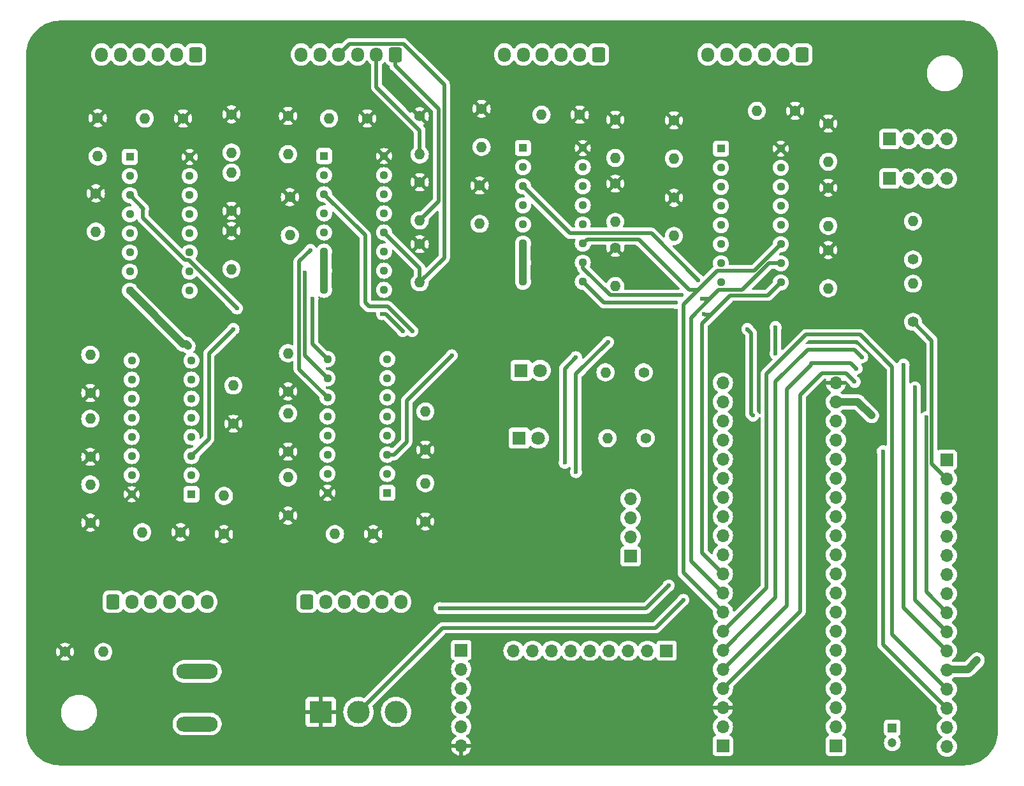
<source format=gbr>
%TF.GenerationSoftware,KiCad,Pcbnew,8.0.7-1.fc40*%
%TF.CreationDate,2024-12-24T18:05:21+01:00*%
%TF.ProjectId,pedai-hw,70656461-692d-4687-972e-6b696361645f,rev?*%
%TF.SameCoordinates,Original*%
%TF.FileFunction,Copper,L2,Bot*%
%TF.FilePolarity,Positive*%
%FSLAX46Y46*%
G04 Gerber Fmt 4.6, Leading zero omitted, Abs format (unit mm)*
G04 Created by KiCad (PCBNEW 8.0.7-1.fc40) date 2024-12-24 18:05:21*
%MOMM*%
%LPD*%
G01*
G04 APERTURE LIST*
G04 Aperture macros list*
%AMRoundRect*
0 Rectangle with rounded corners*
0 $1 Rounding radius*
0 $2 $3 $4 $5 $6 $7 $8 $9 X,Y pos of 4 corners*
0 Add a 4 corners polygon primitive as box body*
4,1,4,$2,$3,$4,$5,$6,$7,$8,$9,$2,$3,0*
0 Add four circle primitives for the rounded corners*
1,1,$1+$1,$2,$3*
1,1,$1+$1,$4,$5*
1,1,$1+$1,$6,$7*
1,1,$1+$1,$8,$9*
0 Add four rect primitives between the rounded corners*
20,1,$1+$1,$2,$3,$4,$5,0*
20,1,$1+$1,$4,$5,$6,$7,0*
20,1,$1+$1,$6,$7,$8,$9,0*
20,1,$1+$1,$8,$9,$2,$3,0*%
G04 Aperture macros list end*
%TA.AperFunction,ComponentPad*%
%ADD10R,1.700000X1.700000*%
%TD*%
%TA.AperFunction,ComponentPad*%
%ADD11O,1.700000X1.700000*%
%TD*%
%TA.AperFunction,ComponentPad*%
%ADD12C,1.400000*%
%TD*%
%TA.AperFunction,ComponentPad*%
%ADD13O,1.400000X1.400000*%
%TD*%
%TA.AperFunction,ComponentPad*%
%ADD14R,3.000000X3.000000*%
%TD*%
%TA.AperFunction,ComponentPad*%
%ADD15C,3.000000*%
%TD*%
%TA.AperFunction,ComponentPad*%
%ADD16R,1.130000X1.130000*%
%TD*%
%TA.AperFunction,ComponentPad*%
%ADD17C,1.130000*%
%TD*%
%TA.AperFunction,ComponentPad*%
%ADD18RoundRect,0.250000X-0.600000X-0.725000X0.600000X-0.725000X0.600000X0.725000X-0.600000X0.725000X0*%
%TD*%
%TA.AperFunction,ComponentPad*%
%ADD19O,1.700000X1.950000*%
%TD*%
%TA.AperFunction,ComponentPad*%
%ADD20R,1.800000X1.800000*%
%TD*%
%TA.AperFunction,ComponentPad*%
%ADD21C,1.800000*%
%TD*%
%TA.AperFunction,ComponentPad*%
%ADD22O,5.500000X2.000000*%
%TD*%
%TA.AperFunction,ComponentPad*%
%ADD23RoundRect,0.250000X0.600000X0.725000X-0.600000X0.725000X-0.600000X-0.725000X0.600000X-0.725000X0*%
%TD*%
%TA.AperFunction,ComponentPad*%
%ADD24R,1.200000X1.200000*%
%TD*%
%TA.AperFunction,ComponentPad*%
%ADD25C,1.200000*%
%TD*%
%TA.AperFunction,ViaPad*%
%ADD26C,0.600000*%
%TD*%
%TA.AperFunction,ViaPad*%
%ADD27C,0.700000*%
%TD*%
%TA.AperFunction,Conductor*%
%ADD28C,0.500000*%
%TD*%
%TA.AperFunction,Conductor*%
%ADD29C,1.000000*%
%TD*%
G04 APERTURE END LIST*
D10*
%TO.P,J11,1,Pin_1*%
%TO.N,unconnected-(J11-Pin_1-Pad1)*%
X160530000Y-134250000D03*
D11*
%TO.P,J11,2,Pin_2*%
%TO.N,unconnected-(J11-Pin_2-Pad2)*%
X157990000Y-134250000D03*
%TO.P,J11,3,Pin_3*%
%TO.N,unconnected-(J11-Pin_3-Pad3)*%
X155450000Y-134250000D03*
%TO.P,J11,4,Pin_4*%
%TO.N,unconnected-(J11-Pin_4-Pad4)*%
X152910000Y-134250000D03*
%TO.P,J11,5,Pin_5*%
%TO.N,unconnected-(J11-Pin_5-Pad5)*%
X150370000Y-134250000D03*
%TO.P,J11,6,Pin_6*%
%TO.N,unconnected-(J11-Pin_6-Pad6)*%
X147830000Y-134250000D03*
%TO.P,J11,7,Pin_7*%
%TO.N,unconnected-(J11-Pin_7-Pad7)*%
X145290000Y-134250000D03*
%TO.P,J11,8,Pin_8*%
%TO.N,unconnected-(J11-Pin_8-Pad8)*%
X142750000Y-134250000D03*
%TO.P,J11,9,Pin_9*%
%TO.N,unconnected-(J11-Pin_9-Pad9)*%
X140210000Y-134250000D03*
%TD*%
D12*
%TO.P,R38,1*%
%TO.N,+3.3V*%
X110250000Y-99790000D03*
D13*
%TO.P,R38,2*%
%TO.N,/key_inputs/NOTE_A3*%
X110250000Y-94710000D03*
%TD*%
D12*
%TO.P,R12,1*%
%TO.N,+3.3V*%
X110500000Y-73960000D03*
D13*
%TO.P,R12,2*%
%TO.N,/key_inputs/NOTE_B1*%
X110500000Y-79040000D03*
%TD*%
D12*
%TO.P,R14,1*%
%TO.N,+3.3V*%
X153710000Y-63670000D03*
D13*
%TO.P,R14,2*%
%TO.N,/key_inputs/NOTE_C#2*%
X153710000Y-68750000D03*
%TD*%
D12*
%TO.P,R13,1*%
%TO.N,+3.3V*%
X153710000Y-72170000D03*
D13*
%TO.P,R13,2*%
%TO.N,/key_inputs/NOTE_C2*%
X153710000Y-77250000D03*
%TD*%
D12*
%TO.P,R10,1*%
%TO.N,+3.3V*%
X127750000Y-80210000D03*
D13*
%TO.P,R10,2*%
%TO.N,/key_inputs/NOTE_A1*%
X127750000Y-85290000D03*
%TD*%
D12*
%TO.P,R23,1*%
%TO.N,+3.3V*%
X161500000Y-63750000D03*
D13*
%TO.P,R23,2*%
%TO.N,/key_inputs/NOTE_Bb2*%
X161500000Y-68830000D03*
%TD*%
D14*
%TO.P,RV1,1,1*%
%TO.N,+3.3V*%
X114600000Y-142400000D03*
D15*
%TO.P,RV1,2,2*%
%TO.N,/VOLUME_CONTROL*%
X119600000Y-142400000D03*
%TO.P,RV1,3,3*%
%TO.N,GND*%
X124600000Y-142400000D03*
%TD*%
D12*
%TO.P,R41,1*%
%TO.N,+3.3V*%
X80660000Y-134400000D03*
D13*
%TO.P,R41,2*%
%TO.N,/SOUND_ON*%
X85740000Y-134400000D03*
%TD*%
D12*
%TO.P,R15,1*%
%TO.N,+3.3V*%
X149000000Y-63000000D03*
D13*
%TO.P,R15,2*%
%TO.N,/key_inputs/NOTE_D2*%
X143920000Y-63000000D03*
%TD*%
D12*
%TO.P,R24,1*%
%TO.N,+3.3V*%
X161500000Y-74040000D03*
D13*
%TO.P,R24,2*%
%TO.N,/key_inputs/NOTE_B2*%
X161500000Y-79120000D03*
%TD*%
D16*
%TO.P,IC2,1,CH_4_IN/OUT*%
%TO.N,/key_inputs/NOTE_Bb1*%
X115060000Y-68500000D03*
D17*
%TO.P,IC2,2,CH_6_IN/OUT*%
%TO.N,unconnected-(IC2-CH_6_IN{slash}OUT-Pad2)*%
X115060000Y-71040000D03*
%TO.P,IC2,3,COM_OUT/IN*%
%TO.N,/MUX2_DATA*%
X115060000Y-73580000D03*
%TO.P,IC2,4,CH_7_IN/OUT*%
%TO.N,unconnected-(IC2-CH_7_IN{slash}OUT-Pad4)*%
X115060000Y-76120000D03*
%TO.P,IC2,5,CH_5_IN/OUT*%
%TO.N,/key_inputs/NOTE_B1*%
X115060000Y-78660000D03*
%TO.P,IC2,6,INH*%
%TO.N,GND*%
X115060000Y-81200000D03*
%TO.P,IC2,7,VEE*%
X115060000Y-83740000D03*
%TO.P,IC2,8,VSS*%
X115060000Y-86280000D03*
%TO.P,IC2,9,C*%
%TO.N,/MUX_C2*%
X123000000Y-86280000D03*
%TO.P,IC2,10,B*%
%TO.N,/MUX_C1*%
X123000000Y-83740000D03*
%TO.P,IC2,11,A*%
%TO.N,/MUX_C0*%
X123000000Y-81200000D03*
%TO.P,IC2,12,CH_3_IN/OUT*%
%TO.N,/key_inputs/NOTE_A1*%
X123000000Y-78660000D03*
%TO.P,IC2,13,CH_0_IN/OUT*%
%TO.N,/key_inputs/NOTE_F#1*%
X123000000Y-76120000D03*
%TO.P,IC2,14,CH_1_IN/OUT*%
%TO.N,/key_inputs/NOTE_G1*%
X123000000Y-73580000D03*
%TO.P,IC2,15,CH_2_IN/OUT*%
%TO.N,/key_inputs/NOTE_G#1*%
X123000000Y-71040000D03*
%TO.P,IC2,16,VDD*%
%TO.N,+3.3V*%
X123000000Y-68500000D03*
%TD*%
D12*
%TO.P,R9,1*%
%TO.N,+3.3V*%
X120790000Y-63500000D03*
D13*
%TO.P,R9,2*%
%TO.N,/key_inputs/NOTE_G#1*%
X115710000Y-63500000D03*
%TD*%
D12*
%TO.P,R35,1*%
%TO.N,+3.3V*%
X110250000Y-107790000D03*
D13*
%TO.P,R35,2*%
%TO.N,/key_inputs/NOTE_F#3*%
X110250000Y-102710000D03*
%TD*%
D12*
%TO.P,R4,1*%
%TO.N,+3.3V*%
X102750000Y-78460000D03*
D13*
%TO.P,R4,2*%
%TO.N,/key_inputs/NOTE_Eb1*%
X102750000Y-83540000D03*
%TD*%
D12*
%TO.P,R8,1*%
%TO.N,+3.3V*%
X127750000Y-63210000D03*
D13*
%TO.P,R8,2*%
%TO.N,/key_inputs/NOTE_G1*%
X127750000Y-68290000D03*
%TD*%
D18*
%TO.P,J10,1,Pin_1*%
%TO.N,/key_inputs/NOTE_C3*%
X87000000Y-127750000D03*
D19*
%TO.P,J10,2,Pin_2*%
%TO.N,/key_inputs/NOTE_C#3*%
X89500000Y-127750000D03*
%TO.P,J10,3,Pin_3*%
%TO.N,/key_inputs/NOTE_D3*%
X92000000Y-127750000D03*
%TO.P,J10,4,Pin_4*%
%TO.N,/key_inputs/NOTE_Eb3*%
X94500000Y-127750000D03*
%TO.P,J10,5,Pin_5*%
%TO.N,/key_inputs/NOTE_E3*%
X97000000Y-127750000D03*
%TO.P,J10,6,Pin_6*%
%TO.N,/key_inputs/NOTE_F3*%
X99500000Y-127750000D03*
%TD*%
D20*
%TO.P,D2,1,K*%
%TO.N,GND*%
X141210000Y-97000000D03*
D21*
%TO.P,D2,2,A*%
%TO.N,Net-(D2-A)*%
X143750000Y-97000000D03*
%TD*%
D12*
%TO.P,R7,1*%
%TO.N,+3.3V*%
X127750000Y-71960000D03*
D13*
%TO.P,R7,2*%
%TO.N,/key_inputs/NOTE_F#1*%
X127750000Y-77040000D03*
%TD*%
D12*
%TO.P,R39,1*%
%TO.N,+3.3V*%
X128500000Y-117080000D03*
D13*
%TO.P,R39,2*%
%TO.N,/key_inputs/NOTE_Bb3*%
X128500000Y-112000000D03*
%TD*%
D16*
%TO.P,IC4,1,CH_4_IN/OUT*%
%TO.N,/key_inputs/NOTE_Bb2*%
X167750000Y-67510000D03*
D17*
%TO.P,IC4,2,CH_6_IN/OUT*%
%TO.N,unconnected-(IC4-CH_6_IN{slash}OUT-Pad2)*%
X167750000Y-70050000D03*
%TO.P,IC4,3,COM_OUT/IN*%
%TO.N,/MUX4_DATA*%
X167750000Y-72590000D03*
%TO.P,IC4,4,CH_7_IN/OUT*%
%TO.N,unconnected-(IC4-CH_7_IN{slash}OUT-Pad4)*%
X167750000Y-75130000D03*
%TO.P,IC4,5,CH_5_IN/OUT*%
%TO.N,/key_inputs/NOTE_B2*%
X167750000Y-77670000D03*
%TO.P,IC4,6,INH*%
%TO.N,GND*%
X167750000Y-80210000D03*
%TO.P,IC4,7,VEE*%
X167750000Y-82750000D03*
%TO.P,IC4,8,VSS*%
X167750000Y-85290000D03*
%TO.P,IC4,9,C*%
%TO.N,/MUX_C2*%
X175690000Y-85290000D03*
%TO.P,IC4,10,B*%
%TO.N,/MUX_C1*%
X175690000Y-82750000D03*
%TO.P,IC4,11,A*%
%TO.N,/MUX_C0*%
X175690000Y-80210000D03*
%TO.P,IC4,12,CH_3_IN/OUT*%
%TO.N,/key_inputs/NOTE_A2*%
X175690000Y-77670000D03*
%TO.P,IC4,13,CH_0_IN/OUT*%
%TO.N,/key_inputs/NOTE_F#2*%
X175690000Y-75130000D03*
%TO.P,IC4,14,CH_1_IN/OUT*%
%TO.N,/key_inputs/NOTE_G2*%
X175690000Y-72590000D03*
%TO.P,IC4,15,CH_2_IN/OUT*%
%TO.N,/key_inputs/NOTE_G#2*%
X175690000Y-70050000D03*
%TO.P,IC4,16,VDD*%
%TO.N,+3.3V*%
X175690000Y-67510000D03*
%TD*%
D12*
%TO.P,R40,1*%
%TO.N,+3.3V*%
X128500000Y-107540000D03*
D13*
%TO.P,R40,2*%
%TO.N,/key_inputs/NOTE_B3*%
X128500000Y-102460000D03*
%TD*%
D12*
%TO.P,R1,1*%
%TO.N,+3.3V*%
X102750000Y-75790000D03*
D13*
%TO.P,R1,2*%
%TO.N,/key_inputs/NOTE_C1*%
X102750000Y-70710000D03*
%TD*%
D22*
%TO.P,SW1,1*%
%TO.N,GND*%
X98200000Y-144000000D03*
%TO.P,SW1,2*%
%TO.N,/SOUND_ON*%
X98200000Y-137000000D03*
%TD*%
D12*
%TO.P,R36,1*%
%TO.N,+3.3V*%
X110250000Y-116290000D03*
D13*
%TO.P,R36,2*%
%TO.N,/key_inputs/NOTE_G3*%
X110250000Y-111210000D03*
%TD*%
D20*
%TO.P,D1,1,K*%
%TO.N,GND*%
X140960000Y-106000000D03*
D21*
%TO.P,D1,2,A*%
%TO.N,Net-(D1-A)*%
X143500000Y-106000000D03*
%TD*%
D23*
%TO.P,J8,1,Pin_1*%
%TO.N,/key_inputs/NOTE_C2*%
X151500000Y-55000000D03*
D19*
%TO.P,J8,2,Pin_2*%
%TO.N,/key_inputs/NOTE_C#2*%
X149000000Y-55000000D03*
%TO.P,J8,3,Pin_3*%
%TO.N,/key_inputs/NOTE_D2*%
X146500000Y-55000000D03*
%TO.P,J8,4,Pin_4*%
%TO.N,/key_inputs/NOTE_Eb2*%
X144000000Y-55000000D03*
%TO.P,J8,5,Pin_5*%
%TO.N,/key_inputs/NOTE_E2*%
X141500000Y-55000000D03*
%TO.P,J8,6,Pin_6*%
%TO.N,/key_inputs/NOTE_F2*%
X139000000Y-55000000D03*
%TD*%
D12*
%TO.P,R20,1*%
%TO.N,+3.3V*%
X182000000Y-64170000D03*
D13*
%TO.P,R20,2*%
%TO.N,/key_inputs/NOTE_G2*%
X182000000Y-69250000D03*
%TD*%
D12*
%TO.P,R16,1*%
%TO.N,+3.3V*%
X153710000Y-80710000D03*
D13*
%TO.P,R16,2*%
%TO.N,/key_inputs/NOTE_Eb2*%
X153710000Y-85790000D03*
%TD*%
D12*
%TO.P,R27,1*%
%TO.N,+3.3V*%
X95990000Y-118500000D03*
D13*
%TO.P,R27,2*%
%TO.N,/key_inputs/NOTE_D3*%
X90910000Y-118500000D03*
%TD*%
D12*
%TO.P,R18,1*%
%TO.N,+3.3V*%
X135710000Y-72420000D03*
D13*
%TO.P,R18,2*%
%TO.N,/key_inputs/NOTE_F2*%
X135710000Y-77500000D03*
%TD*%
D12*
%TO.P,R30,1*%
%TO.N,+3.3V*%
X103000000Y-104080000D03*
D13*
%TO.P,R30,2*%
%TO.N,/key_inputs/NOTE_F3*%
X103000000Y-99000000D03*
%TD*%
D16*
%TO.P,IC3,1,CH_4_IN/OUT*%
%TO.N,/key_inputs/NOTE_E2*%
X141460000Y-67420000D03*
D17*
%TO.P,IC3,2,CH_6_IN/OUT*%
%TO.N,unconnected-(IC3-CH_6_IN{slash}OUT-Pad2)*%
X141460000Y-69960000D03*
%TO.P,IC3,3,COM_OUT/IN*%
%TO.N,/MUX3_DATA*%
X141460000Y-72500000D03*
%TO.P,IC3,4,CH_7_IN/OUT*%
%TO.N,unconnected-(IC3-CH_7_IN{slash}OUT-Pad4)*%
X141460000Y-75040000D03*
%TO.P,IC3,5,CH_5_IN/OUT*%
%TO.N,/key_inputs/NOTE_F2*%
X141460000Y-77580000D03*
%TO.P,IC3,6,INH*%
%TO.N,GND*%
X141460000Y-80120000D03*
%TO.P,IC3,7,VEE*%
X141460000Y-82660000D03*
%TO.P,IC3,8,VSS*%
X141460000Y-85200000D03*
%TO.P,IC3,9,C*%
%TO.N,/MUX_C2*%
X149400000Y-85200000D03*
%TO.P,IC3,10,B*%
%TO.N,/MUX_C1*%
X149400000Y-82660000D03*
%TO.P,IC3,11,A*%
%TO.N,/MUX_C0*%
X149400000Y-80120000D03*
%TO.P,IC3,12,CH_3_IN/OUT*%
%TO.N,/key_inputs/NOTE_Eb2*%
X149400000Y-77580000D03*
%TO.P,IC3,13,CH_0_IN/OUT*%
%TO.N,/key_inputs/NOTE_C2*%
X149400000Y-75040000D03*
%TO.P,IC3,14,CH_1_IN/OUT*%
%TO.N,/key_inputs/NOTE_C#2*%
X149400000Y-72500000D03*
%TO.P,IC3,15,CH_2_IN/OUT*%
%TO.N,/key_inputs/NOTE_D2*%
X149400000Y-69960000D03*
%TO.P,IC3,16,VDD*%
%TO.N,+3.3V*%
X149400000Y-67420000D03*
%TD*%
D12*
%TO.P,R28,1*%
%TO.N,+3.3V*%
X84000000Y-99990000D03*
D13*
%TO.P,R28,2*%
%TO.N,/key_inputs/NOTE_Eb3*%
X84000000Y-94910000D03*
%TD*%
D10*
%TO.P,J15,1,Pin_1*%
%TO.N,GND*%
X155760000Y-121710000D03*
D11*
%TO.P,J15,2,Pin_2*%
X155760000Y-119170000D03*
%TO.P,J15,3,Pin_3*%
%TO.N,/SPARE_ADC_2*%
X155760000Y-116630000D03*
%TO.P,J15,4,Pin_4*%
%TO.N,/SPARE_ADC_1*%
X155760000Y-114090000D03*
%TD*%
D12*
%TO.P,R19,1*%
%TO.N,+3.3V*%
X182000000Y-72710000D03*
D13*
%TO.P,R19,2*%
%TO.N,/key_inputs/NOTE_F#2*%
X182000000Y-77790000D03*
%TD*%
D12*
%TO.P,R25,1*%
%TO.N,+3.3V*%
X84000000Y-108490000D03*
D13*
%TO.P,R25,2*%
%TO.N,/key_inputs/NOTE_C3*%
X84000000Y-103410000D03*
%TD*%
D12*
%TO.P,R3,1*%
%TO.N,+3.3V*%
X96330000Y-63500000D03*
D13*
%TO.P,R3,2*%
%TO.N,/key_inputs/NOTE_D1*%
X91250000Y-63500000D03*
%TD*%
D12*
%TO.P,R32,1*%
%TO.N,/LED_MIDI*%
X157490000Y-97250000D03*
D13*
%TO.P,R32,2*%
%TO.N,Net-(D2-A)*%
X152410000Y-97250000D03*
%TD*%
D12*
%TO.P,R29,1*%
%TO.N,+3.3V*%
X101750000Y-118750000D03*
D13*
%TO.P,R29,2*%
%TO.N,/key_inputs/NOTE_E3*%
X101750000Y-113670000D03*
%TD*%
D12*
%TO.P,R37,1*%
%TO.N,+3.3V*%
X121580000Y-118750000D03*
D13*
%TO.P,R37,2*%
%TO.N,/key_inputs/NOTE_G#3*%
X116500000Y-118750000D03*
%TD*%
D10*
%TO.P,J2,1,Pin_1*%
%TO.N,GND*%
X190130000Y-66250000D03*
D11*
%TO.P,J2,2,Pin_2*%
X192670000Y-66250000D03*
%TO.P,J2,3,Pin_3*%
X195210000Y-66250000D03*
%TO.P,J2,4,Pin_4*%
X197750000Y-66250000D03*
%TD*%
D12*
%TO.P,R21,1*%
%TO.N,+3.3V*%
X177580000Y-62500000D03*
D13*
%TO.P,R21,2*%
%TO.N,/key_inputs/NOTE_G#2*%
X172500000Y-62500000D03*
%TD*%
D10*
%TO.P,J4,1,Pin_1*%
%TO.N,GND*%
X190130000Y-71500000D03*
D11*
%TO.P,J4,2,Pin_2*%
X192670000Y-71500000D03*
%TO.P,J4,3,Pin_3*%
X195210000Y-71500000D03*
%TO.P,J4,4,Pin_4*%
X197750000Y-71500000D03*
%TD*%
D12*
%TO.P,R2,1*%
%TO.N,+3.3V*%
X102750000Y-62960000D03*
D13*
%TO.P,R2,2*%
%TO.N,/key_inputs/NOTE_C#1*%
X102750000Y-68040000D03*
%TD*%
D10*
%TO.P,J5,1,Pin_1*%
%TO.N,GND*%
X197750000Y-108880000D03*
D11*
%TO.P,J5,2,Pin_2*%
%TO.N,+5V*%
X197750000Y-111420000D03*
%TO.P,J5,3,Pin_3*%
%TO.N,/LCD_D7*%
X197750000Y-113960000D03*
%TO.P,J5,4,Pin_4*%
%TO.N,/LCD_D6*%
X197750000Y-116500000D03*
%TO.P,J5,5,Pin_5*%
%TO.N,/LCD_D5*%
X197750000Y-119040000D03*
%TO.P,J5,6,Pin_6*%
%TO.N,/LCD_D4*%
X197750000Y-121580000D03*
%TO.P,J5,7,Pin_7*%
%TO.N,/LCD_D3*%
X197750000Y-124120000D03*
%TO.P,J5,8,Pin_8*%
%TO.N,/LCD_D2*%
X197750000Y-126660000D03*
%TO.P,J5,9,Pin_9*%
%TO.N,/LCD_D1*%
X197750000Y-129200000D03*
%TO.P,J5,10,Pin_10*%
%TO.N,/LCD_D0*%
X197750000Y-131740000D03*
%TO.P,J5,11,Pin_11*%
%TO.N,/LCD_ENABLE*%
X197750000Y-134280000D03*
%TO.P,J5,12,Pin_12*%
%TO.N,GND*%
X197750000Y-136820000D03*
%TO.P,J5,13,Pin_13*%
%TO.N,/LCD_RS*%
X197750000Y-139360000D03*
%TO.P,J5,14,Pin_14*%
%TO.N,Net-(J5-Pin_14)*%
X197750000Y-141900000D03*
%TO.P,J5,15,Pin_15*%
%TO.N,+5V*%
X197750000Y-144440000D03*
%TO.P,J5,16,Pin_16*%
%TO.N,GND*%
X197750000Y-146980000D03*
%TD*%
D18*
%TO.P,J1,1,Pin_1*%
%TO.N,/key_inputs/NOTE_F#3*%
X112750000Y-127750000D03*
D19*
%TO.P,J1,2,Pin_2*%
%TO.N,/key_inputs/NOTE_G3*%
X115250000Y-127750000D03*
%TO.P,J1,3,Pin_3*%
%TO.N,/key_inputs/NOTE_G#3*%
X117750000Y-127750000D03*
%TO.P,J1,4,Pin_4*%
%TO.N,/key_inputs/NOTE_A3*%
X120250000Y-127750000D03*
%TO.P,J1,5,Pin_5*%
%TO.N,/key_inputs/NOTE_Bb3*%
X122750000Y-127750000D03*
%TO.P,J1,6,Pin_6*%
%TO.N,/key_inputs/NOTE_B3*%
X125250000Y-127750000D03*
%TD*%
D10*
%TO.P,J3,1,Pin_1*%
%TO.N,GND*%
X133250000Y-134170000D03*
D11*
%TO.P,J3,2,Pin_2*%
%TO.N,/I2S_CLK*%
X133250000Y-136710000D03*
%TO.P,J3,3,Pin_3*%
%TO.N,/I2S_SD*%
X133250000Y-139250000D03*
%TO.P,J3,4,Pin_4*%
%TO.N,/I2S_WS*%
X133250000Y-141790000D03*
%TO.P,J3,5,Pin_5*%
%TO.N,GND*%
X133250000Y-144330000D03*
%TO.P,J3,6,Pin_6*%
%TO.N,+3.3V*%
X133250000Y-146870000D03*
%TD*%
D12*
%TO.P,R33,1*%
%TO.N,Net-(J5-Pin_14)*%
X193250000Y-82250000D03*
D13*
%TO.P,R33,2*%
%TO.N,GND*%
X193250000Y-77170000D03*
%TD*%
D23*
%TO.P,J9,1,Pin_1*%
%TO.N,/key_inputs/NOTE_F#2*%
X178500000Y-55000000D03*
D19*
%TO.P,J9,2,Pin_2*%
%TO.N,/key_inputs/NOTE_G2*%
X176000000Y-55000000D03*
%TO.P,J9,3,Pin_3*%
%TO.N,/key_inputs/NOTE_G#2*%
X173500000Y-55000000D03*
%TO.P,J9,4,Pin_4*%
%TO.N,/key_inputs/NOTE_A2*%
X171000000Y-55000000D03*
%TO.P,J9,5,Pin_5*%
%TO.N,/key_inputs/NOTE_Bb2*%
X168500000Y-55000000D03*
%TO.P,J9,6,Pin_6*%
%TO.N,/key_inputs/NOTE_B2*%
X166000000Y-55000000D03*
%TD*%
D12*
%TO.P,R5,1*%
%TO.N,+3.3V*%
X85000000Y-63460000D03*
D13*
%TO.P,R5,2*%
%TO.N,/key_inputs/NOTE_E1*%
X85000000Y-68540000D03*
%TD*%
D16*
%TO.P,IC1,1,CH_4_IN/OUT*%
%TO.N,/key_inputs/NOTE_E1*%
X89250000Y-68620000D03*
D17*
%TO.P,IC1,2,CH_6_IN/OUT*%
%TO.N,unconnected-(IC1-CH_6_IN{slash}OUT-Pad2)*%
X89250000Y-71160000D03*
%TO.P,IC1,3,COM_OUT/IN*%
%TO.N,/MUX1_DATA*%
X89250000Y-73700000D03*
%TO.P,IC1,4,CH_7_IN/OUT*%
%TO.N,unconnected-(IC1-CH_7_IN{slash}OUT-Pad4)*%
X89250000Y-76240000D03*
%TO.P,IC1,5,CH_5_IN/OUT*%
%TO.N,/key_inputs/NOTE_F1*%
X89250000Y-78780000D03*
%TO.P,IC1,6,INH*%
%TO.N,GND*%
X89250000Y-81320000D03*
%TO.P,IC1,7,VEE*%
X89250000Y-83860000D03*
%TO.P,IC1,8,VSS*%
X89250000Y-86400000D03*
%TO.P,IC1,9,C*%
%TO.N,/MUX_C2*%
X97190000Y-86400000D03*
%TO.P,IC1,10,B*%
%TO.N,/MUX_C1*%
X97190000Y-83860000D03*
%TO.P,IC1,11,A*%
%TO.N,/MUX_C0*%
X97190000Y-81320000D03*
%TO.P,IC1,12,CH_3_IN/OUT*%
%TO.N,/key_inputs/NOTE_Eb1*%
X97190000Y-78780000D03*
%TO.P,IC1,13,CH_0_IN/OUT*%
%TO.N,/key_inputs/NOTE_C1*%
X97190000Y-76240000D03*
%TO.P,IC1,14,CH_1_IN/OUT*%
%TO.N,/key_inputs/NOTE_C#1*%
X97190000Y-73700000D03*
%TO.P,IC1,15,CH_2_IN/OUT*%
%TO.N,/key_inputs/NOTE_D1*%
X97190000Y-71160000D03*
%TO.P,IC1,16,VDD*%
%TO.N,+3.3V*%
X97190000Y-68620000D03*
%TD*%
D12*
%TO.P,R11,1*%
%TO.N,+3.3V*%
X110250000Y-63170000D03*
D13*
%TO.P,R11,2*%
%TO.N,/key_inputs/NOTE_Bb1*%
X110250000Y-68250000D03*
%TD*%
D23*
%TO.P,J7,1,Pin_1*%
%TO.N,/key_inputs/NOTE_F#1*%
X124500000Y-55000000D03*
D19*
%TO.P,J7,2,Pin_2*%
%TO.N,/key_inputs/NOTE_G1*%
X122000000Y-55000000D03*
%TO.P,J7,3,Pin_3*%
%TO.N,/key_inputs/NOTE_G#1*%
X119500000Y-55000000D03*
%TO.P,J7,4,Pin_4*%
%TO.N,/key_inputs/NOTE_A1*%
X117000000Y-55000000D03*
%TO.P,J7,5,Pin_5*%
%TO.N,/key_inputs/NOTE_Bb1*%
X114500000Y-55000000D03*
%TO.P,J7,6,Pin_6*%
%TO.N,/key_inputs/NOTE_B1*%
X112000000Y-55000000D03*
%TD*%
D12*
%TO.P,R22,1*%
%TO.N,+3.3V*%
X182000000Y-81000000D03*
D13*
%TO.P,R22,2*%
%TO.N,/key_inputs/NOTE_A2*%
X182000000Y-86080000D03*
%TD*%
D10*
%TO.P,J17,1,Pin_1*%
%TO.N,unconnected-(J17-Pin_1-Pad1)*%
X168000000Y-146900000D03*
D11*
%TO.P,J17,2,Pin_2*%
%TO.N,GND*%
X168000000Y-144360000D03*
%TO.P,J17,3,Pin_3*%
%TO.N,+3.3V*%
X168000000Y-141820000D03*
%TO.P,J17,4,Pin_4*%
%TO.N,/LCD_D1*%
X168000000Y-139280000D03*
%TO.P,J17,5,Pin_5*%
%TO.N,/LCD_D0*%
X168000000Y-136740000D03*
%TO.P,J17,6,Pin_6*%
%TO.N,/LCD_ENABLE*%
X168000000Y-134200000D03*
%TO.P,J17,7,Pin_7*%
%TO.N,/LCD_RS*%
X168000000Y-131660000D03*
%TO.P,J17,8,Pin_8*%
%TO.N,/MUX_C0*%
X168000000Y-129120000D03*
%TO.P,J17,9,Pin_9*%
%TO.N,/MUX_C1*%
X168000000Y-126580000D03*
%TO.P,J17,10,Pin_10*%
%TO.N,/MUX_C2*%
X168000000Y-124040000D03*
%TO.P,J17,11,Pin_11*%
%TO.N,/VOLUME_CONTROL*%
X168000000Y-121500000D03*
%TO.P,J17,12,Pin_12*%
%TO.N,/SOUND_ON*%
X168000000Y-118960000D03*
%TO.P,J17,13,Pin_13*%
%TO.N,/SPARE_ADC_2*%
X168000000Y-116420000D03*
%TO.P,J17,14,Pin_14*%
%TO.N,/SPARE_ADC_1*%
X168000000Y-113880000D03*
%TO.P,J17,15,Pin_15*%
%TO.N,unconnected-(J17-Pin_15-Pad15)*%
X168000000Y-111340000D03*
%TO.P,J17,16,Pin_16*%
%TO.N,unconnected-(J17-Pin_16-Pad16)*%
X168000000Y-108800000D03*
%TO.P,J17,17,Pin_17*%
%TO.N,/LED_SOUND*%
X168000000Y-106260000D03*
%TO.P,J17,18,Pin_18*%
%TO.N,/LED_MIDI*%
X168000000Y-103720000D03*
%TO.P,J17,19,Pin_19*%
%TO.N,unconnected-(J17-Pin_19-Pad19)*%
X168000000Y-101180000D03*
%TO.P,J17,20,Pin_20*%
%TO.N,unconnected-(J17-Pin_20-Pad20)*%
X168000000Y-98640000D03*
%TD*%
D16*
%TO.P,IC6,1,CH_4_IN/OUT*%
%TO.N,/key_inputs/NOTE_Bb3*%
X123440000Y-113280000D03*
D17*
%TO.P,IC6,2,CH_6_IN/OUT*%
%TO.N,unconnected-(IC6-CH_6_IN{slash}OUT-Pad2)*%
X123440000Y-110740000D03*
%TO.P,IC6,3,COM_OUT/IN*%
%TO.N,/MUX6_DATA*%
X123440000Y-108200000D03*
%TO.P,IC6,4,CH_7_IN/OUT*%
%TO.N,unconnected-(IC6-CH_7_IN{slash}OUT-Pad4)*%
X123440000Y-105660000D03*
%TO.P,IC6,5,CH_5_IN/OUT*%
%TO.N,/key_inputs/NOTE_B3*%
X123440000Y-103120000D03*
%TO.P,IC6,6,INH*%
%TO.N,GND*%
X123440000Y-100580000D03*
%TO.P,IC6,7,VEE*%
X123440000Y-98040000D03*
%TO.P,IC6,8,VSS*%
X123440000Y-95500000D03*
%TO.P,IC6,9,C*%
%TO.N,/MUX_C2*%
X115500000Y-95500000D03*
%TO.P,IC6,10,B*%
%TO.N,/MUX_C1*%
X115500000Y-98040000D03*
%TO.P,IC6,11,A*%
%TO.N,/MUX_C0*%
X115500000Y-100580000D03*
%TO.P,IC6,12,CH_3_IN/OUT*%
%TO.N,/key_inputs/NOTE_A3*%
X115500000Y-103120000D03*
%TO.P,IC6,13,CH_0_IN/OUT*%
%TO.N,/key_inputs/NOTE_F#3*%
X115500000Y-105660000D03*
%TO.P,IC6,14,CH_1_IN/OUT*%
%TO.N,/key_inputs/NOTE_G3*%
X115500000Y-108200000D03*
%TO.P,IC6,15,CH_2_IN/OUT*%
%TO.N,/key_inputs/NOTE_G#3*%
X115500000Y-110740000D03*
%TO.P,IC6,16,VDD*%
%TO.N,+3.3V*%
X115500000Y-113280000D03*
%TD*%
D23*
%TO.P,J6,1,Pin_1*%
%TO.N,/key_inputs/NOTE_C1*%
X98000000Y-55000000D03*
D19*
%TO.P,J6,2,Pin_2*%
%TO.N,/key_inputs/NOTE_C#1*%
X95500000Y-55000000D03*
%TO.P,J6,3,Pin_3*%
%TO.N,/key_inputs/NOTE_D1*%
X93000000Y-55000000D03*
%TO.P,J6,4,Pin_4*%
%TO.N,/key_inputs/NOTE_Eb1*%
X90500000Y-55000000D03*
%TO.P,J6,5,Pin_5*%
%TO.N,/key_inputs/NOTE_E1*%
X88000000Y-55000000D03*
%TO.P,J6,6,Pin_6*%
%TO.N,/key_inputs/NOTE_F1*%
X85500000Y-55000000D03*
%TD*%
D12*
%TO.P,R34,1*%
%TO.N,+5V*%
X193250000Y-90540000D03*
D13*
%TO.P,R34,2*%
%TO.N,Net-(J5-Pin_14)*%
X193250000Y-85460000D03*
%TD*%
D24*
%TO.P,C7,1*%
%TO.N,+5V*%
X190500000Y-144500000D03*
D25*
%TO.P,C7,2*%
%TO.N,GND*%
X190500000Y-146500000D03*
%TD*%
D16*
%TO.P,IC5,1,CH_4_IN/OUT*%
%TO.N,/key_inputs/NOTE_E3*%
X97440000Y-113460000D03*
D17*
%TO.P,IC5,2,CH_6_IN/OUT*%
%TO.N,unconnected-(IC5-CH_6_IN{slash}OUT-Pad2)*%
X97440000Y-110920000D03*
%TO.P,IC5,3,COM_OUT/IN*%
%TO.N,/MUX5_DATA*%
X97440000Y-108380000D03*
%TO.P,IC5,4,CH_7_IN/OUT*%
%TO.N,unconnected-(IC5-CH_7_IN{slash}OUT-Pad4)*%
X97440000Y-105840000D03*
%TO.P,IC5,5,CH_5_IN/OUT*%
%TO.N,/key_inputs/NOTE_F3*%
X97440000Y-103300000D03*
%TO.P,IC5,6,INH*%
%TO.N,GND*%
X97440000Y-100760000D03*
%TO.P,IC5,7,VEE*%
X97440000Y-98220000D03*
%TO.P,IC5,8,VSS*%
X97440000Y-95680000D03*
%TO.P,IC5,9,C*%
%TO.N,/MUX_C2*%
X89500000Y-95680000D03*
%TO.P,IC5,10,B*%
%TO.N,/MUX_C1*%
X89500000Y-98220000D03*
%TO.P,IC5,11,A*%
%TO.N,/MUX_C0*%
X89500000Y-100760000D03*
%TO.P,IC5,12,CH_3_IN/OUT*%
%TO.N,/key_inputs/NOTE_Eb3*%
X89500000Y-103300000D03*
%TO.P,IC5,13,CH_0_IN/OUT*%
%TO.N,/key_inputs/NOTE_C3*%
X89500000Y-105840000D03*
%TO.P,IC5,14,CH_1_IN/OUT*%
%TO.N,/key_inputs/NOTE_C#3*%
X89500000Y-108380000D03*
%TO.P,IC5,15,CH_2_IN/OUT*%
%TO.N,/key_inputs/NOTE_D3*%
X89500000Y-110920000D03*
%TO.P,IC5,16,VDD*%
%TO.N,+3.3V*%
X89500000Y-113460000D03*
%TD*%
D12*
%TO.P,R17,1*%
%TO.N,+3.3V*%
X135960000Y-62210000D03*
D13*
%TO.P,R17,2*%
%TO.N,/key_inputs/NOTE_E2*%
X135960000Y-67290000D03*
%TD*%
D12*
%TO.P,R6,1*%
%TO.N,+3.3V*%
X84750000Y-73460000D03*
D13*
%TO.P,R6,2*%
%TO.N,/key_inputs/NOTE_F1*%
X84750000Y-78540000D03*
%TD*%
D10*
%TO.P,J16,1,Pin_1*%
%TO.N,/LCD_D2*%
X183000000Y-146900000D03*
D11*
%TO.P,J16,2,Pin_2*%
%TO.N,/LCD_D3*%
X183000000Y-144360000D03*
%TO.P,J16,3,Pin_3*%
%TO.N,/LCD_D4*%
X183000000Y-141820000D03*
%TO.P,J16,4,Pin_4*%
%TO.N,/LCD_D5*%
X183000000Y-139280000D03*
%TO.P,J16,5,Pin_5*%
%TO.N,/LCD_D6*%
X183000000Y-136740000D03*
%TO.P,J16,6,Pin_6*%
%TO.N,/LCD_D7*%
X183000000Y-134200000D03*
%TO.P,J16,7,Pin_7*%
%TO.N,/MUX3_DATA*%
X183000000Y-131660000D03*
%TO.P,J16,8,Pin_8*%
%TO.N,unconnected-(J16-Pin_8-Pad8)*%
X183000000Y-129120000D03*
%TO.P,J16,9,Pin_9*%
%TO.N,unconnected-(J16-Pin_9-Pad9)*%
X183000000Y-126580000D03*
%TO.P,J16,10,Pin_10*%
%TO.N,/I2S_WS*%
X183000000Y-124040000D03*
%TO.P,J16,11,Pin_11*%
%TO.N,/I2S_CLK*%
X183000000Y-121500000D03*
%TO.P,J16,12,Pin_12*%
%TO.N,/MUX6_DATA*%
X183000000Y-118960000D03*
%TO.P,J16,13,Pin_13*%
%TO.N,/I2S_SD*%
X183000000Y-116420000D03*
%TO.P,J16,14,Pin_14*%
%TO.N,/MUX1_DATA*%
X183000000Y-113880000D03*
%TO.P,J16,15,Pin_15*%
%TO.N,/MUX2_DATA*%
X183000000Y-111340000D03*
%TO.P,J16,16,Pin_16*%
%TO.N,/MUX5_DATA*%
X183000000Y-108800000D03*
%TO.P,J16,17,Pin_17*%
%TO.N,/MUX4_DATA*%
X183000000Y-106260000D03*
%TO.P,J16,18,Pin_18*%
%TO.N,+5V*%
X183000000Y-103720000D03*
%TO.P,J16,19,Pin_19*%
%TO.N,GND*%
X183000000Y-101180000D03*
%TO.P,J16,20,Pin_20*%
%TO.N,+3.3V*%
X183000000Y-98640000D03*
%TD*%
D12*
%TO.P,R26,1*%
%TO.N,+3.3V*%
X84000000Y-117240000D03*
D13*
%TO.P,R26,2*%
%TO.N,/key_inputs/NOTE_C#3*%
X84000000Y-112160000D03*
%TD*%
D12*
%TO.P,R31,1*%
%TO.N,/LED_SOUND*%
X157740000Y-106000000D03*
D13*
%TO.P,R31,2*%
%TO.N,Net-(D1-A)*%
X152660000Y-106000000D03*
%TD*%
D26*
%TO.N,GND*%
X201750000Y-135500000D03*
%TO.N,/VOLUME_CONTROL*%
X162750000Y-127500000D03*
%TO.N,/I2S_CLK*%
X147000000Y-109250000D03*
X148500000Y-95250000D03*
%TO.N,GND*%
X187750000Y-103000000D03*
D27*
X97000000Y-93750000D03*
D26*
%TO.N,/I2S_SD*%
X148500000Y-110500000D03*
X152750000Y-93250000D03*
%TO.N,Net-(J5-Pin_14)*%
X189250000Y-107750000D03*
%TO.N,/LCD_ENABLE*%
X186500000Y-95250000D03*
X192000000Y-96250000D03*
%TO.N,/LCD_D0*%
X185750000Y-96750000D03*
X193500000Y-99250000D03*
%TO.N,/LCD_D1*%
X185500000Y-98500000D03*
X195000000Y-103250000D03*
%TO.N,/MUX_C0*%
X113250000Y-81000000D03*
%TO.N,/MUX_C1*%
X162500000Y-87000000D03*
X112500000Y-84000000D03*
X165250000Y-87500000D03*
%TO.N,/MUX_C2*%
X165500000Y-89500000D03*
X113500000Y-87500000D03*
X161750000Y-88000000D03*
%TO.N,/SOUND_ON*%
X160800000Y-125600000D03*
X130400000Y-128600000D03*
%TO.N,/MUX1_DATA*%
X125500000Y-91750000D03*
X103500000Y-88750000D03*
X122750000Y-89500000D03*
%TO.N,/MUX2_DATA*%
X126750000Y-91750000D03*
%TO.N,/MUX3_DATA*%
X171250000Y-91500000D03*
X164750000Y-85000000D03*
X172000000Y-103000000D03*
%TO.N,/MUX4_DATA*%
X175000000Y-91250000D03*
X175000000Y-94750000D03*
%TO.N,/MUX5_DATA*%
X103000000Y-91500000D03*
%TO.N,/MUX6_DATA*%
X132000000Y-95000000D03*
%TD*%
D28*
%TO.N,/MUX6_DATA*%
X132000000Y-95000000D02*
X126000000Y-101000000D01*
X126000000Y-101000000D02*
X126000000Y-106500000D01*
X126000000Y-106500000D02*
X124300000Y-108200000D01*
X124300000Y-108200000D02*
X123440000Y-108200000D01*
D29*
%TO.N,GND*%
X201750000Y-135500000D02*
X200500000Y-136750000D01*
X200500000Y-136750000D02*
X197820000Y-136750000D01*
X197820000Y-136750000D02*
X197750000Y-136820000D01*
D28*
%TO.N,/VOLUME_CONTROL*%
X159050000Y-131200000D02*
X162750000Y-127500000D01*
X157600000Y-131200000D02*
X159050000Y-131200000D01*
%TO.N,/I2S_CLK*%
X147000000Y-96750000D02*
X148500000Y-95250000D01*
X147000000Y-109250000D02*
X147000000Y-96750000D01*
D29*
%TO.N,GND*%
X183000000Y-101180000D02*
X185930000Y-101180000D01*
X115060000Y-83740000D02*
X115060000Y-86280000D01*
X115060000Y-81200000D02*
X115060000Y-83740000D01*
X141460000Y-80120000D02*
X141460000Y-82660000D01*
X96750000Y-93500000D02*
X96350000Y-93500000D01*
X97000000Y-93750000D02*
X96750000Y-93500000D01*
X96350000Y-93500000D02*
X89250000Y-86400000D01*
X141460000Y-82660000D02*
X141460000Y-85200000D01*
X185930000Y-101180000D02*
X187750000Y-103000000D01*
D28*
%TO.N,/I2S_SD*%
X148500000Y-97500000D02*
X148500000Y-110500000D01*
X152750000Y-93250000D02*
X148500000Y-97500000D01*
%TO.N,Net-(J5-Pin_14)*%
X189250000Y-133400000D02*
X189250000Y-107750000D01*
X197750000Y-141900000D02*
X189250000Y-133400000D01*
%TO.N,+5V*%
X195750000Y-109420000D02*
X197750000Y-111420000D01*
X193250000Y-90540000D02*
X195750000Y-93040000D01*
X195750000Y-93040000D02*
X195750000Y-109420000D01*
%TO.N,/LCD_ENABLE*%
X185500000Y-94250000D02*
X186500000Y-95250000D01*
X175000000Y-127200000D02*
X175000000Y-98500000D01*
X192000000Y-96250000D02*
X192000000Y-128530000D01*
X175000000Y-98500000D02*
X179250000Y-94250000D01*
X179250000Y-94250000D02*
X185500000Y-94250000D01*
X168000000Y-134200000D02*
X175000000Y-127200000D01*
X192000000Y-128530000D02*
X197750000Y-134280000D01*
%TO.N,/LCD_RS*%
X173750000Y-125910000D02*
X173750000Y-97500000D01*
X168000000Y-131660000D02*
X173750000Y-125910000D01*
X190500000Y-132110000D02*
X197750000Y-139360000D01*
X186250000Y-92250000D02*
X190500000Y-96500000D01*
X190500000Y-96500000D02*
X190500000Y-132110000D01*
X179000000Y-92250000D02*
X186250000Y-92250000D01*
X173750000Y-97500000D02*
X179000000Y-92250000D01*
%TO.N,/LCD_D0*%
X179750000Y-96000000D02*
X185000000Y-96000000D01*
X193500000Y-127490000D02*
X197750000Y-131740000D01*
X193500000Y-99250000D02*
X193500000Y-127490000D01*
X176500000Y-128240000D02*
X176500000Y-99500000D01*
X168000000Y-136740000D02*
X176500000Y-128240000D01*
X185000000Y-96000000D02*
X185750000Y-96750000D01*
X179750000Y-96250000D02*
X179750000Y-96000000D01*
X176500000Y-99500000D02*
X179750000Y-96250000D01*
%TO.N,/LCD_D1*%
X184340000Y-97340000D02*
X185500000Y-98500000D01*
X178250000Y-100250000D02*
X181160000Y-97340000D01*
X181160000Y-97340000D02*
X184340000Y-97340000D01*
X168000000Y-139280000D02*
X178250000Y-129030000D01*
X195000000Y-103250000D02*
X195000000Y-126450000D01*
X178250000Y-129030000D02*
X178250000Y-100250000D01*
X195000000Y-126450000D02*
X197750000Y-129200000D01*
%TO.N,/key_inputs/NOTE_A1*%
X117000000Y-55000000D02*
X118425000Y-53575000D01*
X127750000Y-85290000D02*
X127750000Y-83410000D01*
X127750000Y-83410000D02*
X123000000Y-78660000D01*
X131000000Y-59000000D02*
X131000000Y-82040000D01*
X131000000Y-82040000D02*
X127750000Y-85290000D01*
X118425000Y-53575000D02*
X125575000Y-53575000D01*
X125575000Y-53575000D02*
X131000000Y-59000000D01*
%TO.N,/key_inputs/NOTE_F#1*%
X130250000Y-74540000D02*
X127750000Y-77040000D01*
X124500000Y-55000000D02*
X124500000Y-56500000D01*
X130250000Y-62250000D02*
X130250000Y-74540000D01*
X124500000Y-56500000D02*
X130250000Y-62250000D01*
%TO.N,/key_inputs/NOTE_G1*%
X122000000Y-55000000D02*
X122000000Y-59336346D01*
X127750000Y-65086346D02*
X127750000Y-68290000D01*
X122000000Y-59336346D02*
X127750000Y-65086346D01*
%TO.N,/MUX_C0*%
X111750000Y-96830000D02*
X111750000Y-82500000D01*
X162750000Y-88250000D02*
X164750000Y-86250000D01*
X156810000Y-79560000D02*
X149960000Y-79560000D01*
X167235000Y-83765000D02*
X172135000Y-83765000D01*
X172135000Y-83765000D02*
X175690000Y-80210000D01*
X162750000Y-123870000D02*
X162750000Y-88250000D01*
X149960000Y-79560000D02*
X149400000Y-80120000D01*
X164750000Y-86250000D02*
X167235000Y-83765000D01*
X111750000Y-82500000D02*
X113250000Y-81000000D01*
X115500000Y-100580000D02*
X111750000Y-96830000D01*
X164750000Y-86250000D02*
X163500000Y-86250000D01*
X163500000Y-86250000D02*
X156810000Y-79560000D01*
X168000000Y-129120000D02*
X162750000Y-123870000D01*
%TO.N,/MUX_C1*%
X149400000Y-83400000D02*
X149400000Y-82660000D01*
X112500000Y-95040000D02*
X112500000Y-84000000D01*
X115500000Y-98040000D02*
X112500000Y-95040000D01*
X166250000Y-87500000D02*
X165250000Y-87500000D01*
X162500000Y-87000000D02*
X153000000Y-87000000D01*
X174139950Y-82750000D02*
X175690000Y-82750000D01*
X153000000Y-87000000D02*
X149400000Y-83400000D01*
X163750000Y-122330000D02*
X163750000Y-90000000D01*
X168000000Y-126580000D02*
X163750000Y-122330000D01*
X166250000Y-87500000D02*
X167445000Y-86305000D01*
X167445000Y-86305000D02*
X170584950Y-86305000D01*
X170584950Y-86305000D02*
X174139950Y-82750000D01*
X163750000Y-90000000D02*
X166250000Y-87500000D01*
%TO.N,/MUX_C2*%
X161750000Y-88000000D02*
X152200000Y-88000000D01*
X165250000Y-90750000D02*
X166500000Y-89500000D01*
X113500000Y-93500000D02*
X113500000Y-87500000D01*
X166500000Y-89500000D02*
X166375000Y-89625000D01*
X165250000Y-121290000D02*
X165250000Y-90750000D01*
X165625000Y-89625000D02*
X165500000Y-89500000D01*
X173975000Y-87005000D02*
X175690000Y-85290000D01*
X115500000Y-95500000D02*
X113500000Y-93500000D01*
X168000000Y-124040000D02*
X165250000Y-121290000D01*
X166500000Y-89500000D02*
X168995000Y-87005000D01*
X168995000Y-87005000D02*
X173975000Y-87005000D01*
X152200000Y-88000000D02*
X149400000Y-85200000D01*
X166375000Y-89625000D02*
X165625000Y-89625000D01*
%TO.N,/SOUND_ON*%
X157800000Y-128600000D02*
X160800000Y-125600000D01*
X130400000Y-128600000D02*
X157800000Y-128600000D01*
%TO.N,/VOLUME_CONTROL*%
X136000000Y-131200000D02*
X157600000Y-131200000D01*
X130800000Y-131200000D02*
X136000000Y-131200000D01*
X119600000Y-142400000D02*
X130800000Y-131200000D01*
%TO.N,/MUX1_DATA*%
X123250000Y-89500000D02*
X122750000Y-89500000D01*
X96585000Y-82335000D02*
X91000000Y-76750000D01*
X91050000Y-75500000D02*
X89250000Y-73700000D01*
X91000000Y-75500000D02*
X91050000Y-75500000D01*
X91000000Y-76750000D02*
X91000000Y-75500000D01*
X97100427Y-82335000D02*
X96585000Y-82335000D01*
X102500000Y-87750000D02*
X102500000Y-87734573D01*
X102500000Y-87734573D02*
X97100427Y-82335000D01*
X125500000Y-91750000D02*
X123250000Y-89500000D01*
X103500000Y-88750000D02*
X102500000Y-87750000D01*
%TO.N,/MUX2_DATA*%
X120500000Y-79020000D02*
X115060000Y-73580000D01*
X123500000Y-88500000D02*
X121000000Y-88500000D01*
X120500000Y-88000000D02*
X120500000Y-79020000D01*
X126750000Y-91750000D02*
X123500000Y-88500000D01*
X121000000Y-88500000D02*
X120500000Y-88000000D01*
%TO.N,/MUX3_DATA*%
X172000000Y-103000000D02*
X171750000Y-102750000D01*
X164750000Y-85000000D02*
X158500000Y-78750000D01*
X158500000Y-78750000D02*
X147710000Y-78750000D01*
X147710000Y-78750000D02*
X141460000Y-72500000D01*
X171750000Y-92000000D02*
X171250000Y-91500000D01*
X171750000Y-102750000D02*
X171750000Y-92250000D01*
X171750000Y-92250000D02*
X171750000Y-92000000D01*
%TO.N,/MUX4_DATA*%
X175000000Y-94750000D02*
X175000000Y-91250000D01*
%TO.N,/MUX5_DATA*%
X99750000Y-94750000D02*
X99750000Y-106070000D01*
X103000000Y-91500000D02*
X99750000Y-94750000D01*
X99750000Y-106070000D02*
X97440000Y-108380000D01*
%TD*%
%TA.AperFunction,Conductor*%
%TO.N,+3.3V*%
G36*
X200002702Y-50500617D02*
G01*
X200386771Y-50517386D01*
X200397506Y-50518326D01*
X200775971Y-50568152D01*
X200786597Y-50570025D01*
X201159284Y-50652648D01*
X201169710Y-50655442D01*
X201533765Y-50770227D01*
X201543911Y-50773920D01*
X201896578Y-50920000D01*
X201906369Y-50924566D01*
X202244942Y-51100816D01*
X202254310Y-51106224D01*
X202576244Y-51311318D01*
X202585105Y-51317523D01*
X202887930Y-51549889D01*
X202896217Y-51556843D01*
X203177635Y-51814715D01*
X203185284Y-51822364D01*
X203443156Y-52103782D01*
X203450110Y-52112069D01*
X203682476Y-52414894D01*
X203688681Y-52423755D01*
X203893775Y-52745689D01*
X203899183Y-52755057D01*
X204075430Y-53093623D01*
X204080002Y-53103427D01*
X204226075Y-53456078D01*
X204229775Y-53466244D01*
X204344554Y-53830278D01*
X204347354Y-53840727D01*
X204429971Y-54213389D01*
X204431849Y-54224042D01*
X204481671Y-54602473D01*
X204482614Y-54613249D01*
X204499382Y-54997297D01*
X204499500Y-55002706D01*
X204499500Y-144997293D01*
X204499382Y-145002702D01*
X204482614Y-145386750D01*
X204481671Y-145397526D01*
X204431849Y-145775957D01*
X204429971Y-145786610D01*
X204347354Y-146159272D01*
X204344554Y-146169721D01*
X204229775Y-146533755D01*
X204226075Y-146543921D01*
X204080002Y-146896572D01*
X204075430Y-146906376D01*
X203899183Y-147244942D01*
X203893775Y-147254310D01*
X203688681Y-147576244D01*
X203682476Y-147585105D01*
X203450110Y-147887930D01*
X203443156Y-147896217D01*
X203185284Y-148177635D01*
X203177635Y-148185284D01*
X202896217Y-148443156D01*
X202887930Y-148450110D01*
X202585105Y-148682476D01*
X202576244Y-148688681D01*
X202254310Y-148893775D01*
X202244942Y-148899183D01*
X201906376Y-149075430D01*
X201896572Y-149080002D01*
X201543921Y-149226075D01*
X201533755Y-149229775D01*
X201169721Y-149344554D01*
X201159272Y-149347354D01*
X200786610Y-149429971D01*
X200775957Y-149431849D01*
X200397526Y-149481671D01*
X200386750Y-149482614D01*
X200002703Y-149499382D01*
X199997294Y-149499500D01*
X80002706Y-149499500D01*
X79997297Y-149499382D01*
X79613249Y-149482614D01*
X79602473Y-149481671D01*
X79224042Y-149431849D01*
X79213389Y-149429971D01*
X78840727Y-149347354D01*
X78830278Y-149344554D01*
X78466244Y-149229775D01*
X78456078Y-149226075D01*
X78103427Y-149080002D01*
X78093623Y-149075430D01*
X77755057Y-148899183D01*
X77745689Y-148893775D01*
X77423755Y-148688681D01*
X77414894Y-148682476D01*
X77112069Y-148450110D01*
X77103782Y-148443156D01*
X76822364Y-148185284D01*
X76814715Y-148177635D01*
X76556843Y-147896217D01*
X76549889Y-147887930D01*
X76317523Y-147585105D01*
X76311318Y-147576244D01*
X76226855Y-147443664D01*
X76106223Y-147254309D01*
X76100816Y-147244942D01*
X75973924Y-147001185D01*
X75924566Y-146906369D01*
X75919997Y-146896572D01*
X75773920Y-146543911D01*
X75770224Y-146533755D01*
X75655442Y-146169710D01*
X75652648Y-146159284D01*
X75570025Y-145786597D01*
X75568152Y-145775971D01*
X75518326Y-145397506D01*
X75517386Y-145386771D01*
X75500618Y-145002702D01*
X75500500Y-144997293D01*
X75500500Y-142365186D01*
X80099500Y-142365186D01*
X80099500Y-142634813D01*
X80129686Y-142902719D01*
X80129688Y-142902731D01*
X80189684Y-143165594D01*
X80189687Y-143165602D01*
X80278734Y-143420082D01*
X80395714Y-143662994D01*
X80395716Y-143662997D01*
X80539162Y-143891289D01*
X80606991Y-143976344D01*
X80701290Y-144094592D01*
X80707266Y-144102085D01*
X80897915Y-144292734D01*
X81108711Y-144460838D01*
X81337003Y-144604284D01*
X81579921Y-144721267D01*
X81766155Y-144786433D01*
X81834397Y-144810312D01*
X81834405Y-144810315D01*
X81834408Y-144810315D01*
X81834409Y-144810316D01*
X82097268Y-144870312D01*
X82365187Y-144900499D01*
X82365188Y-144900500D01*
X82365191Y-144900500D01*
X82634812Y-144900500D01*
X82634812Y-144900499D01*
X82902732Y-144870312D01*
X83165591Y-144810316D01*
X83420079Y-144721267D01*
X83662997Y-144604284D01*
X83891289Y-144460838D01*
X84102085Y-144292734D01*
X84292734Y-144102085D01*
X84460838Y-143891289D01*
X84466736Y-143881902D01*
X94949500Y-143881902D01*
X94949500Y-144118097D01*
X94986446Y-144351368D01*
X95059433Y-144575996D01*
X95133452Y-144721265D01*
X95166657Y-144786433D01*
X95305483Y-144977510D01*
X95472490Y-145144517D01*
X95663567Y-145283343D01*
X95718634Y-145311401D01*
X95874003Y-145390566D01*
X95874005Y-145390566D01*
X95874008Y-145390568D01*
X95994412Y-145429689D01*
X96098631Y-145463553D01*
X96331903Y-145500500D01*
X96331908Y-145500500D01*
X100068097Y-145500500D01*
X100301368Y-145463553D01*
X100525992Y-145390568D01*
X100736433Y-145283343D01*
X100927510Y-145144517D01*
X101094517Y-144977510D01*
X101233343Y-144786433D01*
X101340568Y-144575992D01*
X101413553Y-144351368D01*
X101416937Y-144330000D01*
X101450500Y-144118097D01*
X101450500Y-143881902D01*
X101413553Y-143648631D01*
X101361554Y-143488597D01*
X101340568Y-143424008D01*
X101340566Y-143424005D01*
X101340566Y-143424003D01*
X101273052Y-143291501D01*
X101233343Y-143213567D01*
X101094517Y-143022490D01*
X100927510Y-142855483D01*
X100736433Y-142716657D01*
X100525996Y-142609433D01*
X100301368Y-142536446D01*
X100068097Y-142499500D01*
X100068092Y-142499500D01*
X96331908Y-142499500D01*
X96331903Y-142499500D01*
X96098631Y-142536446D01*
X95874003Y-142609433D01*
X95663566Y-142716657D01*
X95588217Y-142771402D01*
X95472490Y-142855483D01*
X95472488Y-142855485D01*
X95472487Y-142855485D01*
X95305485Y-143022487D01*
X95305485Y-143022488D01*
X95305483Y-143022490D01*
X95272781Y-143067500D01*
X95166657Y-143213566D01*
X95059433Y-143424003D01*
X94986446Y-143648631D01*
X94949500Y-143881902D01*
X84466736Y-143881902D01*
X84604284Y-143662997D01*
X84721267Y-143420079D01*
X84810316Y-143165591D01*
X84870312Y-142902732D01*
X84900500Y-142634809D01*
X84900500Y-142365191D01*
X84870312Y-142097268D01*
X84810316Y-141834409D01*
X84721267Y-141579921D01*
X84604284Y-141337003D01*
X84460838Y-141108711D01*
X84292734Y-140897915D01*
X84246974Y-140852155D01*
X112600000Y-140852155D01*
X112600000Y-142150000D01*
X114051518Y-142150000D01*
X114040889Y-142168409D01*
X114000000Y-142321009D01*
X114000000Y-142478991D01*
X114040889Y-142631591D01*
X114051518Y-142650000D01*
X112600000Y-142650000D01*
X112600000Y-143947844D01*
X112606401Y-144007372D01*
X112606403Y-144007379D01*
X112656645Y-144142086D01*
X112656649Y-144142093D01*
X112742809Y-144257187D01*
X112742812Y-144257190D01*
X112857906Y-144343350D01*
X112857913Y-144343354D01*
X112992620Y-144393596D01*
X112992627Y-144393598D01*
X113052155Y-144399999D01*
X113052172Y-144400000D01*
X114350000Y-144400000D01*
X114350000Y-142948482D01*
X114368409Y-142959111D01*
X114521009Y-143000000D01*
X114678991Y-143000000D01*
X114831591Y-142959111D01*
X114850000Y-142948482D01*
X114850000Y-144400000D01*
X116147828Y-144400000D01*
X116147844Y-144399999D01*
X116207372Y-144393598D01*
X116207379Y-144393596D01*
X116342086Y-144343354D01*
X116342093Y-144343350D01*
X116457187Y-144257190D01*
X116457190Y-144257187D01*
X116543350Y-144142093D01*
X116543354Y-144142086D01*
X116593596Y-144007379D01*
X116593598Y-144007372D01*
X116599999Y-143947844D01*
X116600000Y-143947827D01*
X116600000Y-142650000D01*
X115148482Y-142650000D01*
X115159111Y-142631591D01*
X115200000Y-142478991D01*
X115200000Y-142399998D01*
X117594390Y-142399998D01*
X117594390Y-142400001D01*
X117614804Y-142685433D01*
X117675628Y-142965037D01*
X117675630Y-142965043D01*
X117675631Y-142965046D01*
X117775633Y-143233161D01*
X117775635Y-143233166D01*
X117912770Y-143484309D01*
X117912775Y-143484317D01*
X118084254Y-143713387D01*
X118084270Y-143713405D01*
X118286594Y-143915729D01*
X118286612Y-143915745D01*
X118515682Y-144087224D01*
X118515690Y-144087229D01*
X118766833Y-144224364D01*
X118766832Y-144224364D01*
X118766836Y-144224365D01*
X118766839Y-144224367D01*
X119034954Y-144324369D01*
X119034960Y-144324370D01*
X119034962Y-144324371D01*
X119314566Y-144385195D01*
X119314568Y-144385195D01*
X119314572Y-144385196D01*
X119568220Y-144403337D01*
X119599999Y-144405610D01*
X119600000Y-144405610D01*
X119600001Y-144405610D01*
X119628595Y-144403564D01*
X119885428Y-144385196D01*
X120001253Y-144360000D01*
X120165037Y-144324371D01*
X120165037Y-144324370D01*
X120165046Y-144324369D01*
X120433161Y-144224367D01*
X120684315Y-144087226D01*
X120913395Y-143915739D01*
X121115739Y-143713395D01*
X121287226Y-143484315D01*
X121424367Y-143233161D01*
X121524369Y-142965046D01*
X121547633Y-142858105D01*
X121585195Y-142685433D01*
X121585195Y-142685432D01*
X121585196Y-142685428D01*
X121605610Y-142400000D01*
X121605610Y-142399998D01*
X122594390Y-142399998D01*
X122594390Y-142400001D01*
X122614804Y-142685433D01*
X122675628Y-142965037D01*
X122675630Y-142965043D01*
X122675631Y-142965046D01*
X122775633Y-143233161D01*
X122775635Y-143233166D01*
X122912770Y-143484309D01*
X122912775Y-143484317D01*
X123084254Y-143713387D01*
X123084270Y-143713405D01*
X123286594Y-143915729D01*
X123286612Y-143915745D01*
X123515682Y-144087224D01*
X123515690Y-144087229D01*
X123766833Y-144224364D01*
X123766832Y-144224364D01*
X123766836Y-144224365D01*
X123766839Y-144224367D01*
X124034954Y-144324369D01*
X124034960Y-144324370D01*
X124034962Y-144324371D01*
X124314566Y-144385195D01*
X124314568Y-144385195D01*
X124314572Y-144385196D01*
X124568220Y-144403337D01*
X124599999Y-144405610D01*
X124600000Y-144405610D01*
X124600001Y-144405610D01*
X124628595Y-144403564D01*
X124885428Y-144385196D01*
X125001253Y-144360000D01*
X125165037Y-144324371D01*
X125165037Y-144324370D01*
X125165046Y-144324369D01*
X125433161Y-144224367D01*
X125684315Y-144087226D01*
X125913395Y-143915739D01*
X126115739Y-143713395D01*
X126287226Y-143484315D01*
X126424367Y-143233161D01*
X126524369Y-142965046D01*
X126547633Y-142858105D01*
X126585195Y-142685433D01*
X126585195Y-142685432D01*
X126585196Y-142685428D01*
X126605610Y-142400000D01*
X126585196Y-142114572D01*
X126581434Y-142097280D01*
X126524371Y-141834962D01*
X126524370Y-141834960D01*
X126524369Y-141834954D01*
X126424367Y-141566839D01*
X126417676Y-141554586D01*
X126287229Y-141315690D01*
X126287224Y-141315682D01*
X126115745Y-141086612D01*
X126115729Y-141086594D01*
X125913405Y-140884270D01*
X125913387Y-140884254D01*
X125684317Y-140712775D01*
X125684309Y-140712770D01*
X125433166Y-140575635D01*
X125433167Y-140575635D01*
X125304112Y-140527500D01*
X125165046Y-140475631D01*
X125165043Y-140475630D01*
X125165037Y-140475628D01*
X124885433Y-140414804D01*
X124600001Y-140394390D01*
X124599999Y-140394390D01*
X124314566Y-140414804D01*
X124034962Y-140475628D01*
X123766833Y-140575635D01*
X123515690Y-140712770D01*
X123515682Y-140712775D01*
X123286612Y-140884254D01*
X123286594Y-140884270D01*
X123084270Y-141086594D01*
X123084254Y-141086612D01*
X122912775Y-141315682D01*
X122912770Y-141315690D01*
X122775635Y-141566833D01*
X122675628Y-141834962D01*
X122614804Y-142114566D01*
X122594390Y-142399998D01*
X121605610Y-142399998D01*
X121585196Y-142114572D01*
X121581434Y-142097280D01*
X121538519Y-141900000D01*
X121524369Y-141834954D01*
X121471274Y-141692603D01*
X121466291Y-141622913D01*
X121499774Y-141561592D01*
X126351368Y-136709999D01*
X131894341Y-136709999D01*
X131894341Y-136710000D01*
X131914936Y-136945403D01*
X131914938Y-136945413D01*
X131976094Y-137173655D01*
X131976096Y-137173659D01*
X131976097Y-137173663D01*
X132072643Y-137380706D01*
X132075965Y-137387830D01*
X132075967Y-137387834D01*
X132173510Y-137527139D01*
X132207720Y-137575996D01*
X132211501Y-137581395D01*
X132211506Y-137581402D01*
X132378597Y-137748493D01*
X132378603Y-137748498D01*
X132564158Y-137878425D01*
X132607783Y-137933002D01*
X132614977Y-138002500D01*
X132583454Y-138064855D01*
X132564158Y-138081575D01*
X132378597Y-138211505D01*
X132211505Y-138378597D01*
X132075965Y-138572169D01*
X132075964Y-138572171D01*
X131976098Y-138786335D01*
X131976094Y-138786344D01*
X131914938Y-139014586D01*
X131914936Y-139014596D01*
X131894341Y-139249999D01*
X131894341Y-139250000D01*
X131914936Y-139485403D01*
X131914938Y-139485413D01*
X131976094Y-139713655D01*
X131976096Y-139713659D01*
X131976097Y-139713663D01*
X132075965Y-139927830D01*
X132075967Y-139927834D01*
X132211501Y-140121395D01*
X132211506Y-140121402D01*
X132378597Y-140288493D01*
X132378603Y-140288498D01*
X132564158Y-140418425D01*
X132607783Y-140473002D01*
X132614977Y-140542500D01*
X132583454Y-140604855D01*
X132564158Y-140621575D01*
X132378597Y-140751505D01*
X132211505Y-140918597D01*
X132075965Y-141112169D01*
X132075964Y-141112171D01*
X131976098Y-141326335D01*
X131976094Y-141326344D01*
X131914938Y-141554586D01*
X131914936Y-141554596D01*
X131894341Y-141789999D01*
X131894341Y-141790000D01*
X131914936Y-142025403D01*
X131914938Y-142025413D01*
X131976094Y-142253655D01*
X131976096Y-142253659D01*
X131976097Y-142253663D01*
X132028101Y-142365186D01*
X132075965Y-142467830D01*
X132075967Y-142467834D01*
X132175116Y-142609432D01*
X132192886Y-142634811D01*
X132211501Y-142661395D01*
X132211506Y-142661402D01*
X132378597Y-142828493D01*
X132378603Y-142828498D01*
X132564158Y-142958425D01*
X132607783Y-143013002D01*
X132614977Y-143082500D01*
X132583454Y-143144855D01*
X132564158Y-143161575D01*
X132378597Y-143291505D01*
X132211505Y-143458597D01*
X132075965Y-143652169D01*
X132075964Y-143652171D01*
X131976098Y-143866335D01*
X131976094Y-143866344D01*
X131914938Y-144094586D01*
X131914936Y-144094596D01*
X131894341Y-144329999D01*
X131894341Y-144330000D01*
X131914936Y-144565403D01*
X131914938Y-144565413D01*
X131976094Y-144793655D01*
X131976096Y-144793659D01*
X131976097Y-144793663D01*
X132071052Y-144997293D01*
X132075965Y-145007830D01*
X132075967Y-145007834D01*
X132211501Y-145201395D01*
X132211506Y-145201402D01*
X132378597Y-145368493D01*
X132378603Y-145368498D01*
X132421443Y-145398495D01*
X132535699Y-145478498D01*
X132564594Y-145498730D01*
X132608219Y-145553307D01*
X132615413Y-145622805D01*
X132583890Y-145685160D01*
X132564595Y-145701880D01*
X132378922Y-145831890D01*
X132378920Y-145831891D01*
X132211891Y-145998920D01*
X132211886Y-145998926D01*
X132076400Y-146192420D01*
X132076399Y-146192422D01*
X131976570Y-146406507D01*
X131976567Y-146406513D01*
X131919364Y-146619999D01*
X131919364Y-146620000D01*
X132816988Y-146620000D01*
X132784075Y-146677007D01*
X132750000Y-146804174D01*
X132750000Y-146935826D01*
X132784075Y-147062993D01*
X132816988Y-147120000D01*
X131919364Y-147120000D01*
X131976567Y-147333486D01*
X131976570Y-147333492D01*
X132076399Y-147547578D01*
X132211894Y-147741082D01*
X132378917Y-147908105D01*
X132572421Y-148043600D01*
X132786507Y-148143429D01*
X132786516Y-148143433D01*
X133000000Y-148200634D01*
X133000000Y-147303012D01*
X133057007Y-147335925D01*
X133184174Y-147370000D01*
X133315826Y-147370000D01*
X133442993Y-147335925D01*
X133500000Y-147303012D01*
X133500000Y-148200633D01*
X133713483Y-148143433D01*
X133713492Y-148143429D01*
X133927578Y-148043600D01*
X134121082Y-147908105D01*
X134288105Y-147741082D01*
X134423600Y-147547578D01*
X134523429Y-147333492D01*
X134523432Y-147333486D01*
X134580636Y-147120000D01*
X133683012Y-147120000D01*
X133715925Y-147062993D01*
X133750000Y-146935826D01*
X133750000Y-146804174D01*
X133715925Y-146677007D01*
X133683012Y-146620000D01*
X134580636Y-146620000D01*
X134580635Y-146619999D01*
X134523432Y-146406513D01*
X134523429Y-146406507D01*
X134423600Y-146192422D01*
X134423599Y-146192420D01*
X134288113Y-145998926D01*
X134288108Y-145998920D01*
X134121078Y-145831890D01*
X133935405Y-145701879D01*
X133891780Y-145647302D01*
X133884588Y-145577804D01*
X133916110Y-145515449D01*
X133935406Y-145498730D01*
X133955956Y-145484341D01*
X134121401Y-145368495D01*
X134288495Y-145201401D01*
X134424035Y-145007830D01*
X134523903Y-144793663D01*
X134585063Y-144565408D01*
X134605659Y-144330000D01*
X134585063Y-144094592D01*
X134523903Y-143866337D01*
X134424035Y-143652171D01*
X134421557Y-143648631D01*
X134288494Y-143458597D01*
X134121402Y-143291506D01*
X134121396Y-143291501D01*
X133935842Y-143161575D01*
X133892217Y-143106998D01*
X133885023Y-143037500D01*
X133916546Y-142975145D01*
X133935842Y-142958425D01*
X133964308Y-142938493D01*
X134121401Y-142828495D01*
X134288495Y-142661401D01*
X134424035Y-142467830D01*
X134523903Y-142253663D01*
X134585063Y-142025408D01*
X134605659Y-141790000D01*
X134585063Y-141554592D01*
X134531335Y-141354075D01*
X134523905Y-141326344D01*
X134523904Y-141326343D01*
X134523903Y-141326337D01*
X134424035Y-141112171D01*
X134421613Y-141108711D01*
X134288494Y-140918597D01*
X134121402Y-140751506D01*
X134121396Y-140751501D01*
X133935842Y-140621575D01*
X133892217Y-140566998D01*
X133885023Y-140497500D01*
X133916546Y-140435145D01*
X133935842Y-140418425D01*
X133958026Y-140402891D01*
X134121401Y-140288495D01*
X134288495Y-140121401D01*
X134424035Y-139927830D01*
X134523903Y-139713663D01*
X134585063Y-139485408D01*
X134605659Y-139250000D01*
X134585063Y-139014592D01*
X134523903Y-138786337D01*
X134424035Y-138572171D01*
X134365517Y-138488597D01*
X134288494Y-138378597D01*
X134121402Y-138211506D01*
X134121396Y-138211501D01*
X133935842Y-138081575D01*
X133892217Y-138026998D01*
X133885023Y-137957500D01*
X133916546Y-137895145D01*
X133935842Y-137878425D01*
X133964308Y-137858493D01*
X134121401Y-137748495D01*
X134288495Y-137581401D01*
X134424035Y-137387830D01*
X134523903Y-137173663D01*
X134585063Y-136945408D01*
X134605659Y-136710000D01*
X134585063Y-136474592D01*
X134523903Y-136246337D01*
X134424035Y-136032171D01*
X134417256Y-136022490D01*
X134288496Y-135838600D01*
X134231401Y-135781505D01*
X134166567Y-135716671D01*
X134133084Y-135655351D01*
X134138068Y-135585659D01*
X134179939Y-135529725D01*
X134210915Y-135512810D01*
X134342331Y-135463796D01*
X134457546Y-135377546D01*
X134543796Y-135262331D01*
X134594091Y-135127483D01*
X134600500Y-135067873D01*
X134600500Y-134249999D01*
X138854341Y-134249999D01*
X138854341Y-134250000D01*
X138874936Y-134485403D01*
X138874938Y-134485413D01*
X138936094Y-134713655D01*
X138936096Y-134713659D01*
X138936097Y-134713663D01*
X139016004Y-134885023D01*
X139035965Y-134927830D01*
X139035967Y-134927834D01*
X139134024Y-135067873D01*
X139171505Y-135121401D01*
X139338599Y-135288495D01*
X139435384Y-135356265D01*
X139532165Y-135424032D01*
X139532167Y-135424033D01*
X139532170Y-135424035D01*
X139746337Y-135523903D01*
X139746343Y-135523904D01*
X139746344Y-135523905D01*
X139793149Y-135536446D01*
X139974592Y-135585063D01*
X140151034Y-135600500D01*
X140209999Y-135605659D01*
X140210000Y-135605659D01*
X140210001Y-135605659D01*
X140268966Y-135600500D01*
X140445408Y-135585063D01*
X140673663Y-135523903D01*
X140887830Y-135424035D01*
X141081401Y-135288495D01*
X141248495Y-135121401D01*
X141378425Y-134935842D01*
X141433002Y-134892217D01*
X141502500Y-134885023D01*
X141564855Y-134916546D01*
X141581575Y-134935842D01*
X141711500Y-135121395D01*
X141711505Y-135121401D01*
X141878599Y-135288495D01*
X141975384Y-135356265D01*
X142072165Y-135424032D01*
X142072167Y-135424033D01*
X142072170Y-135424035D01*
X142286337Y-135523903D01*
X142286343Y-135523904D01*
X142286344Y-135523905D01*
X142333149Y-135536446D01*
X142514592Y-135585063D01*
X142691034Y-135600500D01*
X142749999Y-135605659D01*
X142750000Y-135605659D01*
X142750001Y-135605659D01*
X142808966Y-135600500D01*
X142985408Y-135585063D01*
X143213663Y-135523903D01*
X143427830Y-135424035D01*
X143621401Y-135288495D01*
X143788495Y-135121401D01*
X143918425Y-134935842D01*
X143973002Y-134892217D01*
X144042500Y-134885023D01*
X144104855Y-134916546D01*
X144121575Y-134935842D01*
X144251500Y-135121395D01*
X144251505Y-135121401D01*
X144418599Y-135288495D01*
X144515384Y-135356265D01*
X144612165Y-135424032D01*
X144612167Y-135424033D01*
X144612170Y-135424035D01*
X144826337Y-135523903D01*
X144826343Y-135523904D01*
X144826344Y-135523905D01*
X144873149Y-135536446D01*
X145054592Y-135585063D01*
X145231034Y-135600500D01*
X145289999Y-135605659D01*
X145290000Y-135605659D01*
X145290001Y-135605659D01*
X145348966Y-135600500D01*
X145525408Y-135585063D01*
X145753663Y-135523903D01*
X145967830Y-135424035D01*
X146161401Y-135288495D01*
X146328495Y-135121401D01*
X146458425Y-134935842D01*
X146513002Y-134892217D01*
X146582500Y-134885023D01*
X146644855Y-134916546D01*
X146661575Y-134935842D01*
X146791500Y-135121395D01*
X146791505Y-135121401D01*
X146958599Y-135288495D01*
X147055384Y-135356265D01*
X147152165Y-135424032D01*
X147152167Y-135424033D01*
X147152170Y-135424035D01*
X147366337Y-135523903D01*
X147366343Y-135523904D01*
X147366344Y-135523905D01*
X147413149Y-135536446D01*
X147594592Y-135585063D01*
X147771034Y-135600500D01*
X147829999Y-135605659D01*
X147830000Y-135605659D01*
X147830001Y-135605659D01*
X147888966Y-135600500D01*
X148065408Y-135585063D01*
X148293663Y-135523903D01*
X148507830Y-135424035D01*
X148701401Y-135288495D01*
X148868495Y-135121401D01*
X148998425Y-134935842D01*
X149053002Y-134892217D01*
X149122500Y-134885023D01*
X149184855Y-134916546D01*
X149201575Y-134935842D01*
X149331500Y-135121395D01*
X149331505Y-135121401D01*
X149498599Y-135288495D01*
X149595384Y-135356265D01*
X149692165Y-135424032D01*
X149692167Y-135424033D01*
X149692170Y-135424035D01*
X149906337Y-135523903D01*
X149906343Y-135523904D01*
X149906344Y-135523905D01*
X149953149Y-135536446D01*
X150134592Y-135585063D01*
X150311034Y-135600500D01*
X150369999Y-135605659D01*
X150370000Y-135605659D01*
X150370001Y-135605659D01*
X150428966Y-135600500D01*
X150605408Y-135585063D01*
X150833663Y-135523903D01*
X151047830Y-135424035D01*
X151241401Y-135288495D01*
X151408495Y-135121401D01*
X151538425Y-134935842D01*
X151593002Y-134892217D01*
X151662500Y-134885023D01*
X151724855Y-134916546D01*
X151741575Y-134935842D01*
X151871500Y-135121395D01*
X151871505Y-135121401D01*
X152038599Y-135288495D01*
X152135384Y-135356265D01*
X152232165Y-135424032D01*
X152232167Y-135424033D01*
X152232170Y-135424035D01*
X152446337Y-135523903D01*
X152446343Y-135523904D01*
X152446344Y-135523905D01*
X152493149Y-135536446D01*
X152674592Y-135585063D01*
X152851034Y-135600500D01*
X152909999Y-135605659D01*
X152910000Y-135605659D01*
X152910001Y-135605659D01*
X152968966Y-135600500D01*
X153145408Y-135585063D01*
X153373663Y-135523903D01*
X153587830Y-135424035D01*
X153781401Y-135288495D01*
X153948495Y-135121401D01*
X154078425Y-134935842D01*
X154133002Y-134892217D01*
X154202500Y-134885023D01*
X154264855Y-134916546D01*
X154281575Y-134935842D01*
X154411500Y-135121395D01*
X154411505Y-135121401D01*
X154578599Y-135288495D01*
X154675384Y-135356265D01*
X154772165Y-135424032D01*
X154772167Y-135424033D01*
X154772170Y-135424035D01*
X154986337Y-135523903D01*
X154986343Y-135523904D01*
X154986344Y-135523905D01*
X155033149Y-135536446D01*
X155214592Y-135585063D01*
X155391034Y-135600500D01*
X155449999Y-135605659D01*
X155450000Y-135605659D01*
X155450001Y-135605659D01*
X155508966Y-135600500D01*
X155685408Y-135585063D01*
X155913663Y-135523903D01*
X156127830Y-135424035D01*
X156321401Y-135288495D01*
X156488495Y-135121401D01*
X156618425Y-134935842D01*
X156673002Y-134892217D01*
X156742500Y-134885023D01*
X156804855Y-134916546D01*
X156821575Y-134935842D01*
X156951500Y-135121395D01*
X156951505Y-135121401D01*
X157118599Y-135288495D01*
X157215384Y-135356265D01*
X157312165Y-135424032D01*
X157312167Y-135424033D01*
X157312170Y-135424035D01*
X157526337Y-135523903D01*
X157526343Y-135523904D01*
X157526344Y-135523905D01*
X157573149Y-135536446D01*
X157754592Y-135585063D01*
X157931034Y-135600500D01*
X157989999Y-135605659D01*
X157990000Y-135605659D01*
X157990001Y-135605659D01*
X158048966Y-135600500D01*
X158225408Y-135585063D01*
X158453663Y-135523903D01*
X158667830Y-135424035D01*
X158861401Y-135288495D01*
X158983329Y-135166566D01*
X159044648Y-135133084D01*
X159114340Y-135138068D01*
X159170274Y-135179939D01*
X159187189Y-135210917D01*
X159236202Y-135342328D01*
X159236206Y-135342335D01*
X159322452Y-135457544D01*
X159322455Y-135457547D01*
X159437664Y-135543793D01*
X159437671Y-135543797D01*
X159572517Y-135594091D01*
X159572516Y-135594091D01*
X159579444Y-135594835D01*
X159632127Y-135600500D01*
X161427872Y-135600499D01*
X161487483Y-135594091D01*
X161622331Y-135543796D01*
X161737546Y-135457546D01*
X161823796Y-135342331D01*
X161874091Y-135207483D01*
X161880500Y-135147873D01*
X161880499Y-133352128D01*
X161874091Y-133292517D01*
X161872810Y-133289083D01*
X161823797Y-133157671D01*
X161823793Y-133157664D01*
X161737547Y-133042455D01*
X161737544Y-133042452D01*
X161622335Y-132956206D01*
X161622328Y-132956202D01*
X161487482Y-132905908D01*
X161487483Y-132905908D01*
X161427883Y-132899501D01*
X161427881Y-132899500D01*
X161427873Y-132899500D01*
X161427864Y-132899500D01*
X159632129Y-132899500D01*
X159632123Y-132899501D01*
X159572516Y-132905908D01*
X159437671Y-132956202D01*
X159437664Y-132956206D01*
X159322455Y-133042452D01*
X159322452Y-133042455D01*
X159236206Y-133157664D01*
X159236203Y-133157669D01*
X159187189Y-133289083D01*
X159145317Y-133345016D01*
X159079853Y-133369433D01*
X159011580Y-133354581D01*
X158983326Y-133333430D01*
X158861402Y-133211506D01*
X158861395Y-133211501D01*
X158667834Y-133075967D01*
X158667830Y-133075965D01*
X158667828Y-133075964D01*
X158453663Y-132976097D01*
X158453659Y-132976096D01*
X158453655Y-132976094D01*
X158225413Y-132914938D01*
X158225403Y-132914936D01*
X157990001Y-132894341D01*
X157989999Y-132894341D01*
X157754596Y-132914936D01*
X157754586Y-132914938D01*
X157526344Y-132976094D01*
X157526335Y-132976098D01*
X157312171Y-133075964D01*
X157312169Y-133075965D01*
X157118597Y-133211505D01*
X156951505Y-133378597D01*
X156821575Y-133564158D01*
X156766998Y-133607783D01*
X156697500Y-133614977D01*
X156635145Y-133583454D01*
X156618425Y-133564158D01*
X156488494Y-133378597D01*
X156321402Y-133211506D01*
X156321395Y-133211501D01*
X156127834Y-133075967D01*
X156127830Y-133075965D01*
X156127828Y-133075964D01*
X155913663Y-132976097D01*
X155913659Y-132976096D01*
X155913655Y-132976094D01*
X155685413Y-132914938D01*
X155685403Y-132914936D01*
X155450001Y-132894341D01*
X155449999Y-132894341D01*
X155214596Y-132914936D01*
X155214586Y-132914938D01*
X154986344Y-132976094D01*
X154986335Y-132976098D01*
X154772171Y-133075964D01*
X154772169Y-133075965D01*
X154578597Y-133211505D01*
X154411505Y-133378597D01*
X154281575Y-133564158D01*
X154226998Y-133607783D01*
X154157500Y-133614977D01*
X154095145Y-133583454D01*
X154078425Y-133564158D01*
X153948494Y-133378597D01*
X153781402Y-133211506D01*
X153781395Y-133211501D01*
X153587834Y-133075967D01*
X153587830Y-133075965D01*
X153587828Y-133075964D01*
X153373663Y-132976097D01*
X153373659Y-132976096D01*
X153373655Y-132976094D01*
X153145413Y-132914938D01*
X153145403Y-132914936D01*
X152910001Y-132894341D01*
X152909999Y-132894341D01*
X152674596Y-132914936D01*
X152674586Y-132914938D01*
X152446344Y-132976094D01*
X152446335Y-132976098D01*
X152232171Y-133075964D01*
X152232169Y-133075965D01*
X152038597Y-133211505D01*
X151871505Y-133378597D01*
X151741575Y-133564158D01*
X151686998Y-133607783D01*
X151617500Y-133614977D01*
X151555145Y-133583454D01*
X151538425Y-133564158D01*
X151408494Y-133378597D01*
X151241402Y-133211506D01*
X151241395Y-133211501D01*
X151047834Y-133075967D01*
X151047830Y-133075965D01*
X151047828Y-133075964D01*
X150833663Y-132976097D01*
X150833659Y-132976096D01*
X150833655Y-132976094D01*
X150605413Y-132914938D01*
X150605403Y-132914936D01*
X150370001Y-132894341D01*
X150369999Y-132894341D01*
X150134596Y-132914936D01*
X150134586Y-132914938D01*
X149906344Y-132976094D01*
X149906335Y-132976098D01*
X149692171Y-133075964D01*
X149692169Y-133075965D01*
X149498597Y-133211505D01*
X149331505Y-133378597D01*
X149201575Y-133564158D01*
X149146998Y-133607783D01*
X149077500Y-133614977D01*
X149015145Y-133583454D01*
X148998425Y-133564158D01*
X148868494Y-133378597D01*
X148701402Y-133211506D01*
X148701395Y-133211501D01*
X148507834Y-133075967D01*
X148507830Y-133075965D01*
X148507828Y-133075964D01*
X148293663Y-132976097D01*
X148293659Y-132976096D01*
X148293655Y-132976094D01*
X148065413Y-132914938D01*
X148065403Y-132914936D01*
X147830001Y-132894341D01*
X147829999Y-132894341D01*
X147594596Y-132914936D01*
X147594586Y-132914938D01*
X147366344Y-132976094D01*
X147366335Y-132976098D01*
X147152171Y-133075964D01*
X147152169Y-133075965D01*
X146958597Y-133211505D01*
X146791505Y-133378597D01*
X146661575Y-133564158D01*
X146606998Y-133607783D01*
X146537500Y-133614977D01*
X146475145Y-133583454D01*
X146458425Y-133564158D01*
X146328494Y-133378597D01*
X146161402Y-133211506D01*
X146161395Y-133211501D01*
X145967834Y-133075967D01*
X145967830Y-133075965D01*
X145967828Y-133075964D01*
X145753663Y-132976097D01*
X145753659Y-132976096D01*
X145753655Y-132976094D01*
X145525413Y-132914938D01*
X145525403Y-132914936D01*
X145290001Y-132894341D01*
X145289999Y-132894341D01*
X145054596Y-132914936D01*
X145054586Y-132914938D01*
X144826344Y-132976094D01*
X144826335Y-132976098D01*
X144612171Y-133075964D01*
X144612169Y-133075965D01*
X144418597Y-133211505D01*
X144251505Y-133378597D01*
X144121575Y-133564158D01*
X144066998Y-133607783D01*
X143997500Y-133614977D01*
X143935145Y-133583454D01*
X143918425Y-133564158D01*
X143788494Y-133378597D01*
X143621402Y-133211506D01*
X143621395Y-133211501D01*
X143427834Y-133075967D01*
X143427830Y-133075965D01*
X143427828Y-133075964D01*
X143213663Y-132976097D01*
X143213659Y-132976096D01*
X143213655Y-132976094D01*
X142985413Y-132914938D01*
X142985403Y-132914936D01*
X142750001Y-132894341D01*
X142749999Y-132894341D01*
X142514596Y-132914936D01*
X142514586Y-132914938D01*
X142286344Y-132976094D01*
X142286335Y-132976098D01*
X142072171Y-133075964D01*
X142072169Y-133075965D01*
X141878597Y-133211505D01*
X141711505Y-133378597D01*
X141581575Y-133564158D01*
X141526998Y-133607783D01*
X141457500Y-133614977D01*
X141395145Y-133583454D01*
X141378425Y-133564158D01*
X141248494Y-133378597D01*
X141081402Y-133211506D01*
X141081395Y-133211501D01*
X140887834Y-133075967D01*
X140887830Y-133075965D01*
X140887828Y-133075964D01*
X140673663Y-132976097D01*
X140673659Y-132976096D01*
X140673655Y-132976094D01*
X140445413Y-132914938D01*
X140445403Y-132914936D01*
X140210001Y-132894341D01*
X140209999Y-132894341D01*
X139974596Y-132914936D01*
X139974586Y-132914938D01*
X139746344Y-132976094D01*
X139746335Y-132976098D01*
X139532171Y-133075964D01*
X139532169Y-133075965D01*
X139338597Y-133211505D01*
X139171505Y-133378597D01*
X139035965Y-133572169D01*
X139035964Y-133572171D01*
X138936099Y-133786333D01*
X138936097Y-133786337D01*
X138874938Y-134014586D01*
X138874936Y-134014596D01*
X138854341Y-134249999D01*
X134600500Y-134249999D01*
X134600499Y-133272128D01*
X134594091Y-133212517D01*
X134589422Y-133200000D01*
X134543797Y-133077671D01*
X134543793Y-133077664D01*
X134457547Y-132962455D01*
X134457544Y-132962452D01*
X134342335Y-132876206D01*
X134342328Y-132876202D01*
X134207482Y-132825908D01*
X134207483Y-132825908D01*
X134147883Y-132819501D01*
X134147881Y-132819500D01*
X134147873Y-132819500D01*
X134147864Y-132819500D01*
X132352129Y-132819500D01*
X132352123Y-132819501D01*
X132292516Y-132825908D01*
X132157671Y-132876202D01*
X132157664Y-132876206D01*
X132042455Y-132962452D01*
X132042452Y-132962455D01*
X131956206Y-133077664D01*
X131956202Y-133077671D01*
X131905908Y-133212517D01*
X131902792Y-133241505D01*
X131899501Y-133272123D01*
X131899500Y-133272135D01*
X131899500Y-135067870D01*
X131899501Y-135067876D01*
X131905908Y-135127483D01*
X131956202Y-135262328D01*
X131956206Y-135262335D01*
X132042452Y-135377544D01*
X132042455Y-135377547D01*
X132157664Y-135463793D01*
X132157671Y-135463797D01*
X132289081Y-135512810D01*
X132345015Y-135554681D01*
X132369432Y-135620145D01*
X132354580Y-135688418D01*
X132333430Y-135716673D01*
X132211503Y-135838600D01*
X132075965Y-136032169D01*
X132075964Y-136032171D01*
X131976098Y-136246335D01*
X131976094Y-136246344D01*
X131914938Y-136474586D01*
X131914936Y-136474596D01*
X131894341Y-136709999D01*
X126351368Y-136709999D01*
X131074549Y-131986819D01*
X131135872Y-131953334D01*
X131162230Y-131950500D01*
X159123920Y-131950500D01*
X159221462Y-131931096D01*
X159268913Y-131921658D01*
X159382128Y-131874763D01*
X159405491Y-131865086D01*
X159405492Y-131865085D01*
X159405495Y-131865084D01*
X159482071Y-131813918D01*
X159528416Y-131782952D01*
X163058059Y-128253306D01*
X163094132Y-128230657D01*
X163093244Y-128228813D01*
X163099515Y-128225792D01*
X163099516Y-128225790D01*
X163099522Y-128225789D01*
X163252262Y-128129816D01*
X163379816Y-128002262D01*
X163475789Y-127849522D01*
X163535368Y-127679255D01*
X163547797Y-127568945D01*
X163555565Y-127500003D01*
X163555565Y-127499996D01*
X163535369Y-127320750D01*
X163535368Y-127320745D01*
X163531173Y-127308757D01*
X163475789Y-127150478D01*
X163379816Y-126997738D01*
X163252262Y-126870184D01*
X163165079Y-126815403D01*
X163099523Y-126774211D01*
X162929254Y-126714631D01*
X162929249Y-126714630D01*
X162750004Y-126694435D01*
X162749996Y-126694435D01*
X162570750Y-126714630D01*
X162570745Y-126714631D01*
X162400476Y-126774211D01*
X162247737Y-126870184D01*
X162120184Y-126997737D01*
X162024208Y-127150483D01*
X162021186Y-127156758D01*
X162019361Y-127155878D01*
X161996692Y-127191939D01*
X158775451Y-130413181D01*
X158714128Y-130446666D01*
X158687770Y-130449500D01*
X130726080Y-130449500D01*
X130581092Y-130478340D01*
X130581082Y-130478343D01*
X130444511Y-130534912D01*
X130444504Y-130534916D01*
X130423856Y-130548712D01*
X130413461Y-130555659D01*
X130321579Y-130617051D01*
X120438408Y-140500222D01*
X120377085Y-140533707D01*
X120307394Y-140528723D01*
X120165047Y-140475631D01*
X119885433Y-140414804D01*
X119600001Y-140394390D01*
X119599999Y-140394390D01*
X119314566Y-140414804D01*
X119034962Y-140475628D01*
X118766833Y-140575635D01*
X118515690Y-140712770D01*
X118515682Y-140712775D01*
X118286612Y-140884254D01*
X118286594Y-140884270D01*
X118084270Y-141086594D01*
X118084254Y-141086612D01*
X117912775Y-141315682D01*
X117912770Y-141315690D01*
X117775635Y-141566833D01*
X117675628Y-141834962D01*
X117614804Y-142114566D01*
X117594390Y-142399998D01*
X115200000Y-142399998D01*
X115200000Y-142321009D01*
X115159111Y-142168409D01*
X115148482Y-142150000D01*
X116600000Y-142150000D01*
X116600000Y-140852172D01*
X116599999Y-140852155D01*
X116593598Y-140792627D01*
X116593596Y-140792620D01*
X116543354Y-140657913D01*
X116543350Y-140657906D01*
X116457190Y-140542812D01*
X116457187Y-140542809D01*
X116342093Y-140456649D01*
X116342086Y-140456645D01*
X116207379Y-140406403D01*
X116207372Y-140406401D01*
X116147844Y-140400000D01*
X114850000Y-140400000D01*
X114850000Y-141851517D01*
X114831591Y-141840889D01*
X114678991Y-141800000D01*
X114521009Y-141800000D01*
X114368409Y-141840889D01*
X114350000Y-141851517D01*
X114350000Y-140400000D01*
X113052155Y-140400000D01*
X112992627Y-140406401D01*
X112992620Y-140406403D01*
X112857913Y-140456645D01*
X112857906Y-140456649D01*
X112742812Y-140542809D01*
X112742809Y-140542812D01*
X112656649Y-140657906D01*
X112656645Y-140657913D01*
X112606403Y-140792620D01*
X112606401Y-140792627D01*
X112600000Y-140852155D01*
X84246974Y-140852155D01*
X84102085Y-140707266D01*
X83891289Y-140539162D01*
X83662997Y-140395716D01*
X83662994Y-140395714D01*
X83420082Y-140278734D01*
X83165602Y-140189687D01*
X83165594Y-140189684D01*
X82968446Y-140144687D01*
X82902732Y-140129688D01*
X82902728Y-140129687D01*
X82902719Y-140129686D01*
X82634813Y-140099500D01*
X82634809Y-140099500D01*
X82365191Y-140099500D01*
X82365186Y-140099500D01*
X82097280Y-140129686D01*
X82097268Y-140129688D01*
X81834405Y-140189684D01*
X81834397Y-140189687D01*
X81579917Y-140278734D01*
X81337005Y-140395714D01*
X81108712Y-140539161D01*
X80897915Y-140707265D01*
X80707265Y-140897915D01*
X80539161Y-141108712D01*
X80395714Y-141337005D01*
X80278734Y-141579917D01*
X80189687Y-141834397D01*
X80189684Y-141834405D01*
X80129688Y-142097268D01*
X80129686Y-142097280D01*
X80099500Y-142365186D01*
X75500500Y-142365186D01*
X75500500Y-136881902D01*
X94949500Y-136881902D01*
X94949500Y-137118097D01*
X94986446Y-137351368D01*
X95059433Y-137575996D01*
X95147328Y-137748498D01*
X95166657Y-137786433D01*
X95305483Y-137977510D01*
X95472490Y-138144517D01*
X95663567Y-138283343D01*
X95738464Y-138321505D01*
X95874003Y-138390566D01*
X95874005Y-138390566D01*
X95874008Y-138390568D01*
X95929502Y-138408599D01*
X96098631Y-138463553D01*
X96331903Y-138500500D01*
X96331908Y-138500500D01*
X100068097Y-138500500D01*
X100301368Y-138463553D01*
X100525992Y-138390568D01*
X100736433Y-138283343D01*
X100927510Y-138144517D01*
X101094517Y-137977510D01*
X101233343Y-137786433D01*
X101340568Y-137575992D01*
X101413553Y-137351368D01*
X101436947Y-137203663D01*
X101450500Y-137118097D01*
X101450500Y-136881902D01*
X101413553Y-136648631D01*
X101351770Y-136458485D01*
X101340568Y-136424008D01*
X101340566Y-136424005D01*
X101340566Y-136424003D01*
X101265325Y-136276335D01*
X101233343Y-136213567D01*
X101094517Y-136022490D01*
X100927510Y-135855483D01*
X100736433Y-135716657D01*
X100729611Y-135713181D01*
X100525996Y-135609433D01*
X100301368Y-135536446D01*
X100068097Y-135499500D01*
X100068092Y-135499500D01*
X96331908Y-135499500D01*
X96331903Y-135499500D01*
X96098631Y-135536446D01*
X95874003Y-135609433D01*
X95663566Y-135716657D01*
X95560103Y-135791828D01*
X95472490Y-135855483D01*
X95472488Y-135855485D01*
X95472487Y-135855485D01*
X95305485Y-136022487D01*
X95305485Y-136022488D01*
X95305483Y-136022490D01*
X95276653Y-136062171D01*
X95166657Y-136213566D01*
X95059433Y-136424003D01*
X94986446Y-136648631D01*
X94949500Y-136881902D01*
X75500500Y-136881902D01*
X75500500Y-135406880D01*
X80006671Y-135406880D01*
X80122823Y-135478798D01*
X80122824Y-135478799D01*
X80330195Y-135559134D01*
X80548807Y-135600000D01*
X80771193Y-135600000D01*
X80989804Y-135559134D01*
X81197177Y-135478798D01*
X81197178Y-135478797D01*
X81313327Y-135406880D01*
X80660001Y-134753554D01*
X80660000Y-134753554D01*
X80006671Y-135406880D01*
X75500500Y-135406880D01*
X75500500Y-134399999D01*
X79454859Y-134399999D01*
X79454859Y-134400000D01*
X79475378Y-134621439D01*
X79536240Y-134835350D01*
X79635364Y-135034419D01*
X79635366Y-135034421D01*
X79651138Y-135055306D01*
X80306446Y-134400000D01*
X80306446Y-134399999D01*
X80260369Y-134353922D01*
X80310000Y-134353922D01*
X80310000Y-134446078D01*
X80333852Y-134535095D01*
X80379930Y-134614905D01*
X80445095Y-134680070D01*
X80524905Y-134726148D01*
X80613922Y-134750000D01*
X80706078Y-134750000D01*
X80795095Y-134726148D01*
X80874905Y-134680070D01*
X80940070Y-134614905D01*
X80986148Y-134535095D01*
X81010000Y-134446078D01*
X81010000Y-134399999D01*
X81013554Y-134399999D01*
X81013554Y-134400000D01*
X81668860Y-135055306D01*
X81668861Y-135055306D01*
X81684631Y-135034425D01*
X81684632Y-135034422D01*
X81783759Y-134835350D01*
X81844621Y-134621439D01*
X81865141Y-134400000D01*
X81865141Y-134399999D01*
X84534357Y-134399999D01*
X84534357Y-134400000D01*
X84554884Y-134621535D01*
X84554885Y-134621537D01*
X84615769Y-134835523D01*
X84615775Y-134835538D01*
X84714938Y-135034683D01*
X84714943Y-135034691D01*
X84849020Y-135212238D01*
X85013437Y-135362123D01*
X85013439Y-135362125D01*
X85202595Y-135479245D01*
X85202596Y-135479245D01*
X85202599Y-135479247D01*
X85410060Y-135559618D01*
X85628757Y-135600500D01*
X85628759Y-135600500D01*
X85851241Y-135600500D01*
X85851243Y-135600500D01*
X86069940Y-135559618D01*
X86277401Y-135479247D01*
X86466562Y-135362124D01*
X86630981Y-135212236D01*
X86765058Y-135034689D01*
X86864229Y-134835528D01*
X86925115Y-134621536D01*
X86945643Y-134400000D01*
X86925115Y-134178464D01*
X86864229Y-133964472D01*
X86864224Y-133964461D01*
X86765061Y-133765316D01*
X86765056Y-133765308D01*
X86630979Y-133587761D01*
X86466562Y-133437876D01*
X86466560Y-133437874D01*
X86277404Y-133320754D01*
X86277398Y-133320752D01*
X86069940Y-133240382D01*
X85851243Y-133199500D01*
X85628757Y-133199500D01*
X85410060Y-133240382D01*
X85284349Y-133289083D01*
X85202601Y-133320752D01*
X85202595Y-133320754D01*
X85013439Y-133437874D01*
X85013437Y-133437876D01*
X84849020Y-133587761D01*
X84714943Y-133765308D01*
X84714938Y-133765316D01*
X84615775Y-133964461D01*
X84615769Y-133964476D01*
X84554885Y-134178462D01*
X84554884Y-134178464D01*
X84534357Y-134399999D01*
X81865141Y-134399999D01*
X81844621Y-134178560D01*
X81783759Y-133964649D01*
X81684633Y-133765577D01*
X81684631Y-133765574D01*
X81668860Y-133744691D01*
X81013554Y-134399999D01*
X81010000Y-134399999D01*
X81010000Y-134353922D01*
X80986148Y-134264905D01*
X80940070Y-134185095D01*
X80874905Y-134119930D01*
X80795095Y-134073852D01*
X80706078Y-134050000D01*
X80613922Y-134050000D01*
X80524905Y-134073852D01*
X80445095Y-134119930D01*
X80379930Y-134185095D01*
X80333852Y-134264905D01*
X80310000Y-134353922D01*
X80260369Y-134353922D01*
X79651138Y-133744691D01*
X79651137Y-133744691D01*
X79635369Y-133765571D01*
X79536240Y-133964649D01*
X79475378Y-134178560D01*
X79454859Y-134399999D01*
X75500500Y-134399999D01*
X75500500Y-133393118D01*
X80006671Y-133393118D01*
X80660000Y-134046446D01*
X80660001Y-134046446D01*
X81313327Y-133393118D01*
X81313326Y-133393117D01*
X81197181Y-133321203D01*
X81197175Y-133321200D01*
X80989804Y-133240865D01*
X80771193Y-133200000D01*
X80548807Y-133200000D01*
X80330195Y-133240865D01*
X80122824Y-133321200D01*
X80122818Y-133321204D01*
X80006672Y-133393117D01*
X80006671Y-133393118D01*
X75500500Y-133393118D01*
X75500500Y-126974983D01*
X85649500Y-126974983D01*
X85649500Y-128525001D01*
X85649501Y-128525018D01*
X85660000Y-128627796D01*
X85660001Y-128627799D01*
X85705894Y-128766294D01*
X85715186Y-128794334D01*
X85807288Y-128943656D01*
X85931344Y-129067712D01*
X86080666Y-129159814D01*
X86247203Y-129214999D01*
X86349991Y-129225500D01*
X87650008Y-129225499D01*
X87752797Y-129214999D01*
X87919334Y-129159814D01*
X88068656Y-129067712D01*
X88192712Y-128943656D01*
X88284814Y-128794334D01*
X88284814Y-128794331D01*
X88288178Y-128788879D01*
X88340126Y-128742154D01*
X88409088Y-128730931D01*
X88473170Y-128758774D01*
X88481398Y-128766294D01*
X88620213Y-128905109D01*
X88792179Y-129030048D01*
X88792181Y-129030049D01*
X88792184Y-129030051D01*
X88981588Y-129126557D01*
X89183757Y-129192246D01*
X89393713Y-129225500D01*
X89393714Y-129225500D01*
X89606286Y-129225500D01*
X89606287Y-129225500D01*
X89816243Y-129192246D01*
X90018412Y-129126557D01*
X90207816Y-129030051D01*
X90297908Y-128964596D01*
X90379786Y-128905109D01*
X90379788Y-128905106D01*
X90379792Y-128905104D01*
X90530104Y-128754792D01*
X90649683Y-128590204D01*
X90705011Y-128547540D01*
X90774624Y-128541561D01*
X90836420Y-128574166D01*
X90850313Y-128590199D01*
X90943470Y-128718419D01*
X90969896Y-128754792D01*
X91120213Y-128905109D01*
X91292179Y-129030048D01*
X91292181Y-129030049D01*
X91292184Y-129030051D01*
X91481588Y-129126557D01*
X91683757Y-129192246D01*
X91893713Y-129225500D01*
X91893714Y-129225500D01*
X92106286Y-129225500D01*
X92106287Y-129225500D01*
X92316243Y-129192246D01*
X92518412Y-129126557D01*
X92707816Y-129030051D01*
X92797908Y-128964596D01*
X92879786Y-128905109D01*
X92879788Y-128905106D01*
X92879792Y-128905104D01*
X93030104Y-128754792D01*
X93149683Y-128590204D01*
X93205011Y-128547540D01*
X93274624Y-128541561D01*
X93336420Y-128574166D01*
X93350313Y-128590199D01*
X93443470Y-128718419D01*
X93469896Y-128754792D01*
X93620213Y-128905109D01*
X93792179Y-129030048D01*
X93792181Y-129030049D01*
X93792184Y-129030051D01*
X93981588Y-129126557D01*
X94183757Y-129192246D01*
X94393713Y-129225500D01*
X94393714Y-129225500D01*
X94606286Y-129225500D01*
X94606287Y-129225500D01*
X94816243Y-129192246D01*
X95018412Y-129126557D01*
X95207816Y-129030051D01*
X95297908Y-128964596D01*
X95379786Y-128905109D01*
X95379788Y-128905106D01*
X95379792Y-128905104D01*
X95530104Y-128754792D01*
X95649683Y-128590204D01*
X95705011Y-128547540D01*
X95774624Y-128541561D01*
X95836420Y-128574166D01*
X95850313Y-128590199D01*
X95943470Y-128718419D01*
X95969896Y-128754792D01*
X96120213Y-128905109D01*
X96292179Y-129030048D01*
X96292181Y-129030049D01*
X96292184Y-129030051D01*
X96481588Y-129126557D01*
X96683757Y-129192246D01*
X96893713Y-129225500D01*
X96893714Y-129225500D01*
X97106286Y-129225500D01*
X97106287Y-129225500D01*
X97316243Y-129192246D01*
X97518412Y-129126557D01*
X97707816Y-129030051D01*
X97797908Y-128964596D01*
X97879786Y-128905109D01*
X97879788Y-128905106D01*
X97879792Y-128905104D01*
X98030104Y-128754792D01*
X98149683Y-128590204D01*
X98205011Y-128547540D01*
X98274624Y-128541561D01*
X98336420Y-128574166D01*
X98350313Y-128590199D01*
X98443470Y-128718419D01*
X98469896Y-128754792D01*
X98620213Y-128905109D01*
X98792179Y-129030048D01*
X98792181Y-129030049D01*
X98792184Y-129030051D01*
X98981588Y-129126557D01*
X99183757Y-129192246D01*
X99393713Y-129225500D01*
X99393714Y-129225500D01*
X99606286Y-129225500D01*
X99606287Y-129225500D01*
X99816243Y-129192246D01*
X100018412Y-129126557D01*
X100207816Y-129030051D01*
X100297908Y-128964596D01*
X100379786Y-128905109D01*
X100379788Y-128905106D01*
X100379792Y-128905104D01*
X100530104Y-128754792D01*
X100530106Y-128754788D01*
X100530109Y-128754786D01*
X100655048Y-128582820D01*
X100655047Y-128582820D01*
X100655051Y-128582816D01*
X100751557Y-128393412D01*
X100817246Y-128191243D01*
X100850500Y-127981287D01*
X100850500Y-127518713D01*
X100817246Y-127308757D01*
X100751557Y-127106588D01*
X100684501Y-126974983D01*
X111399500Y-126974983D01*
X111399500Y-128525001D01*
X111399501Y-128525018D01*
X111410000Y-128627796D01*
X111410001Y-128627799D01*
X111455894Y-128766294D01*
X111465186Y-128794334D01*
X111557288Y-128943656D01*
X111681344Y-129067712D01*
X111830666Y-129159814D01*
X111997203Y-129214999D01*
X112099991Y-129225500D01*
X113400008Y-129225499D01*
X113502797Y-129214999D01*
X113669334Y-129159814D01*
X113818656Y-129067712D01*
X113942712Y-128943656D01*
X114034814Y-128794334D01*
X114034814Y-128794331D01*
X114038178Y-128788879D01*
X114090126Y-128742154D01*
X114159088Y-128730931D01*
X114223170Y-128758774D01*
X114231398Y-128766294D01*
X114370213Y-128905109D01*
X114542179Y-129030048D01*
X114542181Y-129030049D01*
X114542184Y-129030051D01*
X114731588Y-129126557D01*
X114933757Y-129192246D01*
X115143713Y-129225500D01*
X115143714Y-129225500D01*
X115356286Y-129225500D01*
X115356287Y-129225500D01*
X115566243Y-129192246D01*
X115768412Y-129126557D01*
X115957816Y-129030051D01*
X116047908Y-128964596D01*
X116129786Y-128905109D01*
X116129788Y-128905106D01*
X116129792Y-128905104D01*
X116280104Y-128754792D01*
X116399683Y-128590204D01*
X116455011Y-128547540D01*
X116524624Y-128541561D01*
X116586420Y-128574166D01*
X116600313Y-128590199D01*
X116693470Y-128718419D01*
X116719896Y-128754792D01*
X116870213Y-128905109D01*
X117042179Y-129030048D01*
X117042181Y-129030049D01*
X117042184Y-129030051D01*
X117231588Y-129126557D01*
X117433757Y-129192246D01*
X117643713Y-129225500D01*
X117643714Y-129225500D01*
X117856286Y-129225500D01*
X117856287Y-129225500D01*
X118066243Y-129192246D01*
X118268412Y-129126557D01*
X118457816Y-129030051D01*
X118547908Y-128964596D01*
X118629786Y-128905109D01*
X118629788Y-128905106D01*
X118629792Y-128905104D01*
X118780104Y-128754792D01*
X118899683Y-128590204D01*
X118955011Y-128547540D01*
X119024624Y-128541561D01*
X119086420Y-128574166D01*
X119100313Y-128590199D01*
X119193470Y-128718419D01*
X119219896Y-128754792D01*
X119370213Y-128905109D01*
X119542179Y-129030048D01*
X119542181Y-129030049D01*
X119542184Y-129030051D01*
X119731588Y-129126557D01*
X119933757Y-129192246D01*
X120143713Y-129225500D01*
X120143714Y-129225500D01*
X120356286Y-129225500D01*
X120356287Y-129225500D01*
X120566243Y-129192246D01*
X120768412Y-129126557D01*
X120957816Y-129030051D01*
X121047908Y-128964596D01*
X121129786Y-128905109D01*
X121129788Y-128905106D01*
X121129792Y-128905104D01*
X121280104Y-128754792D01*
X121399683Y-128590204D01*
X121455011Y-128547540D01*
X121524624Y-128541561D01*
X121586420Y-128574166D01*
X121600313Y-128590199D01*
X121693470Y-128718419D01*
X121719896Y-128754792D01*
X121870213Y-128905109D01*
X122042179Y-129030048D01*
X122042181Y-129030049D01*
X122042184Y-129030051D01*
X122231588Y-129126557D01*
X122433757Y-129192246D01*
X122643713Y-129225500D01*
X122643714Y-129225500D01*
X122856286Y-129225500D01*
X122856287Y-129225500D01*
X123066243Y-129192246D01*
X123268412Y-129126557D01*
X123457816Y-129030051D01*
X123547908Y-128964596D01*
X123629786Y-128905109D01*
X123629788Y-128905106D01*
X123629792Y-128905104D01*
X123780104Y-128754792D01*
X123899683Y-128590204D01*
X123955011Y-128547540D01*
X124024624Y-128541561D01*
X124086420Y-128574166D01*
X124100313Y-128590199D01*
X124193470Y-128718419D01*
X124219896Y-128754792D01*
X124370213Y-128905109D01*
X124542179Y-129030048D01*
X124542181Y-129030049D01*
X124542184Y-129030051D01*
X124731588Y-129126557D01*
X124933757Y-129192246D01*
X125143713Y-129225500D01*
X125143714Y-129225500D01*
X125356286Y-129225500D01*
X125356287Y-129225500D01*
X125566243Y-129192246D01*
X125768412Y-129126557D01*
X125957816Y-129030051D01*
X126047908Y-128964596D01*
X126129786Y-128905109D01*
X126129788Y-128905106D01*
X126129792Y-128905104D01*
X126280104Y-128754792D01*
X126280106Y-128754788D01*
X126280109Y-128754786D01*
X126392569Y-128599996D01*
X129594435Y-128599996D01*
X129594435Y-128600003D01*
X129614630Y-128779249D01*
X129614631Y-128779254D01*
X129674211Y-128949523D01*
X129748475Y-129067712D01*
X129770184Y-129102262D01*
X129897738Y-129229816D01*
X129928131Y-129248913D01*
X130043903Y-129321658D01*
X130050478Y-129325789D01*
X130135139Y-129355413D01*
X130220745Y-129385368D01*
X130220750Y-129385369D01*
X130399996Y-129405565D01*
X130400000Y-129405565D01*
X130400004Y-129405565D01*
X130579249Y-129385369D01*
X130579252Y-129385368D01*
X130579255Y-129385368D01*
X130659017Y-129357457D01*
X130699972Y-129350500D01*
X157873920Y-129350500D01*
X157971462Y-129331096D01*
X158018913Y-129321658D01*
X158155495Y-129265084D01*
X158230453Y-129214999D01*
X158278416Y-129182952D01*
X161108059Y-126353306D01*
X161144132Y-126330657D01*
X161143244Y-126328813D01*
X161149515Y-126325792D01*
X161149516Y-126325790D01*
X161149522Y-126325789D01*
X161302262Y-126229816D01*
X161429816Y-126102262D01*
X161525789Y-125949522D01*
X161585368Y-125779255D01*
X161593329Y-125708599D01*
X161605565Y-125600003D01*
X161605565Y-125599996D01*
X161585369Y-125420750D01*
X161585368Y-125420745D01*
X161563062Y-125356998D01*
X161525789Y-125250478D01*
X161429816Y-125097738D01*
X161302262Y-124970184D01*
X161149523Y-124874211D01*
X160979254Y-124814631D01*
X160979249Y-124814630D01*
X160800004Y-124794435D01*
X160799996Y-124794435D01*
X160620750Y-124814630D01*
X160620745Y-124814631D01*
X160450476Y-124874211D01*
X160297737Y-124970184D01*
X160170184Y-125097737D01*
X160074208Y-125250483D01*
X160071186Y-125256758D01*
X160069361Y-125255878D01*
X160046692Y-125291939D01*
X157525451Y-127813181D01*
X157464128Y-127846666D01*
X157437770Y-127849500D01*
X130699972Y-127849500D01*
X130659017Y-127842542D01*
X130579254Y-127814631D01*
X130579249Y-127814630D01*
X130400004Y-127794435D01*
X130399996Y-127794435D01*
X130220750Y-127814630D01*
X130220745Y-127814631D01*
X130050476Y-127874211D01*
X129897737Y-127970184D01*
X129770184Y-128097737D01*
X129674211Y-128250476D01*
X129614631Y-128420745D01*
X129614630Y-128420750D01*
X129594435Y-128599996D01*
X126392569Y-128599996D01*
X126405048Y-128582820D01*
X126405047Y-128582820D01*
X126405051Y-128582816D01*
X126501557Y-128393412D01*
X126567246Y-128191243D01*
X126600500Y-127981287D01*
X126600500Y-127518713D01*
X126567246Y-127308757D01*
X126501557Y-127106588D01*
X126405051Y-126917184D01*
X126405049Y-126917181D01*
X126405048Y-126917179D01*
X126280109Y-126745213D01*
X126129786Y-126594890D01*
X125957820Y-126469951D01*
X125768414Y-126373444D01*
X125768413Y-126373443D01*
X125768412Y-126373443D01*
X125566243Y-126307754D01*
X125566241Y-126307753D01*
X125566240Y-126307753D01*
X125404957Y-126282208D01*
X125356287Y-126274500D01*
X125143713Y-126274500D01*
X125095042Y-126282208D01*
X124933760Y-126307753D01*
X124731585Y-126373444D01*
X124542179Y-126469951D01*
X124370213Y-126594890D01*
X124219894Y-126745209D01*
X124219890Y-126745214D01*
X124100318Y-126909793D01*
X124044989Y-126952459D01*
X123975375Y-126958438D01*
X123913580Y-126925833D01*
X123899682Y-126909793D01*
X123780109Y-126745214D01*
X123780105Y-126745209D01*
X123629786Y-126594890D01*
X123457820Y-126469951D01*
X123268414Y-126373444D01*
X123268413Y-126373443D01*
X123268412Y-126373443D01*
X123066243Y-126307754D01*
X123066241Y-126307753D01*
X123066240Y-126307753D01*
X122904957Y-126282208D01*
X122856287Y-126274500D01*
X122643713Y-126274500D01*
X122595042Y-126282208D01*
X122433760Y-126307753D01*
X122231585Y-126373444D01*
X122042179Y-126469951D01*
X121870213Y-126594890D01*
X121719894Y-126745209D01*
X121719890Y-126745214D01*
X121600318Y-126909793D01*
X121544989Y-126952459D01*
X121475375Y-126958438D01*
X121413580Y-126925833D01*
X121399682Y-126909793D01*
X121280109Y-126745214D01*
X121280105Y-126745209D01*
X121129786Y-126594890D01*
X120957820Y-126469951D01*
X120768414Y-126373444D01*
X120768413Y-126373443D01*
X120768412Y-126373443D01*
X120566243Y-126307754D01*
X120566241Y-126307753D01*
X120566240Y-126307753D01*
X120404957Y-126282208D01*
X120356287Y-126274500D01*
X120143713Y-126274500D01*
X120095042Y-126282208D01*
X119933760Y-126307753D01*
X119731585Y-126373444D01*
X119542179Y-126469951D01*
X119370213Y-126594890D01*
X119219894Y-126745209D01*
X119219890Y-126745214D01*
X119100318Y-126909793D01*
X119044989Y-126952459D01*
X118975375Y-126958438D01*
X118913580Y-126925833D01*
X118899682Y-126909793D01*
X118780109Y-126745214D01*
X118780105Y-126745209D01*
X118629786Y-126594890D01*
X118457820Y-126469951D01*
X118268414Y-126373444D01*
X118268413Y-126373443D01*
X118268412Y-126373443D01*
X118066243Y-126307754D01*
X118066241Y-126307753D01*
X118066240Y-126307753D01*
X117904957Y-126282208D01*
X117856287Y-126274500D01*
X117643713Y-126274500D01*
X117595042Y-126282208D01*
X117433760Y-126307753D01*
X117231585Y-126373444D01*
X117042179Y-126469951D01*
X116870213Y-126594890D01*
X116719894Y-126745209D01*
X116719890Y-126745214D01*
X116600318Y-126909793D01*
X116544989Y-126952459D01*
X116475375Y-126958438D01*
X116413580Y-126925833D01*
X116399682Y-126909793D01*
X116280109Y-126745214D01*
X116280105Y-126745209D01*
X116129786Y-126594890D01*
X115957820Y-126469951D01*
X115768414Y-126373444D01*
X115768413Y-126373443D01*
X115768412Y-126373443D01*
X115566243Y-126307754D01*
X115566241Y-126307753D01*
X115566240Y-126307753D01*
X115404957Y-126282208D01*
X115356287Y-126274500D01*
X115143713Y-126274500D01*
X115095042Y-126282208D01*
X114933760Y-126307753D01*
X114731585Y-126373444D01*
X114542179Y-126469951D01*
X114370215Y-126594889D01*
X114231398Y-126733706D01*
X114170075Y-126767190D01*
X114100383Y-126762206D01*
X114044450Y-126720334D01*
X114038178Y-126711120D01*
X113942712Y-126556344D01*
X113818657Y-126432289D01*
X113818656Y-126432288D01*
X113712782Y-126366985D01*
X113669336Y-126340187D01*
X113669331Y-126340185D01*
X113640577Y-126330657D01*
X113502797Y-126285001D01*
X113502795Y-126285000D01*
X113400010Y-126274500D01*
X112099998Y-126274500D01*
X112099981Y-126274501D01*
X111997203Y-126285000D01*
X111997200Y-126285001D01*
X111830668Y-126340185D01*
X111830663Y-126340187D01*
X111681342Y-126432289D01*
X111557289Y-126556342D01*
X111465187Y-126705663D01*
X111465185Y-126705668D01*
X111442472Y-126774211D01*
X111410001Y-126872203D01*
X111410001Y-126872204D01*
X111410000Y-126872204D01*
X111399500Y-126974983D01*
X100684501Y-126974983D01*
X100655051Y-126917184D01*
X100655049Y-126917181D01*
X100655048Y-126917179D01*
X100530109Y-126745213D01*
X100379786Y-126594890D01*
X100207820Y-126469951D01*
X100018414Y-126373444D01*
X100018413Y-126373443D01*
X100018412Y-126373443D01*
X99816243Y-126307754D01*
X99816241Y-126307753D01*
X99816240Y-126307753D01*
X99654957Y-126282208D01*
X99606287Y-126274500D01*
X99393713Y-126274500D01*
X99345042Y-126282208D01*
X99183760Y-126307753D01*
X98981585Y-126373444D01*
X98792179Y-126469951D01*
X98620213Y-126594890D01*
X98469894Y-126745209D01*
X98469890Y-126745214D01*
X98350318Y-126909793D01*
X98294989Y-126952459D01*
X98225375Y-126958438D01*
X98163580Y-126925833D01*
X98149682Y-126909793D01*
X98030109Y-126745214D01*
X98030105Y-126745209D01*
X97879786Y-126594890D01*
X97707820Y-126469951D01*
X97518414Y-126373444D01*
X97518413Y-126373443D01*
X97518412Y-126373443D01*
X97316243Y-126307754D01*
X97316241Y-126307753D01*
X97316240Y-126307753D01*
X97154957Y-126282208D01*
X97106287Y-126274500D01*
X96893713Y-126274500D01*
X96845042Y-126282208D01*
X96683760Y-126307753D01*
X96481585Y-126373444D01*
X96292179Y-126469951D01*
X96120213Y-126594890D01*
X95969894Y-126745209D01*
X95969890Y-126745214D01*
X95850318Y-126909793D01*
X95794989Y-126952459D01*
X95725375Y-126958438D01*
X95663580Y-126925833D01*
X95649682Y-126909793D01*
X95530109Y-126745214D01*
X95530105Y-126745209D01*
X95379786Y-126594890D01*
X95207820Y-126469951D01*
X95018414Y-126373444D01*
X95018413Y-126373443D01*
X95018412Y-126373443D01*
X94816243Y-126307754D01*
X94816241Y-126307753D01*
X94816240Y-126307753D01*
X94654957Y-126282208D01*
X94606287Y-126274500D01*
X94393713Y-126274500D01*
X94345042Y-126282208D01*
X94183760Y-126307753D01*
X93981585Y-126373444D01*
X93792179Y-126469951D01*
X93620213Y-126594890D01*
X93469894Y-126745209D01*
X93469890Y-126745214D01*
X93350318Y-126909793D01*
X93294989Y-126952459D01*
X93225375Y-126958438D01*
X93163580Y-126925833D01*
X93149682Y-126909793D01*
X93030109Y-126745214D01*
X93030105Y-126745209D01*
X92879786Y-126594890D01*
X92707820Y-126469951D01*
X92518414Y-126373444D01*
X92518413Y-126373443D01*
X92518412Y-126373443D01*
X92316243Y-126307754D01*
X92316241Y-126307753D01*
X92316240Y-126307753D01*
X92154957Y-126282208D01*
X92106287Y-126274500D01*
X91893713Y-126274500D01*
X91845042Y-126282208D01*
X91683760Y-126307753D01*
X91481585Y-126373444D01*
X91292179Y-126469951D01*
X91120213Y-126594890D01*
X90969894Y-126745209D01*
X90969890Y-126745214D01*
X90850318Y-126909793D01*
X90794989Y-126952459D01*
X90725375Y-126958438D01*
X90663580Y-126925833D01*
X90649682Y-126909793D01*
X90530109Y-126745214D01*
X90530105Y-126745209D01*
X90379786Y-126594890D01*
X90207820Y-126469951D01*
X90018414Y-126373444D01*
X90018413Y-126373443D01*
X90018412Y-126373443D01*
X89816243Y-126307754D01*
X89816241Y-126307753D01*
X89816240Y-126307753D01*
X89654957Y-126282208D01*
X89606287Y-126274500D01*
X89393713Y-126274500D01*
X89345042Y-126282208D01*
X89183760Y-126307753D01*
X88981585Y-126373444D01*
X88792179Y-126469951D01*
X88620215Y-126594889D01*
X88481398Y-126733706D01*
X88420075Y-126767190D01*
X88350383Y-126762206D01*
X88294450Y-126720334D01*
X88288178Y-126711120D01*
X88192712Y-126556344D01*
X88068657Y-126432289D01*
X88068656Y-126432288D01*
X87962782Y-126366985D01*
X87919336Y-126340187D01*
X87919331Y-126340185D01*
X87890577Y-126330657D01*
X87752797Y-126285001D01*
X87752795Y-126285000D01*
X87650010Y-126274500D01*
X86349998Y-126274500D01*
X86349981Y-126274501D01*
X86247203Y-126285000D01*
X86247200Y-126285001D01*
X86080668Y-126340185D01*
X86080663Y-126340187D01*
X85931342Y-126432289D01*
X85807289Y-126556342D01*
X85715187Y-126705663D01*
X85715185Y-126705668D01*
X85692472Y-126774211D01*
X85660001Y-126872203D01*
X85660001Y-126872204D01*
X85660000Y-126872204D01*
X85649500Y-126974983D01*
X75500500Y-126974983D01*
X75500500Y-119756880D01*
X101096671Y-119756880D01*
X101212823Y-119828798D01*
X101212824Y-119828799D01*
X101420195Y-119909134D01*
X101638807Y-119950000D01*
X101861193Y-119950000D01*
X102079804Y-119909134D01*
X102287177Y-119828798D01*
X102287178Y-119828797D01*
X102403327Y-119756880D01*
X101750001Y-119103554D01*
X101750000Y-119103554D01*
X101096671Y-119756880D01*
X75500500Y-119756880D01*
X75500500Y-118499999D01*
X89704357Y-118499999D01*
X89704357Y-118500000D01*
X89724884Y-118721535D01*
X89724885Y-118721537D01*
X89785769Y-118935523D01*
X89785775Y-118935538D01*
X89884938Y-119134683D01*
X89884943Y-119134691D01*
X90019020Y-119312238D01*
X90183437Y-119462123D01*
X90183439Y-119462125D01*
X90372595Y-119579245D01*
X90372596Y-119579245D01*
X90372599Y-119579247D01*
X90580060Y-119659618D01*
X90798757Y-119700500D01*
X90798759Y-119700500D01*
X91021241Y-119700500D01*
X91021243Y-119700500D01*
X91239940Y-119659618D01*
X91447401Y-119579247D01*
X91564278Y-119506880D01*
X95336671Y-119506880D01*
X95452823Y-119578798D01*
X95452824Y-119578799D01*
X95660195Y-119659134D01*
X95878807Y-119700000D01*
X96101193Y-119700000D01*
X96319804Y-119659134D01*
X96527177Y-119578798D01*
X96527178Y-119578797D01*
X96643327Y-119506880D01*
X95990001Y-118853554D01*
X95990000Y-118853554D01*
X95336671Y-119506880D01*
X91564278Y-119506880D01*
X91636562Y-119462124D01*
X91800981Y-119312236D01*
X91935058Y-119134689D01*
X92034229Y-118935528D01*
X92095115Y-118721536D01*
X92115643Y-118500000D01*
X92115643Y-118499999D01*
X94784859Y-118499999D01*
X94784859Y-118500000D01*
X94805378Y-118721439D01*
X94866240Y-118935350D01*
X94965364Y-119134419D01*
X94965366Y-119134421D01*
X94981138Y-119155306D01*
X95636446Y-118500000D01*
X95636446Y-118499999D01*
X95590369Y-118453922D01*
X95640000Y-118453922D01*
X95640000Y-118546078D01*
X95663852Y-118635095D01*
X95709930Y-118714905D01*
X95775095Y-118780070D01*
X95854905Y-118826148D01*
X95943922Y-118850000D01*
X96036078Y-118850000D01*
X96125095Y-118826148D01*
X96204905Y-118780070D01*
X96270070Y-118714905D01*
X96316148Y-118635095D01*
X96340000Y-118546078D01*
X96340000Y-118499999D01*
X96343554Y-118499999D01*
X96343554Y-118500000D01*
X96998860Y-119155306D01*
X96998861Y-119155306D01*
X97014631Y-119134425D01*
X97014632Y-119134422D01*
X97113759Y-118935350D01*
X97166495Y-118749999D01*
X100544859Y-118749999D01*
X100544859Y-118750000D01*
X100565378Y-118971439D01*
X100626240Y-119185350D01*
X100725364Y-119384419D01*
X100725366Y-119384421D01*
X100741138Y-119405306D01*
X101396446Y-118750000D01*
X101396446Y-118749999D01*
X101350369Y-118703922D01*
X101400000Y-118703922D01*
X101400000Y-118796078D01*
X101423852Y-118885095D01*
X101469930Y-118964905D01*
X101535095Y-119030070D01*
X101614905Y-119076148D01*
X101703922Y-119100000D01*
X101796078Y-119100000D01*
X101885095Y-119076148D01*
X101964905Y-119030070D01*
X102030070Y-118964905D01*
X102076148Y-118885095D01*
X102100000Y-118796078D01*
X102100000Y-118749999D01*
X102103554Y-118749999D01*
X102103554Y-118750000D01*
X102758860Y-119405306D01*
X102758861Y-119405306D01*
X102774631Y-119384425D01*
X102774632Y-119384422D01*
X102873759Y-119185350D01*
X102934621Y-118971439D01*
X102955141Y-118750000D01*
X102955141Y-118749999D01*
X115294357Y-118749999D01*
X115294357Y-118750000D01*
X115314884Y-118971535D01*
X115314885Y-118971537D01*
X115375769Y-119185523D01*
X115375775Y-119185538D01*
X115474938Y-119384683D01*
X115474943Y-119384691D01*
X115609020Y-119562238D01*
X115773437Y-119712123D01*
X115773439Y-119712125D01*
X115962595Y-119829245D01*
X115962596Y-119829245D01*
X115962599Y-119829247D01*
X116170060Y-119909618D01*
X116388757Y-119950500D01*
X116388759Y-119950500D01*
X116611241Y-119950500D01*
X116611243Y-119950500D01*
X116829940Y-119909618D01*
X117037401Y-119829247D01*
X117154278Y-119756880D01*
X120926671Y-119756880D01*
X121042823Y-119828798D01*
X121042824Y-119828799D01*
X121250195Y-119909134D01*
X121468807Y-119950000D01*
X121691193Y-119950000D01*
X121909804Y-119909134D01*
X122117177Y-119828798D01*
X122117178Y-119828797D01*
X122233327Y-119756880D01*
X121580001Y-119103554D01*
X121580000Y-119103554D01*
X120926671Y-119756880D01*
X117154278Y-119756880D01*
X117226562Y-119712124D01*
X117372813Y-119578798D01*
X117390979Y-119562238D01*
X117432784Y-119506880D01*
X117525058Y-119384689D01*
X117624229Y-119185528D01*
X117685115Y-118971536D01*
X117705643Y-118750000D01*
X117705643Y-118749999D01*
X120374859Y-118749999D01*
X120374859Y-118750000D01*
X120395378Y-118971439D01*
X120456240Y-119185350D01*
X120555364Y-119384419D01*
X120555366Y-119384421D01*
X120571138Y-119405306D01*
X121226446Y-118750000D01*
X121226446Y-118749999D01*
X121180369Y-118703922D01*
X121230000Y-118703922D01*
X121230000Y-118796078D01*
X121253852Y-118885095D01*
X121299930Y-118964905D01*
X121365095Y-119030070D01*
X121444905Y-119076148D01*
X121533922Y-119100000D01*
X121626078Y-119100000D01*
X121715095Y-119076148D01*
X121794905Y-119030070D01*
X121860070Y-118964905D01*
X121906148Y-118885095D01*
X121930000Y-118796078D01*
X121930000Y-118749999D01*
X121933554Y-118749999D01*
X121933554Y-118750000D01*
X122588860Y-119405306D01*
X122588861Y-119405306D01*
X122604631Y-119384425D01*
X122604632Y-119384422D01*
X122703759Y-119185350D01*
X122764621Y-118971439D01*
X122785141Y-118750000D01*
X122785141Y-118749999D01*
X122764621Y-118528560D01*
X122703759Y-118314649D01*
X122604633Y-118115577D01*
X122604631Y-118115574D01*
X122588860Y-118094691D01*
X121933554Y-118749999D01*
X121930000Y-118749999D01*
X121930000Y-118703922D01*
X121906148Y-118614905D01*
X121860070Y-118535095D01*
X121794905Y-118469930D01*
X121715095Y-118423852D01*
X121626078Y-118400000D01*
X121533922Y-118400000D01*
X121444905Y-118423852D01*
X121365095Y-118469930D01*
X121299930Y-118535095D01*
X121253852Y-118614905D01*
X121230000Y-118703922D01*
X121180369Y-118703922D01*
X120571138Y-118094691D01*
X120571137Y-118094691D01*
X120555369Y-118115571D01*
X120456240Y-118314649D01*
X120395378Y-118528560D01*
X120374859Y-118749999D01*
X117705643Y-118749999D01*
X117703005Y-118721536D01*
X117685115Y-118528464D01*
X117685114Y-118528462D01*
X117675973Y-118496335D01*
X117624229Y-118314472D01*
X117624224Y-118314461D01*
X117525061Y-118115316D01*
X117525056Y-118115308D01*
X117390979Y-117937761D01*
X117226562Y-117787876D01*
X117226560Y-117787874D01*
X117154276Y-117743118D01*
X120926671Y-117743118D01*
X121580000Y-118396446D01*
X121580001Y-118396446D01*
X121889566Y-118086880D01*
X127846671Y-118086880D01*
X127962823Y-118158798D01*
X127962824Y-118158799D01*
X128170195Y-118239134D01*
X128388807Y-118280000D01*
X128611193Y-118280000D01*
X128829804Y-118239134D01*
X129037177Y-118158798D01*
X129037178Y-118158797D01*
X129153327Y-118086880D01*
X128500001Y-117433554D01*
X128500000Y-117433554D01*
X127846671Y-118086880D01*
X121889566Y-118086880D01*
X122233327Y-117743118D01*
X122233326Y-117743117D01*
X122117181Y-117671203D01*
X122117175Y-117671200D01*
X121909804Y-117590865D01*
X121691193Y-117550000D01*
X121468807Y-117550000D01*
X121250195Y-117590865D01*
X121042824Y-117671200D01*
X121042818Y-117671204D01*
X120926672Y-117743117D01*
X120926671Y-117743118D01*
X117154276Y-117743118D01*
X117037404Y-117670754D01*
X117037398Y-117670752D01*
X117031567Y-117668493D01*
X116829940Y-117590382D01*
X116611243Y-117549500D01*
X116388757Y-117549500D01*
X116170060Y-117590382D01*
X116038864Y-117641207D01*
X115962601Y-117670752D01*
X115962595Y-117670754D01*
X115773439Y-117787874D01*
X115773437Y-117787876D01*
X115609020Y-117937761D01*
X115474943Y-118115308D01*
X115474938Y-118115316D01*
X115375775Y-118314461D01*
X115375769Y-118314476D01*
X115314885Y-118528462D01*
X115314884Y-118528464D01*
X115294357Y-118749999D01*
X102955141Y-118749999D01*
X102934621Y-118528560D01*
X102873759Y-118314649D01*
X102774633Y-118115577D01*
X102774631Y-118115574D01*
X102758860Y-118094691D01*
X102103554Y-118749999D01*
X102100000Y-118749999D01*
X102100000Y-118703922D01*
X102076148Y-118614905D01*
X102030070Y-118535095D01*
X101964905Y-118469930D01*
X101885095Y-118423852D01*
X101796078Y-118400000D01*
X101703922Y-118400000D01*
X101614905Y-118423852D01*
X101535095Y-118469930D01*
X101469930Y-118535095D01*
X101423852Y-118614905D01*
X101400000Y-118703922D01*
X101350369Y-118703922D01*
X100741138Y-118094691D01*
X100741137Y-118094691D01*
X100725369Y-118115571D01*
X100626240Y-118314649D01*
X100565378Y-118528560D01*
X100544859Y-118749999D01*
X97166495Y-118749999D01*
X97174621Y-118721439D01*
X97195141Y-118500000D01*
X97195141Y-118499999D01*
X97174621Y-118278560D01*
X97113759Y-118064649D01*
X97014633Y-117865577D01*
X97014631Y-117865574D01*
X96998860Y-117844691D01*
X96343554Y-118499999D01*
X96340000Y-118499999D01*
X96340000Y-118453922D01*
X96316148Y-118364905D01*
X96270070Y-118285095D01*
X96204905Y-118219930D01*
X96125095Y-118173852D01*
X96036078Y-118150000D01*
X95943922Y-118150000D01*
X95854905Y-118173852D01*
X95775095Y-118219930D01*
X95709930Y-118285095D01*
X95663852Y-118364905D01*
X95640000Y-118453922D01*
X95590369Y-118453922D01*
X94981138Y-117844691D01*
X94981137Y-117844691D01*
X94965369Y-117865571D01*
X94866240Y-118064649D01*
X94805378Y-118278560D01*
X94784859Y-118499999D01*
X92115643Y-118499999D01*
X92106047Y-118396446D01*
X92095115Y-118278464D01*
X92095114Y-118278462D01*
X92086128Y-118246880D01*
X92034229Y-118064472D01*
X92002910Y-118001575D01*
X91935061Y-117865316D01*
X91935056Y-117865308D01*
X91800979Y-117687761D01*
X91636562Y-117537876D01*
X91636560Y-117537874D01*
X91564276Y-117493118D01*
X95336671Y-117493118D01*
X95990000Y-118146446D01*
X95990001Y-118146446D01*
X96393328Y-117743118D01*
X101096671Y-117743118D01*
X101750000Y-118396446D01*
X101750001Y-118396446D01*
X102403327Y-117743118D01*
X102403326Y-117743117D01*
X102287181Y-117671203D01*
X102287175Y-117671200D01*
X102079804Y-117590865D01*
X101861193Y-117550000D01*
X101638807Y-117550000D01*
X101420195Y-117590865D01*
X101212824Y-117671200D01*
X101212818Y-117671204D01*
X101096672Y-117743117D01*
X101096671Y-117743118D01*
X96393328Y-117743118D01*
X96643327Y-117493118D01*
X96643326Y-117493117D01*
X96527181Y-117421203D01*
X96527175Y-117421200D01*
X96319804Y-117340865D01*
X96101193Y-117300000D01*
X95878807Y-117300000D01*
X95660195Y-117340865D01*
X95452824Y-117421200D01*
X95452818Y-117421204D01*
X95336672Y-117493117D01*
X95336671Y-117493118D01*
X91564276Y-117493118D01*
X91447404Y-117420754D01*
X91447398Y-117420752D01*
X91239940Y-117340382D01*
X91021243Y-117299500D01*
X90798757Y-117299500D01*
X90580060Y-117340382D01*
X90490456Y-117375095D01*
X90372601Y-117420752D01*
X90372595Y-117420754D01*
X90183439Y-117537874D01*
X90183437Y-117537876D01*
X90019020Y-117687761D01*
X89884943Y-117865308D01*
X89884938Y-117865316D01*
X89785775Y-118064461D01*
X89785769Y-118064476D01*
X89724885Y-118278462D01*
X89724884Y-118278464D01*
X89704357Y-118499999D01*
X75500500Y-118499999D01*
X75500500Y-118246880D01*
X83346671Y-118246880D01*
X83462823Y-118318798D01*
X83462824Y-118318799D01*
X83670195Y-118399134D01*
X83888807Y-118440000D01*
X84111193Y-118440000D01*
X84329804Y-118399134D01*
X84537177Y-118318798D01*
X84537178Y-118318797D01*
X84653327Y-118246880D01*
X84000001Y-117593554D01*
X84000000Y-117593554D01*
X83346671Y-118246880D01*
X75500500Y-118246880D01*
X75500500Y-117239999D01*
X82794859Y-117239999D01*
X82794859Y-117240000D01*
X82815378Y-117461439D01*
X82876240Y-117675350D01*
X82975364Y-117874419D01*
X82975366Y-117874421D01*
X82991138Y-117895306D01*
X83646446Y-117240000D01*
X83646446Y-117239999D01*
X83600369Y-117193922D01*
X83650000Y-117193922D01*
X83650000Y-117286078D01*
X83673852Y-117375095D01*
X83719930Y-117454905D01*
X83785095Y-117520070D01*
X83864905Y-117566148D01*
X83953922Y-117590000D01*
X84046078Y-117590000D01*
X84135095Y-117566148D01*
X84214905Y-117520070D01*
X84280070Y-117454905D01*
X84326148Y-117375095D01*
X84350000Y-117286078D01*
X84350000Y-117239999D01*
X84353554Y-117239999D01*
X84353554Y-117240000D01*
X85008860Y-117895306D01*
X85008861Y-117895306D01*
X85024631Y-117874425D01*
X85024632Y-117874422D01*
X85123759Y-117675350D01*
X85184621Y-117461439D01*
X85199870Y-117296880D01*
X109596671Y-117296880D01*
X109712823Y-117368798D01*
X109712824Y-117368799D01*
X109920195Y-117449134D01*
X110138807Y-117490000D01*
X110361193Y-117490000D01*
X110579804Y-117449134D01*
X110787177Y-117368798D01*
X110787178Y-117368797D01*
X110903327Y-117296880D01*
X110686446Y-117079999D01*
X127294859Y-117079999D01*
X127294859Y-117080000D01*
X127315378Y-117301439D01*
X127376240Y-117515350D01*
X127475364Y-117714419D01*
X127475366Y-117714421D01*
X127491138Y-117735306D01*
X128146446Y-117080000D01*
X128146446Y-117079999D01*
X128100369Y-117033922D01*
X128150000Y-117033922D01*
X128150000Y-117126078D01*
X128173852Y-117215095D01*
X128219930Y-117294905D01*
X128285095Y-117360070D01*
X128364905Y-117406148D01*
X128453922Y-117430000D01*
X128546078Y-117430000D01*
X128635095Y-117406148D01*
X128714905Y-117360070D01*
X128780070Y-117294905D01*
X128826148Y-117215095D01*
X128850000Y-117126078D01*
X128850000Y-117079999D01*
X128853554Y-117079999D01*
X128853554Y-117080000D01*
X129508860Y-117735306D01*
X129508861Y-117735306D01*
X129524631Y-117714425D01*
X129524632Y-117714422D01*
X129623759Y-117515350D01*
X129684621Y-117301439D01*
X129705141Y-117080000D01*
X129705141Y-117079999D01*
X129684621Y-116858560D01*
X129623759Y-116644649D01*
X129524633Y-116445577D01*
X129524631Y-116445574D01*
X129508860Y-116424691D01*
X128853554Y-117079999D01*
X128850000Y-117079999D01*
X128850000Y-117033922D01*
X128826148Y-116944905D01*
X128780070Y-116865095D01*
X128714905Y-116799930D01*
X128635095Y-116753852D01*
X128546078Y-116730000D01*
X128453922Y-116730000D01*
X128364905Y-116753852D01*
X128285095Y-116799930D01*
X128219930Y-116865095D01*
X128173852Y-116944905D01*
X128150000Y-117033922D01*
X128100369Y-117033922D01*
X127491138Y-116424691D01*
X127491137Y-116424691D01*
X127475369Y-116445571D01*
X127376240Y-116644649D01*
X127315378Y-116858560D01*
X127294859Y-117079999D01*
X110686446Y-117079999D01*
X110250001Y-116643554D01*
X110250000Y-116643554D01*
X109596671Y-117296880D01*
X85199870Y-117296880D01*
X85205141Y-117240000D01*
X85205141Y-117239999D01*
X85184621Y-117018560D01*
X85123759Y-116804649D01*
X85024633Y-116605577D01*
X85024631Y-116605574D01*
X85008860Y-116584691D01*
X84353554Y-117239999D01*
X84350000Y-117239999D01*
X84350000Y-117193922D01*
X84326148Y-117104905D01*
X84280070Y-117025095D01*
X84214905Y-116959930D01*
X84135095Y-116913852D01*
X84046078Y-116890000D01*
X83953922Y-116890000D01*
X83864905Y-116913852D01*
X83785095Y-116959930D01*
X83719930Y-117025095D01*
X83673852Y-117104905D01*
X83650000Y-117193922D01*
X83600369Y-117193922D01*
X82991138Y-116584691D01*
X82991137Y-116584691D01*
X82975369Y-116605571D01*
X82876240Y-116804649D01*
X82815378Y-117018560D01*
X82794859Y-117239999D01*
X75500500Y-117239999D01*
X75500500Y-116233118D01*
X83346671Y-116233118D01*
X84000000Y-116886446D01*
X84000001Y-116886446D01*
X84596446Y-116289999D01*
X109044859Y-116289999D01*
X109044859Y-116290000D01*
X109065378Y-116511439D01*
X109126240Y-116725350D01*
X109225364Y-116924419D01*
X109225366Y-116924421D01*
X109241138Y-116945306D01*
X109896446Y-116290000D01*
X109896446Y-116289999D01*
X109850369Y-116243922D01*
X109900000Y-116243922D01*
X109900000Y-116336078D01*
X109923852Y-116425095D01*
X109969930Y-116504905D01*
X110035095Y-116570070D01*
X110114905Y-116616148D01*
X110203922Y-116640000D01*
X110296078Y-116640000D01*
X110385095Y-116616148D01*
X110464905Y-116570070D01*
X110530070Y-116504905D01*
X110576148Y-116425095D01*
X110600000Y-116336078D01*
X110600000Y-116289999D01*
X110603554Y-116289999D01*
X110603554Y-116290000D01*
X111258860Y-116945306D01*
X111258861Y-116945306D01*
X111274631Y-116924425D01*
X111274632Y-116924422D01*
X111373759Y-116725350D01*
X111434621Y-116511439D01*
X111455141Y-116290000D01*
X111455141Y-116289999D01*
X111435043Y-116073118D01*
X127846671Y-116073118D01*
X128500000Y-116726446D01*
X128500001Y-116726446D01*
X129153327Y-116073118D01*
X129153326Y-116073117D01*
X129037181Y-116001203D01*
X129037175Y-116001200D01*
X128829804Y-115920865D01*
X128611193Y-115880000D01*
X128388807Y-115880000D01*
X128170195Y-115920865D01*
X127962824Y-116001200D01*
X127962818Y-116001204D01*
X127846672Y-116073117D01*
X127846671Y-116073118D01*
X111435043Y-116073118D01*
X111434621Y-116068560D01*
X111373759Y-115854649D01*
X111274633Y-115655577D01*
X111274631Y-115655574D01*
X111258860Y-115634691D01*
X110603554Y-116289999D01*
X110600000Y-116289999D01*
X110600000Y-116243922D01*
X110576148Y-116154905D01*
X110530070Y-116075095D01*
X110464905Y-116009930D01*
X110385095Y-115963852D01*
X110296078Y-115940000D01*
X110203922Y-115940000D01*
X110114905Y-115963852D01*
X110035095Y-116009930D01*
X109969930Y-116075095D01*
X109923852Y-116154905D01*
X109900000Y-116243922D01*
X109850369Y-116243922D01*
X109241138Y-115634691D01*
X109241137Y-115634691D01*
X109225369Y-115655571D01*
X109126240Y-115854649D01*
X109065378Y-116068560D01*
X109044859Y-116289999D01*
X84596446Y-116289999D01*
X84653327Y-116233118D01*
X84653326Y-116233117D01*
X84537181Y-116161203D01*
X84537175Y-116161200D01*
X84329804Y-116080865D01*
X84111193Y-116040000D01*
X83888807Y-116040000D01*
X83670195Y-116080865D01*
X83462824Y-116161200D01*
X83462818Y-116161204D01*
X83346672Y-116233117D01*
X83346671Y-116233118D01*
X75500500Y-116233118D01*
X75500500Y-115283118D01*
X109596671Y-115283118D01*
X110250000Y-115936446D01*
X110250001Y-115936446D01*
X110903327Y-115283118D01*
X110903326Y-115283117D01*
X110787181Y-115211203D01*
X110787175Y-115211200D01*
X110579804Y-115130865D01*
X110361193Y-115090000D01*
X110138807Y-115090000D01*
X109920195Y-115130865D01*
X109712824Y-115211200D01*
X109712818Y-115211204D01*
X109596672Y-115283117D01*
X109596671Y-115283118D01*
X75500500Y-115283118D01*
X75500500Y-113460000D01*
X88429847Y-113460000D01*
X88450409Y-113668774D01*
X88511309Y-113869534D01*
X88589892Y-114016552D01*
X88589893Y-114016552D01*
X89135000Y-113471445D01*
X89135000Y-113508053D01*
X89159874Y-113600885D01*
X89207927Y-113684116D01*
X89275884Y-113752073D01*
X89359115Y-113800126D01*
X89451947Y-113825000D01*
X89488553Y-113825000D01*
X88943445Y-114370106D01*
X89090465Y-114448690D01*
X89291227Y-114509590D01*
X89291223Y-114509590D01*
X89500000Y-114530152D01*
X89708774Y-114509590D01*
X89909532Y-114448690D01*
X90056553Y-114370105D01*
X89511448Y-113825000D01*
X89548053Y-113825000D01*
X89640885Y-113800126D01*
X89724116Y-113752073D01*
X89792073Y-113684116D01*
X89840126Y-113600885D01*
X89865000Y-113508053D01*
X89865000Y-113471447D01*
X90410105Y-114016552D01*
X90488690Y-113869532D01*
X90549590Y-113668774D01*
X90570152Y-113460000D01*
X90549590Y-113251225D01*
X90488690Y-113050465D01*
X90410106Y-112903445D01*
X89865000Y-113448551D01*
X89865000Y-113411947D01*
X89840126Y-113319115D01*
X89792073Y-113235884D01*
X89724116Y-113167927D01*
X89640885Y-113119874D01*
X89548053Y-113095000D01*
X89511447Y-113095000D01*
X89759311Y-112847135D01*
X96374500Y-112847135D01*
X96374500Y-114072870D01*
X96374501Y-114072876D01*
X96380908Y-114132483D01*
X96431202Y-114267328D01*
X96431206Y-114267335D01*
X96517452Y-114382544D01*
X96517455Y-114382547D01*
X96632664Y-114468793D01*
X96632671Y-114468797D01*
X96767517Y-114519091D01*
X96767516Y-114519091D01*
X96774444Y-114519835D01*
X96827127Y-114525500D01*
X98052872Y-114525499D01*
X98112483Y-114519091D01*
X98247331Y-114468796D01*
X98362546Y-114382546D01*
X98448796Y-114267331D01*
X98499091Y-114132483D01*
X98505500Y-114072873D01*
X98505500Y-113669999D01*
X100544357Y-113669999D01*
X100544357Y-113670000D01*
X100564884Y-113891535D01*
X100564885Y-113891537D01*
X100625769Y-114105523D01*
X100625775Y-114105538D01*
X100724938Y-114304683D01*
X100724943Y-114304691D01*
X100859020Y-114482238D01*
X101023437Y-114632123D01*
X101023439Y-114632125D01*
X101212595Y-114749245D01*
X101212596Y-114749245D01*
X101212599Y-114749247D01*
X101420060Y-114829618D01*
X101638757Y-114870500D01*
X101638759Y-114870500D01*
X101861241Y-114870500D01*
X101861243Y-114870500D01*
X102079940Y-114829618D01*
X102287401Y-114749247D01*
X102476562Y-114632124D01*
X102640981Y-114482236D01*
X102775058Y-114304689D01*
X102874229Y-114105528D01*
X102935115Y-113891536D01*
X102955643Y-113670000D01*
X102953326Y-113645000D01*
X102935115Y-113448464D01*
X102935114Y-113448462D01*
X102925973Y-113416335D01*
X102887183Y-113280000D01*
X114429847Y-113280000D01*
X114450409Y-113488774D01*
X114511309Y-113689534D01*
X114589892Y-113836552D01*
X114589893Y-113836552D01*
X115135000Y-113291445D01*
X115135000Y-113328053D01*
X115159874Y-113420885D01*
X115207927Y-113504116D01*
X115275884Y-113572073D01*
X115359115Y-113620126D01*
X115451947Y-113645000D01*
X115488553Y-113645000D01*
X114943445Y-114190106D01*
X115090465Y-114268690D01*
X115291227Y-114329590D01*
X115291223Y-114329590D01*
X115500000Y-114350152D01*
X115708774Y-114329590D01*
X115909532Y-114268690D01*
X116056553Y-114190105D01*
X115511448Y-113645000D01*
X115548053Y-113645000D01*
X115640885Y-113620126D01*
X115724116Y-113572073D01*
X115792073Y-113504116D01*
X115840126Y-113420885D01*
X115865000Y-113328053D01*
X115865000Y-113291447D01*
X116410105Y-113836552D01*
X116488690Y-113689532D01*
X116549590Y-113488774D01*
X116570152Y-113280000D01*
X116549590Y-113071225D01*
X116488690Y-112870465D01*
X116410106Y-112723445D01*
X115865000Y-113268551D01*
X115865000Y-113231947D01*
X115840126Y-113139115D01*
X115792073Y-113055884D01*
X115724116Y-112987927D01*
X115640885Y-112939874D01*
X115548053Y-112915000D01*
X115511447Y-112915000D01*
X115759311Y-112667135D01*
X122374500Y-112667135D01*
X122374500Y-113892870D01*
X122374501Y-113892876D01*
X122380908Y-113952483D01*
X122431202Y-114087328D01*
X122431206Y-114087335D01*
X122517452Y-114202544D01*
X122517455Y-114202547D01*
X122632664Y-114288793D01*
X122632671Y-114288797D01*
X122767517Y-114339091D01*
X122767516Y-114339091D01*
X122774444Y-114339835D01*
X122827127Y-114345500D01*
X124052872Y-114345499D01*
X124112483Y-114339091D01*
X124247331Y-114288796D01*
X124362546Y-114202546D01*
X124446799Y-114089999D01*
X154404341Y-114089999D01*
X154404341Y-114090000D01*
X154424936Y-114325403D01*
X154424938Y-114325413D01*
X154486094Y-114553655D01*
X154486096Y-114553659D01*
X154486097Y-114553663D01*
X154585965Y-114767830D01*
X154585967Y-114767834D01*
X154721501Y-114961395D01*
X154721506Y-114961402D01*
X154888597Y-115128493D01*
X154888603Y-115128498D01*
X155074158Y-115258425D01*
X155117783Y-115313002D01*
X155124977Y-115382500D01*
X155093454Y-115444855D01*
X155074158Y-115461575D01*
X154888597Y-115591505D01*
X154721505Y-115758597D01*
X154585965Y-115952169D01*
X154585964Y-115952171D01*
X154486098Y-116166335D01*
X154486094Y-116166344D01*
X154424938Y-116394586D01*
X154424936Y-116394596D01*
X154404341Y-116629999D01*
X154404341Y-116630000D01*
X154424936Y-116865403D01*
X154424938Y-116865413D01*
X154486094Y-117093655D01*
X154486096Y-117093659D01*
X154486097Y-117093663D01*
X154579938Y-117294905D01*
X154585965Y-117307830D01*
X154585967Y-117307834D01*
X154665350Y-117421204D01*
X154715704Y-117493117D01*
X154721501Y-117501395D01*
X154721506Y-117501402D01*
X154888597Y-117668493D01*
X154888603Y-117668498D01*
X155074158Y-117798425D01*
X155117783Y-117853002D01*
X155124977Y-117922500D01*
X155093454Y-117984855D01*
X155074158Y-118001575D01*
X154888597Y-118131505D01*
X154721505Y-118298597D01*
X154585965Y-118492169D01*
X154585964Y-118492171D01*
X154486098Y-118706335D01*
X154486094Y-118706344D01*
X154424938Y-118934586D01*
X154424936Y-118934596D01*
X154404341Y-119169999D01*
X154404341Y-119170000D01*
X154424936Y-119405403D01*
X154424938Y-119405413D01*
X154486094Y-119633655D01*
X154486096Y-119633659D01*
X154486097Y-119633663D01*
X154585965Y-119847830D01*
X154585967Y-119847834D01*
X154657505Y-119950000D01*
X154721501Y-120041396D01*
X154721506Y-120041402D01*
X154843430Y-120163326D01*
X154876915Y-120224649D01*
X154871931Y-120294341D01*
X154830059Y-120350274D01*
X154799083Y-120367189D01*
X154667669Y-120416203D01*
X154667664Y-120416206D01*
X154552455Y-120502452D01*
X154552452Y-120502455D01*
X154466206Y-120617664D01*
X154466202Y-120617671D01*
X154415908Y-120752517D01*
X154409501Y-120812116D01*
X154409501Y-120812123D01*
X154409500Y-120812135D01*
X154409500Y-122607870D01*
X154409501Y-122607876D01*
X154415908Y-122667483D01*
X154466202Y-122802328D01*
X154466206Y-122802335D01*
X154552452Y-122917544D01*
X154552455Y-122917547D01*
X154667664Y-123003793D01*
X154667671Y-123003797D01*
X154802517Y-123054091D01*
X154802516Y-123054091D01*
X154809444Y-123054835D01*
X154862127Y-123060500D01*
X156657872Y-123060499D01*
X156717483Y-123054091D01*
X156852331Y-123003796D01*
X156967546Y-122917546D01*
X157053796Y-122802331D01*
X157104091Y-122667483D01*
X157110500Y-122607873D01*
X157110499Y-120812128D01*
X157104091Y-120752517D01*
X157053796Y-120617669D01*
X157053795Y-120617668D01*
X157053793Y-120617664D01*
X156967547Y-120502455D01*
X156967544Y-120502452D01*
X156852335Y-120416206D01*
X156852328Y-120416202D01*
X156720917Y-120367189D01*
X156664983Y-120325318D01*
X156640566Y-120259853D01*
X156655418Y-120191580D01*
X156676563Y-120163332D01*
X156798495Y-120041401D01*
X156934035Y-119847830D01*
X157033903Y-119633663D01*
X157095063Y-119405408D01*
X157115659Y-119170000D01*
X157095063Y-118934592D01*
X157045602Y-118749999D01*
X157033905Y-118706344D01*
X157033904Y-118706343D01*
X157033903Y-118706337D01*
X156934035Y-118492171D01*
X156869497Y-118400000D01*
X156798494Y-118298597D01*
X156631402Y-118131506D01*
X156631396Y-118131501D01*
X156445842Y-118001575D01*
X156402217Y-117946998D01*
X156395023Y-117877500D01*
X156426546Y-117815145D01*
X156445842Y-117798425D01*
X156524830Y-117743117D01*
X156631401Y-117668495D01*
X156798495Y-117501401D01*
X156934035Y-117307830D01*
X157033903Y-117093663D01*
X157095063Y-116865408D01*
X157115659Y-116630000D01*
X157095063Y-116394592D01*
X157048626Y-116221285D01*
X157033905Y-116166344D01*
X157033904Y-116166343D01*
X157033903Y-116166337D01*
X156934035Y-115952171D01*
X156923025Y-115936446D01*
X156798494Y-115758597D01*
X156631402Y-115591506D01*
X156631396Y-115591501D01*
X156445842Y-115461575D01*
X156402217Y-115406998D01*
X156395023Y-115337500D01*
X156426546Y-115275145D01*
X156445842Y-115258425D01*
X156518570Y-115207500D01*
X156631401Y-115128495D01*
X156798495Y-114961401D01*
X156934035Y-114767830D01*
X157033903Y-114553663D01*
X157095063Y-114325408D01*
X157115659Y-114090000D01*
X157115425Y-114087331D01*
X157104285Y-113959999D01*
X157095063Y-113854592D01*
X157038904Y-113645000D01*
X157033905Y-113626344D01*
X157033904Y-113626343D01*
X157033903Y-113626337D01*
X156934035Y-113412171D01*
X156933879Y-113411947D01*
X156798494Y-113218597D01*
X156631402Y-113051506D01*
X156631395Y-113051501D01*
X156629915Y-113050465D01*
X156570122Y-113008597D01*
X156437834Y-112915967D01*
X156437830Y-112915965D01*
X156340255Y-112870465D01*
X156223663Y-112816097D01*
X156223659Y-112816096D01*
X156223655Y-112816094D01*
X155995413Y-112754938D01*
X155995403Y-112754936D01*
X155760001Y-112734341D01*
X155759999Y-112734341D01*
X155524596Y-112754936D01*
X155524586Y-112754938D01*
X155296344Y-112816094D01*
X155296335Y-112816098D01*
X155082171Y-112915964D01*
X155082169Y-112915965D01*
X154888597Y-113051505D01*
X154721505Y-113218597D01*
X154585965Y-113412169D01*
X154585964Y-113412171D01*
X154486098Y-113626335D01*
X154486094Y-113626344D01*
X154424938Y-113854586D01*
X154424936Y-113854596D01*
X154404341Y-114089999D01*
X124446799Y-114089999D01*
X124448796Y-114087331D01*
X124499091Y-113952483D01*
X124505500Y-113892873D01*
X124505499Y-112667128D01*
X124499091Y-112607517D01*
X124498206Y-112605145D01*
X124448797Y-112472671D01*
X124448793Y-112472664D01*
X124362547Y-112357455D01*
X124362544Y-112357452D01*
X124247335Y-112271206D01*
X124247328Y-112271202D01*
X124112482Y-112220908D01*
X124112483Y-112220908D01*
X124052883Y-112214501D01*
X124052881Y-112214500D01*
X124052873Y-112214500D01*
X124052864Y-112214500D01*
X122827129Y-112214500D01*
X122827123Y-112214501D01*
X122767516Y-112220908D01*
X122632671Y-112271202D01*
X122632664Y-112271206D01*
X122517455Y-112357452D01*
X122517452Y-112357455D01*
X122431206Y-112472664D01*
X122431202Y-112472671D01*
X122380908Y-112607517D01*
X122376055Y-112652664D01*
X122374501Y-112667123D01*
X122374500Y-112667135D01*
X115759311Y-112667135D01*
X116056552Y-112369893D01*
X116056552Y-112369892D01*
X115909534Y-112291309D01*
X115708772Y-112230409D01*
X115708776Y-112230409D01*
X115500000Y-112209847D01*
X115291225Y-112230409D01*
X115090471Y-112291307D01*
X114943446Y-112369893D01*
X115488554Y-112915000D01*
X115451947Y-112915000D01*
X115359115Y-112939874D01*
X115275884Y-112987927D01*
X115207927Y-113055884D01*
X115159874Y-113139115D01*
X115135000Y-113231947D01*
X115135000Y-113268553D01*
X114589893Y-112723446D01*
X114511307Y-112870471D01*
X114450409Y-113071225D01*
X114429847Y-113280000D01*
X102887183Y-113280000D01*
X102874229Y-113234472D01*
X102872972Y-113231947D01*
X102775061Y-113035316D01*
X102775056Y-113035308D01*
X102640979Y-112857761D01*
X102476562Y-112707876D01*
X102476560Y-112707874D01*
X102287404Y-112590754D01*
X102287398Y-112590752D01*
X102079940Y-112510382D01*
X101861243Y-112469500D01*
X101638757Y-112469500D01*
X101420060Y-112510382D01*
X101350177Y-112537455D01*
X101212601Y-112590752D01*
X101212595Y-112590754D01*
X101023439Y-112707874D01*
X101023437Y-112707876D01*
X100859020Y-112857761D01*
X100724943Y-113035308D01*
X100724938Y-113035316D01*
X100625775Y-113234461D01*
X100625769Y-113234476D01*
X100564885Y-113448462D01*
X100564884Y-113448464D01*
X100544357Y-113669999D01*
X98505500Y-113669999D01*
X98505499Y-112847128D01*
X98499091Y-112787517D01*
X98498512Y-112785965D01*
X98448797Y-112652671D01*
X98448793Y-112652664D01*
X98362547Y-112537455D01*
X98362544Y-112537452D01*
X98247335Y-112451206D01*
X98247328Y-112451202D01*
X98112482Y-112400908D01*
X98112483Y-112400908D01*
X98052883Y-112394501D01*
X98052881Y-112394500D01*
X98052873Y-112394500D01*
X98052864Y-112394500D01*
X96827129Y-112394500D01*
X96827123Y-112394501D01*
X96767516Y-112400908D01*
X96632671Y-112451202D01*
X96632664Y-112451206D01*
X96517455Y-112537452D01*
X96517452Y-112537455D01*
X96431206Y-112652664D01*
X96431202Y-112652671D01*
X96380908Y-112787517D01*
X96375105Y-112841501D01*
X96374501Y-112847123D01*
X96374500Y-112847135D01*
X89759311Y-112847135D01*
X90056552Y-112549893D01*
X90056552Y-112549892D01*
X89909534Y-112471309D01*
X89708772Y-112410409D01*
X89708776Y-112410409D01*
X89500000Y-112389847D01*
X89291225Y-112410409D01*
X89090471Y-112471307D01*
X88943446Y-112549893D01*
X89488554Y-113095000D01*
X89451947Y-113095000D01*
X89359115Y-113119874D01*
X89275884Y-113167927D01*
X89207927Y-113235884D01*
X89159874Y-113319115D01*
X89135000Y-113411947D01*
X89135000Y-113448553D01*
X88589893Y-112903446D01*
X88511307Y-113050471D01*
X88450409Y-113251225D01*
X88429847Y-113460000D01*
X75500500Y-113460000D01*
X75500500Y-112159999D01*
X82794357Y-112159999D01*
X82794357Y-112160000D01*
X82814884Y-112381535D01*
X82814885Y-112381537D01*
X82875769Y-112595523D01*
X82875775Y-112595538D01*
X82974938Y-112794683D01*
X82974943Y-112794691D01*
X83109020Y-112972238D01*
X83273437Y-113122123D01*
X83273439Y-113122125D01*
X83462595Y-113239245D01*
X83462596Y-113239245D01*
X83462599Y-113239247D01*
X83670060Y-113319618D01*
X83888757Y-113360500D01*
X83888759Y-113360500D01*
X84111241Y-113360500D01*
X84111243Y-113360500D01*
X84329940Y-113319618D01*
X84537401Y-113239247D01*
X84726562Y-113122124D01*
X84890981Y-112972236D01*
X85025058Y-112794689D01*
X85124229Y-112595528D01*
X85185115Y-112381536D01*
X85205643Y-112160000D01*
X85192877Y-112022236D01*
X85185115Y-111938464D01*
X85185114Y-111938462D01*
X85176775Y-111909155D01*
X85124229Y-111724472D01*
X85100624Y-111677067D01*
X85025061Y-111525316D01*
X85025056Y-111525308D01*
X84890979Y-111347761D01*
X84726562Y-111197876D01*
X84726560Y-111197874D01*
X84537404Y-111080754D01*
X84537398Y-111080752D01*
X84329940Y-111000382D01*
X84111243Y-110959500D01*
X83888757Y-110959500D01*
X83670060Y-111000382D01*
X83573282Y-111037874D01*
X83462601Y-111080752D01*
X83462595Y-111080754D01*
X83273439Y-111197874D01*
X83273437Y-111197876D01*
X83109020Y-111347761D01*
X82974943Y-111525308D01*
X82974938Y-111525316D01*
X82875775Y-111724461D01*
X82875769Y-111724476D01*
X82814885Y-111938462D01*
X82814884Y-111938464D01*
X82794357Y-112159999D01*
X75500500Y-112159999D01*
X75500500Y-110920000D01*
X88429345Y-110920000D01*
X88449917Y-111128876D01*
X88510844Y-111329723D01*
X88609779Y-111514818D01*
X88609783Y-111514825D01*
X88742932Y-111677067D01*
X88905174Y-111810216D01*
X88905181Y-111810220D01*
X88969672Y-111844691D01*
X89090278Y-111909156D01*
X89291126Y-111970083D01*
X89500000Y-111990655D01*
X89708874Y-111970083D01*
X89909722Y-111909156D01*
X90094824Y-111810217D01*
X90257067Y-111677067D01*
X90390217Y-111514824D01*
X90489156Y-111329722D01*
X90550083Y-111128874D01*
X90570655Y-110920000D01*
X96369345Y-110920000D01*
X96389917Y-111128876D01*
X96450844Y-111329723D01*
X96549779Y-111514818D01*
X96549783Y-111514825D01*
X96682932Y-111677067D01*
X96845174Y-111810216D01*
X96845181Y-111810220D01*
X96909672Y-111844691D01*
X97030278Y-111909156D01*
X97231126Y-111970083D01*
X97440000Y-111990655D01*
X97648874Y-111970083D01*
X97849722Y-111909156D01*
X98034824Y-111810217D01*
X98197067Y-111677067D01*
X98330217Y-111514824D01*
X98429156Y-111329722D01*
X98465474Y-111209999D01*
X109044357Y-111209999D01*
X109044357Y-111210000D01*
X109064884Y-111431535D01*
X109064885Y-111431537D01*
X109125769Y-111645523D01*
X109125775Y-111645538D01*
X109224938Y-111844683D01*
X109224943Y-111844691D01*
X109359020Y-112022238D01*
X109523437Y-112172123D01*
X109523439Y-112172125D01*
X109712595Y-112289245D01*
X109712596Y-112289245D01*
X109712599Y-112289247D01*
X109920060Y-112369618D01*
X110138757Y-112410500D01*
X110138759Y-112410500D01*
X110361241Y-112410500D01*
X110361243Y-112410500D01*
X110579940Y-112369618D01*
X110787401Y-112289247D01*
X110976562Y-112172124D01*
X111140981Y-112022236D01*
X111157774Y-111999999D01*
X127294357Y-111999999D01*
X127294357Y-112000000D01*
X127314884Y-112221535D01*
X127314885Y-112221537D01*
X127375769Y-112435523D01*
X127375775Y-112435538D01*
X127474938Y-112634683D01*
X127474943Y-112634691D01*
X127609020Y-112812238D01*
X127773437Y-112962123D01*
X127773439Y-112962125D01*
X127962595Y-113079245D01*
X127962596Y-113079245D01*
X127962599Y-113079247D01*
X128170060Y-113159618D01*
X128388757Y-113200500D01*
X128388759Y-113200500D01*
X128611241Y-113200500D01*
X128611243Y-113200500D01*
X128829940Y-113159618D01*
X129037401Y-113079247D01*
X129226562Y-112962124D01*
X129390981Y-112812236D01*
X129525058Y-112634689D01*
X129624229Y-112435528D01*
X129685115Y-112221536D01*
X129705643Y-112000000D01*
X129685115Y-111778464D01*
X129624229Y-111564472D01*
X129604732Y-111525316D01*
X129525061Y-111365316D01*
X129525056Y-111365308D01*
X129390979Y-111187761D01*
X129226562Y-111037876D01*
X129226560Y-111037874D01*
X129037404Y-110920754D01*
X129037398Y-110920752D01*
X129035457Y-110920000D01*
X128829940Y-110840382D01*
X128611243Y-110799500D01*
X128388757Y-110799500D01*
X128170060Y-110840382D01*
X128077255Y-110876335D01*
X127962601Y-110920752D01*
X127962595Y-110920754D01*
X127773439Y-111037874D01*
X127773437Y-111037876D01*
X127609020Y-111187761D01*
X127474943Y-111365308D01*
X127474938Y-111365316D01*
X127375775Y-111564461D01*
X127375769Y-111564476D01*
X127314885Y-111778462D01*
X127314884Y-111778464D01*
X127294357Y-111999999D01*
X111157774Y-111999999D01*
X111275058Y-111844689D01*
X111374229Y-111645528D01*
X111435115Y-111431536D01*
X111455643Y-111210000D01*
X111435115Y-110988464D01*
X111374229Y-110774472D01*
X111357064Y-110740000D01*
X114429345Y-110740000D01*
X114449917Y-110948876D01*
X114510844Y-111149723D01*
X114609779Y-111334818D01*
X114609783Y-111334825D01*
X114742932Y-111497067D01*
X114905174Y-111630216D01*
X114905181Y-111630220D01*
X114952305Y-111655408D01*
X115090278Y-111729156D01*
X115291126Y-111790083D01*
X115500000Y-111810655D01*
X115708874Y-111790083D01*
X115909722Y-111729156D01*
X116094824Y-111630217D01*
X116257067Y-111497067D01*
X116390217Y-111334824D01*
X116489156Y-111149722D01*
X116550083Y-110948874D01*
X116570655Y-110740000D01*
X122369345Y-110740000D01*
X122389917Y-110948876D01*
X122450844Y-111149723D01*
X122549779Y-111334818D01*
X122549783Y-111334825D01*
X122682932Y-111497067D01*
X122845174Y-111630216D01*
X122845181Y-111630220D01*
X122892305Y-111655408D01*
X123030278Y-111729156D01*
X123231126Y-111790083D01*
X123440000Y-111810655D01*
X123648874Y-111790083D01*
X123849722Y-111729156D01*
X124034824Y-111630217D01*
X124197067Y-111497067D01*
X124330217Y-111334824D01*
X124429156Y-111149722D01*
X124490083Y-110948874D01*
X124510655Y-110740000D01*
X124490083Y-110531126D01*
X124429156Y-110330278D01*
X124384090Y-110245965D01*
X124330220Y-110145181D01*
X124330216Y-110145174D01*
X124197067Y-109982932D01*
X124034825Y-109849783D01*
X124034818Y-109849779D01*
X123849723Y-109750844D01*
X123648876Y-109689917D01*
X123440000Y-109669345D01*
X123231123Y-109689917D01*
X123030276Y-109750844D01*
X122845181Y-109849779D01*
X122845174Y-109849783D01*
X122682932Y-109982932D01*
X122549783Y-110145174D01*
X122549779Y-110145181D01*
X122450844Y-110330276D01*
X122389917Y-110531123D01*
X122369345Y-110740000D01*
X116570655Y-110740000D01*
X116550083Y-110531126D01*
X116489156Y-110330278D01*
X116444090Y-110245965D01*
X116390220Y-110145181D01*
X116390216Y-110145174D01*
X116257067Y-109982932D01*
X116094825Y-109849783D01*
X116094818Y-109849779D01*
X115909723Y-109750844D01*
X115708876Y-109689917D01*
X115500000Y-109669345D01*
X115291123Y-109689917D01*
X115090276Y-109750844D01*
X114905181Y-109849779D01*
X114905174Y-109849783D01*
X114742932Y-109982932D01*
X114609783Y-110145174D01*
X114609779Y-110145181D01*
X114510844Y-110330276D01*
X114449917Y-110531123D01*
X114429345Y-110740000D01*
X111357064Y-110740000D01*
X111344212Y-110714190D01*
X111275061Y-110575316D01*
X111275056Y-110575308D01*
X111140979Y-110397761D01*
X110976562Y-110247876D01*
X110976560Y-110247874D01*
X110787404Y-110130754D01*
X110787398Y-110130752D01*
X110579940Y-110050382D01*
X110361243Y-110009500D01*
X110138757Y-110009500D01*
X109920060Y-110050382D01*
X109811341Y-110092500D01*
X109712601Y-110130752D01*
X109712595Y-110130754D01*
X109523439Y-110247874D01*
X109523437Y-110247876D01*
X109359020Y-110397761D01*
X109224943Y-110575308D01*
X109224938Y-110575316D01*
X109125775Y-110774461D01*
X109125769Y-110774476D01*
X109064885Y-110988462D01*
X109064884Y-110988464D01*
X109044357Y-111209999D01*
X98465474Y-111209999D01*
X98490083Y-111128874D01*
X98510655Y-110920000D01*
X98490083Y-110711126D01*
X98429156Y-110510278D01*
X98369016Y-110397764D01*
X98330220Y-110325181D01*
X98330216Y-110325174D01*
X98197067Y-110162932D01*
X98034825Y-110029783D01*
X98034818Y-110029779D01*
X97849723Y-109930844D01*
X97648876Y-109869917D01*
X97440000Y-109849345D01*
X97231123Y-109869917D01*
X97030276Y-109930844D01*
X96845181Y-110029779D01*
X96845174Y-110029783D01*
X96682932Y-110162932D01*
X96549783Y-110325174D01*
X96549779Y-110325181D01*
X96450844Y-110510276D01*
X96389917Y-110711123D01*
X96369345Y-110920000D01*
X90570655Y-110920000D01*
X90550083Y-110711126D01*
X90489156Y-110510278D01*
X90429016Y-110397764D01*
X90390220Y-110325181D01*
X90390216Y-110325174D01*
X90257067Y-110162932D01*
X90094825Y-110029783D01*
X90094818Y-110029779D01*
X89909723Y-109930844D01*
X89708876Y-109869917D01*
X89500000Y-109849345D01*
X89291123Y-109869917D01*
X89090276Y-109930844D01*
X88905181Y-110029779D01*
X88905174Y-110029783D01*
X88742932Y-110162932D01*
X88609783Y-110325174D01*
X88609779Y-110325181D01*
X88510844Y-110510276D01*
X88449917Y-110711123D01*
X88429345Y-110920000D01*
X75500500Y-110920000D01*
X75500500Y-109496880D01*
X83346671Y-109496880D01*
X83462823Y-109568798D01*
X83462824Y-109568799D01*
X83670195Y-109649134D01*
X83888807Y-109690000D01*
X84111193Y-109690000D01*
X84329804Y-109649134D01*
X84537177Y-109568798D01*
X84537178Y-109568797D01*
X84653327Y-109496880D01*
X84000001Y-108843554D01*
X84000000Y-108843554D01*
X83346671Y-109496880D01*
X75500500Y-109496880D01*
X75500500Y-108489999D01*
X82794859Y-108489999D01*
X82794859Y-108490000D01*
X82815378Y-108711439D01*
X82876240Y-108925350D01*
X82975364Y-109124419D01*
X82975366Y-109124421D01*
X82991138Y-109145306D01*
X83646446Y-108490000D01*
X83646446Y-108489999D01*
X83600369Y-108443922D01*
X83650000Y-108443922D01*
X83650000Y-108536078D01*
X83673852Y-108625095D01*
X83719930Y-108704905D01*
X83785095Y-108770070D01*
X83864905Y-108816148D01*
X83953922Y-108840000D01*
X84046078Y-108840000D01*
X84135095Y-108816148D01*
X84214905Y-108770070D01*
X84280070Y-108704905D01*
X84326148Y-108625095D01*
X84350000Y-108536078D01*
X84350000Y-108489999D01*
X84353554Y-108489999D01*
X84353554Y-108490000D01*
X85008860Y-109145306D01*
X85008861Y-109145306D01*
X85024631Y-109124425D01*
X85024632Y-109124422D01*
X85123759Y-108925350D01*
X85184621Y-108711439D01*
X85205141Y-108490000D01*
X85205141Y-108489999D01*
X85194948Y-108380000D01*
X88429345Y-108380000D01*
X88449917Y-108588876D01*
X88510844Y-108789723D01*
X88609779Y-108974818D01*
X88609783Y-108974825D01*
X88742932Y-109137067D01*
X88905174Y-109270216D01*
X88905181Y-109270220D01*
X88905995Y-109270655D01*
X89090278Y-109369156D01*
X89291126Y-109430083D01*
X89500000Y-109450655D01*
X89708874Y-109430083D01*
X89909722Y-109369156D01*
X90094824Y-109270217D01*
X90257067Y-109137067D01*
X90390217Y-108974824D01*
X90489156Y-108789722D01*
X90550083Y-108588874D01*
X90570655Y-108380000D01*
X90550083Y-108171126D01*
X90489156Y-107970278D01*
X90446247Y-107890000D01*
X90390220Y-107785181D01*
X90390216Y-107785174D01*
X90257067Y-107622932D01*
X90094825Y-107489783D01*
X90094818Y-107489779D01*
X89909723Y-107390844D01*
X89708876Y-107329917D01*
X89500000Y-107309345D01*
X89291123Y-107329917D01*
X89090276Y-107390844D01*
X88905181Y-107489779D01*
X88905174Y-107489783D01*
X88742932Y-107622932D01*
X88609783Y-107785174D01*
X88609779Y-107785181D01*
X88510844Y-107970276D01*
X88449917Y-108171123D01*
X88429345Y-108380000D01*
X85194948Y-108380000D01*
X85184621Y-108268560D01*
X85123759Y-108054649D01*
X85024633Y-107855577D01*
X85024631Y-107855574D01*
X85008860Y-107834691D01*
X84353554Y-108489999D01*
X84350000Y-108489999D01*
X84350000Y-108443922D01*
X84326148Y-108354905D01*
X84280070Y-108275095D01*
X84214905Y-108209930D01*
X84135095Y-108163852D01*
X84046078Y-108140000D01*
X83953922Y-108140000D01*
X83864905Y-108163852D01*
X83785095Y-108209930D01*
X83719930Y-108275095D01*
X83673852Y-108354905D01*
X83650000Y-108443922D01*
X83600369Y-108443922D01*
X82991138Y-107834691D01*
X82991137Y-107834691D01*
X82975369Y-107855571D01*
X82876240Y-108054649D01*
X82815378Y-108268560D01*
X82794859Y-108489999D01*
X75500500Y-108489999D01*
X75500500Y-107483118D01*
X83346671Y-107483118D01*
X84000000Y-108136446D01*
X84000001Y-108136446D01*
X84653327Y-107483118D01*
X84653326Y-107483117D01*
X84537181Y-107411203D01*
X84537175Y-107411200D01*
X84329804Y-107330865D01*
X84111193Y-107290000D01*
X83888807Y-107290000D01*
X83670195Y-107330865D01*
X83462824Y-107411200D01*
X83462818Y-107411204D01*
X83346672Y-107483117D01*
X83346671Y-107483118D01*
X75500500Y-107483118D01*
X75500500Y-105840000D01*
X88429345Y-105840000D01*
X88449917Y-106048876D01*
X88510844Y-106249723D01*
X88609779Y-106434818D01*
X88609783Y-106434825D01*
X88742932Y-106597067D01*
X88905174Y-106730216D01*
X88905181Y-106730220D01*
X89090276Y-106829155D01*
X89090278Y-106829156D01*
X89291126Y-106890083D01*
X89500000Y-106910655D01*
X89708874Y-106890083D01*
X89909722Y-106829156D01*
X90094824Y-106730217D01*
X90257067Y-106597067D01*
X90390217Y-106434824D01*
X90489156Y-106249722D01*
X90550083Y-106048874D01*
X90570655Y-105840000D01*
X96369345Y-105840000D01*
X96389917Y-106048876D01*
X96450844Y-106249723D01*
X96549779Y-106434818D01*
X96549783Y-106434825D01*
X96682932Y-106597067D01*
X96845174Y-106730216D01*
X96845181Y-106730220D01*
X97030276Y-106829155D01*
X97030278Y-106829156D01*
X97231126Y-106890083D01*
X97440000Y-106910655D01*
X97547661Y-106900051D01*
X97616306Y-106913070D01*
X97667016Y-106961134D01*
X97683691Y-107028985D01*
X97661035Y-107095080D01*
X97647495Y-107111135D01*
X97481673Y-107276957D01*
X97420350Y-107310442D01*
X97406146Y-107312679D01*
X97231123Y-107329917D01*
X97030276Y-107390844D01*
X96845181Y-107489779D01*
X96845174Y-107489783D01*
X96682932Y-107622932D01*
X96549783Y-107785174D01*
X96549779Y-107785181D01*
X96450844Y-107970276D01*
X96389917Y-108171123D01*
X96369345Y-108380000D01*
X96389917Y-108588876D01*
X96450844Y-108789723D01*
X96549779Y-108974818D01*
X96549783Y-108974825D01*
X96682932Y-109137067D01*
X96845174Y-109270216D01*
X96845181Y-109270220D01*
X96845995Y-109270655D01*
X97030278Y-109369156D01*
X97231126Y-109430083D01*
X97440000Y-109450655D01*
X97648874Y-109430083D01*
X97849722Y-109369156D01*
X98034824Y-109270217D01*
X98197067Y-109137067D01*
X98330217Y-108974824D01*
X98425330Y-108796880D01*
X109596671Y-108796880D01*
X109712823Y-108868798D01*
X109712824Y-108868799D01*
X109920195Y-108949134D01*
X110138807Y-108990000D01*
X110361193Y-108990000D01*
X110579804Y-108949134D01*
X110787177Y-108868798D01*
X110787178Y-108868797D01*
X110903327Y-108796880D01*
X110250001Y-108143554D01*
X110250000Y-108143554D01*
X109596671Y-108796880D01*
X98425330Y-108796880D01*
X98429156Y-108789722D01*
X98490083Y-108588874D01*
X98507321Y-108413848D01*
X98533480Y-108349064D01*
X98543033Y-108338333D01*
X99091367Y-107789999D01*
X109044859Y-107789999D01*
X109044859Y-107790000D01*
X109065378Y-108011439D01*
X109126240Y-108225350D01*
X109225364Y-108424419D01*
X109225366Y-108424421D01*
X109241138Y-108445306D01*
X109896446Y-107790000D01*
X109896446Y-107789999D01*
X109850369Y-107743922D01*
X109900000Y-107743922D01*
X109900000Y-107836078D01*
X109923852Y-107925095D01*
X109969930Y-108004905D01*
X110035095Y-108070070D01*
X110114905Y-108116148D01*
X110203922Y-108140000D01*
X110296078Y-108140000D01*
X110385095Y-108116148D01*
X110464905Y-108070070D01*
X110530070Y-108004905D01*
X110576148Y-107925095D01*
X110600000Y-107836078D01*
X110600000Y-107789999D01*
X110603554Y-107789999D01*
X110603554Y-107790000D01*
X111258860Y-108445306D01*
X111258861Y-108445306D01*
X111274631Y-108424425D01*
X111274632Y-108424422D01*
X111373759Y-108225350D01*
X111380972Y-108200000D01*
X114429345Y-108200000D01*
X114449917Y-108408876D01*
X114510844Y-108609723D01*
X114609779Y-108794818D01*
X114609783Y-108794825D01*
X114742932Y-108957067D01*
X114905174Y-109090216D01*
X114905181Y-109090220D01*
X114992826Y-109137067D01*
X115090278Y-109189156D01*
X115291126Y-109250083D01*
X115500000Y-109270655D01*
X115708874Y-109250083D01*
X115909722Y-109189156D01*
X116094824Y-109090217D01*
X116257067Y-108957067D01*
X116390217Y-108794824D01*
X116489156Y-108609722D01*
X116550083Y-108408874D01*
X116570655Y-108200000D01*
X122369345Y-108200000D01*
X122389917Y-108408876D01*
X122450844Y-108609723D01*
X122549779Y-108794818D01*
X122549783Y-108794825D01*
X122682932Y-108957067D01*
X122845174Y-109090216D01*
X122845181Y-109090220D01*
X122932826Y-109137067D01*
X123030278Y-109189156D01*
X123231126Y-109250083D01*
X123440000Y-109270655D01*
X123648874Y-109250083D01*
X123649161Y-109249996D01*
X146194435Y-109249996D01*
X146194435Y-109250003D01*
X146214630Y-109429249D01*
X146214631Y-109429254D01*
X146274211Y-109599523D01*
X146319376Y-109671402D01*
X146370184Y-109752262D01*
X146497738Y-109879816D01*
X146578949Y-109930844D01*
X146647686Y-109974035D01*
X146650478Y-109975789D01*
X146746819Y-110009500D01*
X146820745Y-110035368D01*
X146820750Y-110035369D01*
X146999996Y-110055565D01*
X147000000Y-110055565D01*
X147000004Y-110055565D01*
X147179249Y-110035369D01*
X147179252Y-110035368D01*
X147179255Y-110035368D01*
X147349522Y-109975789D01*
X147502262Y-109879816D01*
X147537819Y-109844259D01*
X147599142Y-109810774D01*
X147668834Y-109815758D01*
X147724767Y-109857630D01*
X147749184Y-109923094D01*
X147749500Y-109931940D01*
X147749500Y-110200028D01*
X147742542Y-110240982D01*
X147714631Y-110320747D01*
X147694435Y-110499996D01*
X147694435Y-110500003D01*
X147714630Y-110679249D01*
X147714631Y-110679254D01*
X147774211Y-110849523D01*
X147818968Y-110920753D01*
X147870184Y-111002262D01*
X147997738Y-111129816D01*
X148061404Y-111169820D01*
X148120551Y-111206985D01*
X148150478Y-111225789D01*
X148320745Y-111285368D01*
X148320750Y-111285369D01*
X148499996Y-111305565D01*
X148500000Y-111305565D01*
X148500004Y-111305565D01*
X148679249Y-111285369D01*
X148679252Y-111285368D01*
X148679255Y-111285368D01*
X148849522Y-111225789D01*
X149002262Y-111129816D01*
X149129816Y-111002262D01*
X149225789Y-110849522D01*
X149285368Y-110679255D01*
X149300089Y-110548600D01*
X149305565Y-110500003D01*
X149305565Y-110499996D01*
X149285368Y-110320747D01*
X149285368Y-110320745D01*
X149257458Y-110240982D01*
X149250500Y-110200028D01*
X149250500Y-105999999D01*
X151454357Y-105999999D01*
X151454357Y-106000000D01*
X151474884Y-106221535D01*
X151474885Y-106221537D01*
X151535769Y-106435523D01*
X151535775Y-106435538D01*
X151634938Y-106634683D01*
X151634943Y-106634691D01*
X151769020Y-106812238D01*
X151933437Y-106962123D01*
X151933439Y-106962125D01*
X152122595Y-107079245D01*
X152122596Y-107079245D01*
X152122599Y-107079247D01*
X152330060Y-107159618D01*
X152548757Y-107200500D01*
X152548759Y-107200500D01*
X152771241Y-107200500D01*
X152771243Y-107200500D01*
X152989940Y-107159618D01*
X153197401Y-107079247D01*
X153386562Y-106962124D01*
X153550981Y-106812236D01*
X153685058Y-106634689D01*
X153784229Y-106435528D01*
X153845115Y-106221536D01*
X153865643Y-106000000D01*
X153865643Y-105999999D01*
X156534357Y-105999999D01*
X156534357Y-106000000D01*
X156554884Y-106221535D01*
X156554885Y-106221537D01*
X156615769Y-106435523D01*
X156615775Y-106435538D01*
X156714938Y-106634683D01*
X156714943Y-106634691D01*
X156849020Y-106812238D01*
X157013437Y-106962123D01*
X157013439Y-106962125D01*
X157202595Y-107079245D01*
X157202596Y-107079245D01*
X157202599Y-107079247D01*
X157410060Y-107159618D01*
X157628757Y-107200500D01*
X157628759Y-107200500D01*
X157851241Y-107200500D01*
X157851243Y-107200500D01*
X158069940Y-107159618D01*
X158277401Y-107079247D01*
X158466562Y-106962124D01*
X158630981Y-106812236D01*
X158765058Y-106634689D01*
X158864229Y-106435528D01*
X158925115Y-106221536D01*
X158945643Y-106000000D01*
X158925115Y-105778464D01*
X158864229Y-105564472D01*
X158853886Y-105543700D01*
X158765061Y-105365316D01*
X158765056Y-105365308D01*
X158630979Y-105187761D01*
X158466562Y-105037876D01*
X158466560Y-105037874D01*
X158277404Y-104920754D01*
X158277398Y-104920752D01*
X158069940Y-104840382D01*
X157851243Y-104799500D01*
X157628757Y-104799500D01*
X157410060Y-104840382D01*
X157286047Y-104888425D01*
X157202601Y-104920752D01*
X157202595Y-104920754D01*
X157013439Y-105037874D01*
X157013437Y-105037876D01*
X156849020Y-105187761D01*
X156714943Y-105365308D01*
X156714938Y-105365316D01*
X156615775Y-105564461D01*
X156615769Y-105564476D01*
X156554885Y-105778462D01*
X156554884Y-105778464D01*
X156534357Y-105999999D01*
X153865643Y-105999999D01*
X153845115Y-105778464D01*
X153784229Y-105564472D01*
X153773886Y-105543700D01*
X153685061Y-105365316D01*
X153685056Y-105365308D01*
X153550979Y-105187761D01*
X153386562Y-105037876D01*
X153386560Y-105037874D01*
X153197404Y-104920754D01*
X153197398Y-104920752D01*
X152989940Y-104840382D01*
X152771243Y-104799500D01*
X152548757Y-104799500D01*
X152330060Y-104840382D01*
X152206047Y-104888425D01*
X152122601Y-104920752D01*
X152122595Y-104920754D01*
X151933439Y-105037874D01*
X151933437Y-105037876D01*
X151769020Y-105187761D01*
X151634943Y-105365308D01*
X151634938Y-105365316D01*
X151535775Y-105564461D01*
X151535769Y-105564476D01*
X151474885Y-105778462D01*
X151474884Y-105778464D01*
X151454357Y-105999999D01*
X149250500Y-105999999D01*
X149250500Y-97862228D01*
X149270185Y-97795189D01*
X149286814Y-97774552D01*
X149811367Y-97249999D01*
X151204357Y-97249999D01*
X151204357Y-97250000D01*
X151224884Y-97471535D01*
X151224885Y-97471537D01*
X151285769Y-97685523D01*
X151285775Y-97685538D01*
X151384938Y-97884683D01*
X151384943Y-97884691D01*
X151519020Y-98062238D01*
X151683437Y-98212123D01*
X151683439Y-98212125D01*
X151872595Y-98329245D01*
X151872596Y-98329245D01*
X151872599Y-98329247D01*
X152080060Y-98409618D01*
X152298757Y-98450500D01*
X152298759Y-98450500D01*
X152521241Y-98450500D01*
X152521243Y-98450500D01*
X152739940Y-98409618D01*
X152947401Y-98329247D01*
X153136562Y-98212124D01*
X153300981Y-98062236D01*
X153435058Y-97884689D01*
X153534229Y-97685528D01*
X153595115Y-97471536D01*
X153615643Y-97250000D01*
X153615643Y-97249999D01*
X156284357Y-97249999D01*
X156284357Y-97250000D01*
X156304884Y-97471535D01*
X156304885Y-97471537D01*
X156365769Y-97685523D01*
X156365775Y-97685538D01*
X156464938Y-97884683D01*
X156464943Y-97884691D01*
X156599020Y-98062238D01*
X156763437Y-98212123D01*
X156763439Y-98212125D01*
X156952595Y-98329245D01*
X156952596Y-98329245D01*
X156952599Y-98329247D01*
X157160060Y-98409618D01*
X157378757Y-98450500D01*
X157378759Y-98450500D01*
X157601241Y-98450500D01*
X157601243Y-98450500D01*
X157819940Y-98409618D01*
X158027401Y-98329247D01*
X158216562Y-98212124D01*
X158380981Y-98062236D01*
X158515058Y-97884689D01*
X158614229Y-97685528D01*
X158675115Y-97471536D01*
X158695643Y-97250000D01*
X158681699Y-97099523D01*
X158675115Y-97028464D01*
X158675114Y-97028462D01*
X158673156Y-97021581D01*
X158614229Y-96814472D01*
X158612434Y-96810867D01*
X158515061Y-96615316D01*
X158515056Y-96615308D01*
X158380979Y-96437761D01*
X158216562Y-96287876D01*
X158216560Y-96287874D01*
X158027404Y-96170754D01*
X158027398Y-96170752D01*
X157819940Y-96090382D01*
X157601243Y-96049500D01*
X157378757Y-96049500D01*
X157160060Y-96090382D01*
X157040120Y-96136847D01*
X156952601Y-96170752D01*
X156952595Y-96170754D01*
X156763439Y-96287874D01*
X156763437Y-96287876D01*
X156599020Y-96437761D01*
X156464943Y-96615308D01*
X156464938Y-96615316D01*
X156365775Y-96814461D01*
X156365769Y-96814476D01*
X156304885Y-97028462D01*
X156304884Y-97028464D01*
X156284357Y-97249999D01*
X153615643Y-97249999D01*
X153601699Y-97099523D01*
X153595115Y-97028464D01*
X153595114Y-97028462D01*
X153593156Y-97021581D01*
X153534229Y-96814472D01*
X153532434Y-96810867D01*
X153435061Y-96615316D01*
X153435056Y-96615308D01*
X153300979Y-96437761D01*
X153136562Y-96287876D01*
X153136560Y-96287874D01*
X152947404Y-96170754D01*
X152947398Y-96170752D01*
X152739940Y-96090382D01*
X152521243Y-96049500D01*
X152298757Y-96049500D01*
X152080060Y-96090382D01*
X151960120Y-96136847D01*
X151872601Y-96170752D01*
X151872595Y-96170754D01*
X151683439Y-96287874D01*
X151683437Y-96287876D01*
X151519020Y-96437761D01*
X151384943Y-96615308D01*
X151384938Y-96615316D01*
X151285775Y-96814461D01*
X151285769Y-96814476D01*
X151224885Y-97028462D01*
X151224884Y-97028464D01*
X151204357Y-97249999D01*
X149811367Y-97249999D01*
X153058059Y-94003306D01*
X153094132Y-93980657D01*
X153093244Y-93978813D01*
X153099515Y-93975792D01*
X153099516Y-93975790D01*
X153099522Y-93975789D01*
X153252262Y-93879816D01*
X153379816Y-93752262D01*
X153475789Y-93599522D01*
X153535368Y-93429255D01*
X153548292Y-93314549D01*
X153555565Y-93250003D01*
X153555565Y-93249996D01*
X153535369Y-93070750D01*
X153535368Y-93070745D01*
X153477986Y-92906758D01*
X153475789Y-92900478D01*
X153379816Y-92747738D01*
X153252262Y-92620184D01*
X153241408Y-92613364D01*
X153099523Y-92524211D01*
X152929254Y-92464631D01*
X152929249Y-92464630D01*
X152750004Y-92444435D01*
X152749996Y-92444435D01*
X152570750Y-92464630D01*
X152570745Y-92464631D01*
X152400476Y-92524211D01*
X152247737Y-92620184D01*
X152120184Y-92747737D01*
X152024208Y-92900483D01*
X152021186Y-92906758D01*
X152019361Y-92905878D01*
X151996692Y-92941939D01*
X149507501Y-95431129D01*
X149446178Y-95464614D01*
X149376486Y-95459630D01*
X149320553Y-95417758D01*
X149296136Y-95352294D01*
X149296600Y-95329564D01*
X149305565Y-95250002D01*
X149305565Y-95249996D01*
X149285369Y-95070750D01*
X149285368Y-95070745D01*
X149267676Y-95020185D01*
X149225789Y-94900478D01*
X149209468Y-94874504D01*
X149186582Y-94838080D01*
X149129816Y-94747738D01*
X149002262Y-94620184D01*
X148923584Y-94570747D01*
X148849523Y-94524211D01*
X148679254Y-94464631D01*
X148679249Y-94464630D01*
X148500004Y-94444435D01*
X148499996Y-94444435D01*
X148320750Y-94464630D01*
X148320745Y-94464631D01*
X148150476Y-94524211D01*
X147997737Y-94620184D01*
X147870184Y-94747737D01*
X147774208Y-94900483D01*
X147771186Y-94906758D01*
X147769361Y-94905878D01*
X147746692Y-94941939D01*
X146417045Y-96271586D01*
X146377250Y-96331148D01*
X146377248Y-96331151D01*
X146356082Y-96362828D01*
X146334916Y-96394504D01*
X146334912Y-96394511D01*
X146278343Y-96531082D01*
X146278340Y-96531092D01*
X146249500Y-96676079D01*
X146249500Y-108950028D01*
X146242542Y-108990982D01*
X146214631Y-109070747D01*
X146194435Y-109249996D01*
X123649161Y-109249996D01*
X123849722Y-109189156D01*
X124034824Y-109090217D01*
X124170772Y-108978647D01*
X124235082Y-108951334D01*
X124249437Y-108950500D01*
X124373920Y-108950500D01*
X124471462Y-108931096D01*
X124518913Y-108921658D01*
X124655495Y-108865084D01*
X124729748Y-108815470D01*
X124778416Y-108782952D01*
X125014488Y-108546880D01*
X127846671Y-108546880D01*
X127962823Y-108618798D01*
X127962824Y-108618799D01*
X128170195Y-108699134D01*
X128388807Y-108740000D01*
X128611193Y-108740000D01*
X128829804Y-108699134D01*
X129037177Y-108618798D01*
X129037178Y-108618797D01*
X129153327Y-108546880D01*
X128500001Y-107893554D01*
X128500000Y-107893554D01*
X127846671Y-108546880D01*
X125014488Y-108546880D01*
X126021369Y-107539999D01*
X127294859Y-107539999D01*
X127294859Y-107540000D01*
X127315378Y-107761439D01*
X127376240Y-107975350D01*
X127475364Y-108174419D01*
X127475366Y-108174421D01*
X127491138Y-108195306D01*
X128146446Y-107540000D01*
X128146446Y-107539999D01*
X128100369Y-107493922D01*
X128150000Y-107493922D01*
X128150000Y-107586078D01*
X128173852Y-107675095D01*
X128219930Y-107754905D01*
X128285095Y-107820070D01*
X128364905Y-107866148D01*
X128453922Y-107890000D01*
X128546078Y-107890000D01*
X128635095Y-107866148D01*
X128714905Y-107820070D01*
X128780070Y-107754905D01*
X128826148Y-107675095D01*
X128850000Y-107586078D01*
X128850000Y-107539999D01*
X128853554Y-107539999D01*
X128853554Y-107540000D01*
X129508860Y-108195306D01*
X129508861Y-108195306D01*
X129524631Y-108174425D01*
X129524632Y-108174422D01*
X129623759Y-107975350D01*
X129684621Y-107761439D01*
X129705141Y-107540000D01*
X129705141Y-107539999D01*
X129684621Y-107318560D01*
X129623759Y-107104649D01*
X129524633Y-106905577D01*
X129524631Y-106905574D01*
X129508860Y-106884691D01*
X128853554Y-107539999D01*
X128850000Y-107539999D01*
X128850000Y-107493922D01*
X128826148Y-107404905D01*
X128780070Y-107325095D01*
X128714905Y-107259930D01*
X128635095Y-107213852D01*
X128546078Y-107190000D01*
X128453922Y-107190000D01*
X128364905Y-107213852D01*
X128285095Y-107259930D01*
X128219930Y-107325095D01*
X128173852Y-107404905D01*
X128150000Y-107493922D01*
X128100369Y-107493922D01*
X127491138Y-106884691D01*
X127491137Y-106884691D01*
X127475369Y-106905571D01*
X127376240Y-107104649D01*
X127315378Y-107318560D01*
X127294859Y-107539999D01*
X126021369Y-107539999D01*
X126582952Y-106978416D01*
X126659967Y-106863153D01*
X126665084Y-106855495D01*
X126721658Y-106718913D01*
X126739172Y-106630865D01*
X126750500Y-106573920D01*
X126750500Y-106533118D01*
X127846671Y-106533118D01*
X128500000Y-107186446D01*
X128500001Y-107186446D01*
X129153327Y-106533118D01*
X129153326Y-106533117D01*
X129037181Y-106461203D01*
X129037175Y-106461200D01*
X128829804Y-106380865D01*
X128611193Y-106340000D01*
X128388807Y-106340000D01*
X128170195Y-106380865D01*
X127962824Y-106461200D01*
X127962818Y-106461204D01*
X127846672Y-106533117D01*
X127846671Y-106533118D01*
X126750500Y-106533118D01*
X126750500Y-105052135D01*
X139559500Y-105052135D01*
X139559500Y-106947870D01*
X139559501Y-106947876D01*
X139565908Y-107007483D01*
X139616202Y-107142328D01*
X139616206Y-107142335D01*
X139702452Y-107257544D01*
X139702455Y-107257547D01*
X139817664Y-107343793D01*
X139817671Y-107343797D01*
X139952517Y-107394091D01*
X139952516Y-107394091D01*
X139959444Y-107394835D01*
X140012127Y-107400500D01*
X141907872Y-107400499D01*
X141967483Y-107394091D01*
X142102331Y-107343796D01*
X142217546Y-107257546D01*
X142303796Y-107142331D01*
X142307875Y-107131395D01*
X142332455Y-107065493D01*
X142374326Y-107009559D01*
X142439790Y-106985141D01*
X142508063Y-106999992D01*
X142539866Y-107024843D01*
X142547302Y-107032920D01*
X142548215Y-107033912D01*
X142548222Y-107033918D01*
X142731365Y-107176464D01*
X142731371Y-107176468D01*
X142731374Y-107176470D01*
X142935497Y-107286936D01*
X143003196Y-107310177D01*
X143155015Y-107362297D01*
X143155017Y-107362297D01*
X143155019Y-107362298D01*
X143383951Y-107400500D01*
X143383952Y-107400500D01*
X143616048Y-107400500D01*
X143616049Y-107400500D01*
X143844981Y-107362298D01*
X144064503Y-107286936D01*
X144268626Y-107176470D01*
X144295470Y-107155577D01*
X144373196Y-107095080D01*
X144451784Y-107033913D01*
X144608979Y-106863153D01*
X144613986Y-106855490D01*
X144695544Y-106730655D01*
X144735924Y-106668849D01*
X144829157Y-106456300D01*
X144886134Y-106231305D01*
X144886619Y-106225450D01*
X144905300Y-106000006D01*
X144905300Y-105999993D01*
X144886135Y-105768702D01*
X144886133Y-105768691D01*
X144829157Y-105543699D01*
X144735924Y-105331151D01*
X144608983Y-105136852D01*
X144608980Y-105136849D01*
X144608979Y-105136847D01*
X144451784Y-104966087D01*
X144451779Y-104966083D01*
X144451777Y-104966081D01*
X144268634Y-104823535D01*
X144268628Y-104823531D01*
X144064504Y-104713064D01*
X144064495Y-104713061D01*
X143844984Y-104637702D01*
X143654450Y-104605908D01*
X143616049Y-104599500D01*
X143383951Y-104599500D01*
X143345550Y-104605908D01*
X143155015Y-104637702D01*
X142935504Y-104713061D01*
X142935495Y-104713064D01*
X142731371Y-104823531D01*
X142731365Y-104823535D01*
X142548222Y-104966081D01*
X142548218Y-104966085D01*
X142539866Y-104975158D01*
X142479979Y-105011148D01*
X142410141Y-105009047D01*
X142352525Y-104969522D01*
X142332455Y-104934507D01*
X142303797Y-104857671D01*
X142303793Y-104857664D01*
X142217547Y-104742455D01*
X142217544Y-104742452D01*
X142102335Y-104656206D01*
X142102328Y-104656202D01*
X141967482Y-104605908D01*
X141967483Y-104605908D01*
X141907883Y-104599501D01*
X141907881Y-104599500D01*
X141907873Y-104599500D01*
X141907864Y-104599500D01*
X140012129Y-104599500D01*
X140012123Y-104599501D01*
X139952516Y-104605908D01*
X139817671Y-104656202D01*
X139817664Y-104656206D01*
X139702455Y-104742452D01*
X139702452Y-104742455D01*
X139616206Y-104857664D01*
X139616202Y-104857671D01*
X139565908Y-104992517D01*
X139559501Y-105052116D01*
X139559500Y-105052135D01*
X126750500Y-105052135D01*
X126750500Y-102459999D01*
X127294357Y-102459999D01*
X127294357Y-102460000D01*
X127314884Y-102681535D01*
X127314885Y-102681537D01*
X127375769Y-102895523D01*
X127375775Y-102895538D01*
X127474938Y-103094683D01*
X127474943Y-103094691D01*
X127609020Y-103272238D01*
X127773437Y-103422123D01*
X127773439Y-103422125D01*
X127962595Y-103539245D01*
X127962596Y-103539245D01*
X127962599Y-103539247D01*
X128170060Y-103619618D01*
X128388757Y-103660500D01*
X128388759Y-103660500D01*
X128611241Y-103660500D01*
X128611243Y-103660500D01*
X128829940Y-103619618D01*
X129037401Y-103539247D01*
X129226562Y-103422124D01*
X129390981Y-103272236D01*
X129525058Y-103094689D01*
X129624229Y-102895528D01*
X129685115Y-102681536D01*
X129705643Y-102460000D01*
X129705355Y-102456897D01*
X129685115Y-102238464D01*
X129685114Y-102238462D01*
X129682643Y-102229779D01*
X129624229Y-102024472D01*
X129561136Y-101897764D01*
X129525061Y-101825316D01*
X129525056Y-101825308D01*
X129390979Y-101647761D01*
X129226562Y-101497876D01*
X129226560Y-101497874D01*
X129037404Y-101380754D01*
X129037398Y-101380752D01*
X128829940Y-101300382D01*
X128611243Y-101259500D01*
X128388757Y-101259500D01*
X128170060Y-101300382D01*
X128038864Y-101351207D01*
X127962601Y-101380752D01*
X127962595Y-101380754D01*
X127773439Y-101497874D01*
X127773437Y-101497876D01*
X127609020Y-101647761D01*
X127474943Y-101825308D01*
X127474938Y-101825316D01*
X127375775Y-102024461D01*
X127375769Y-102024476D01*
X127314885Y-102238462D01*
X127314884Y-102238464D01*
X127294357Y-102459999D01*
X126750500Y-102459999D01*
X126750500Y-101362228D01*
X126770185Y-101295189D01*
X126786814Y-101274552D01*
X132009230Y-96052135D01*
X139809500Y-96052135D01*
X139809500Y-97947870D01*
X139809501Y-97947876D01*
X139815908Y-98007483D01*
X139866202Y-98142328D01*
X139866206Y-98142335D01*
X139952452Y-98257544D01*
X139952455Y-98257547D01*
X140067664Y-98343793D01*
X140067671Y-98343797D01*
X140202517Y-98394091D01*
X140202516Y-98394091D01*
X140209444Y-98394835D01*
X140262127Y-98400500D01*
X142157872Y-98400499D01*
X142217483Y-98394091D01*
X142352331Y-98343796D01*
X142467546Y-98257546D01*
X142553796Y-98142331D01*
X142553798Y-98142326D01*
X142582455Y-98065493D01*
X142624326Y-98009559D01*
X142689790Y-97985141D01*
X142758063Y-97999992D01*
X142789866Y-98024843D01*
X142796035Y-98031544D01*
X142798215Y-98033912D01*
X142798222Y-98033918D01*
X142981365Y-98176464D01*
X142981371Y-98176468D01*
X142981374Y-98176470D01*
X143131185Y-98257544D01*
X143179502Y-98283692D01*
X143185497Y-98286936D01*
X143283979Y-98320745D01*
X143405015Y-98362297D01*
X143405017Y-98362297D01*
X143405019Y-98362298D01*
X143633951Y-98400500D01*
X143633952Y-98400500D01*
X143866048Y-98400500D01*
X143866049Y-98400500D01*
X144094981Y-98362298D01*
X144314503Y-98286936D01*
X144518626Y-98176470D01*
X144518800Y-98176335D01*
X144603789Y-98110185D01*
X144701784Y-98033913D01*
X144858979Y-97863153D01*
X144985924Y-97668849D01*
X145079157Y-97456300D01*
X145136134Y-97231305D01*
X145136135Y-97231297D01*
X145155300Y-97000006D01*
X145155300Y-96999993D01*
X145136135Y-96768702D01*
X145136133Y-96768691D01*
X145079157Y-96543699D01*
X144985924Y-96331151D01*
X144858983Y-96136852D01*
X144858980Y-96136849D01*
X144858979Y-96136847D01*
X144701784Y-95966087D01*
X144701779Y-95966083D01*
X144701777Y-95966081D01*
X144518634Y-95823535D01*
X144518628Y-95823531D01*
X144314504Y-95713064D01*
X144314495Y-95713061D01*
X144094984Y-95637702D01*
X143904450Y-95605908D01*
X143866049Y-95599500D01*
X143633951Y-95599500D01*
X143595550Y-95605908D01*
X143405015Y-95637702D01*
X143185504Y-95713061D01*
X143185495Y-95713064D01*
X142981371Y-95823531D01*
X142981365Y-95823535D01*
X142798222Y-95966081D01*
X142798218Y-95966085D01*
X142789866Y-95975158D01*
X142729979Y-96011148D01*
X142660141Y-96009047D01*
X142602525Y-95969522D01*
X142582455Y-95934507D01*
X142553797Y-95857671D01*
X142553793Y-95857664D01*
X142467547Y-95742455D01*
X142467544Y-95742452D01*
X142352335Y-95656206D01*
X142352328Y-95656202D01*
X142217482Y-95605908D01*
X142217483Y-95605908D01*
X142157883Y-95599501D01*
X142157881Y-95599500D01*
X142157873Y-95599500D01*
X142157864Y-95599500D01*
X140262129Y-95599500D01*
X140262123Y-95599501D01*
X140202516Y-95605908D01*
X140067671Y-95656202D01*
X140067664Y-95656206D01*
X139952455Y-95742452D01*
X139952452Y-95742455D01*
X139866206Y-95857664D01*
X139866202Y-95857671D01*
X139815908Y-95992517D01*
X139809501Y-96052116D01*
X139809500Y-96052135D01*
X132009230Y-96052135D01*
X132308059Y-95753306D01*
X132344132Y-95730657D01*
X132343244Y-95728813D01*
X132349515Y-95725792D01*
X132349516Y-95725790D01*
X132349522Y-95725789D01*
X132502262Y-95629816D01*
X132629816Y-95502262D01*
X132725789Y-95349522D01*
X132785368Y-95179255D01*
X132789169Y-95145523D01*
X132805565Y-95000003D01*
X132805565Y-94999996D01*
X132785369Y-94820750D01*
X132785368Y-94820745D01*
X132774534Y-94789783D01*
X132725789Y-94650478D01*
X132717088Y-94636631D01*
X132659004Y-94544190D01*
X132629816Y-94497738D01*
X132502262Y-94370184D01*
X132349523Y-94274211D01*
X132179254Y-94214631D01*
X132179249Y-94214630D01*
X132000004Y-94194435D01*
X131999996Y-94194435D01*
X131820750Y-94214630D01*
X131820745Y-94214631D01*
X131650476Y-94274211D01*
X131497737Y-94370184D01*
X131370184Y-94497737D01*
X131274208Y-94650483D01*
X131271186Y-94656758D01*
X131269361Y-94655878D01*
X131246692Y-94691939D01*
X125417045Y-100521586D01*
X125383666Y-100571545D01*
X125378017Y-100580000D01*
X125356482Y-100612229D01*
X125334916Y-100644504D01*
X125334912Y-100644511D01*
X125278343Y-100781082D01*
X125278340Y-100781092D01*
X125249500Y-100926079D01*
X125249500Y-106137769D01*
X125229815Y-106204808D01*
X125213181Y-106225450D01*
X124161126Y-107277504D01*
X124099803Y-107310989D01*
X124030111Y-107306005D01*
X124014992Y-107299182D01*
X123918744Y-107247737D01*
X123849722Y-107210844D01*
X123815623Y-107200500D01*
X123648876Y-107149917D01*
X123440000Y-107129345D01*
X123231123Y-107149917D01*
X123030276Y-107210844D01*
X122845181Y-107309779D01*
X122845174Y-107309783D01*
X122682932Y-107442932D01*
X122549783Y-107605174D01*
X122549779Y-107605181D01*
X122450844Y-107790276D01*
X122389917Y-107991123D01*
X122369345Y-108200000D01*
X116570655Y-108200000D01*
X116550083Y-107991126D01*
X116489156Y-107790278D01*
X116487763Y-107787671D01*
X116390220Y-107605181D01*
X116390216Y-107605174D01*
X116257067Y-107442932D01*
X116094825Y-107309783D01*
X116094818Y-107309779D01*
X115909723Y-107210844D01*
X115708876Y-107149917D01*
X115500000Y-107129345D01*
X115291123Y-107149917D01*
X115090276Y-107210844D01*
X114905181Y-107309779D01*
X114905174Y-107309783D01*
X114742932Y-107442932D01*
X114609783Y-107605174D01*
X114609779Y-107605181D01*
X114510844Y-107790276D01*
X114449917Y-107991123D01*
X114429345Y-108200000D01*
X111380972Y-108200000D01*
X111434621Y-108011439D01*
X111455141Y-107790000D01*
X111455141Y-107789999D01*
X111434621Y-107568560D01*
X111373759Y-107354649D01*
X111274633Y-107155577D01*
X111274631Y-107155574D01*
X111258860Y-107134691D01*
X110603554Y-107789999D01*
X110600000Y-107789999D01*
X110600000Y-107743922D01*
X110576148Y-107654905D01*
X110530070Y-107575095D01*
X110464905Y-107509930D01*
X110385095Y-107463852D01*
X110296078Y-107440000D01*
X110203922Y-107440000D01*
X110114905Y-107463852D01*
X110035095Y-107509930D01*
X109969930Y-107575095D01*
X109923852Y-107654905D01*
X109900000Y-107743922D01*
X109850369Y-107743922D01*
X109241138Y-107134691D01*
X109241137Y-107134691D01*
X109225369Y-107155571D01*
X109126240Y-107354649D01*
X109065378Y-107568560D01*
X109044859Y-107789999D01*
X99091367Y-107789999D01*
X100098249Y-106783118D01*
X109596671Y-106783118D01*
X110250000Y-107436446D01*
X110250001Y-107436446D01*
X110903327Y-106783118D01*
X110903326Y-106783117D01*
X110787181Y-106711203D01*
X110787175Y-106711200D01*
X110579804Y-106630865D01*
X110361193Y-106590000D01*
X110138807Y-106590000D01*
X109920195Y-106630865D01*
X109712824Y-106711200D01*
X109712818Y-106711204D01*
X109596672Y-106783117D01*
X109596671Y-106783118D01*
X100098249Y-106783118D01*
X100332951Y-106548416D01*
X100415084Y-106425495D01*
X100471658Y-106288913D01*
X100485060Y-106221537D01*
X100500500Y-106143920D01*
X100500500Y-105660000D01*
X114429345Y-105660000D01*
X114449917Y-105868876D01*
X114510844Y-106069723D01*
X114609779Y-106254818D01*
X114609783Y-106254825D01*
X114742932Y-106417067D01*
X114905174Y-106550216D01*
X114905181Y-106550220D01*
X114992826Y-106597067D01*
X115090278Y-106649156D01*
X115291126Y-106710083D01*
X115500000Y-106730655D01*
X115708874Y-106710083D01*
X115909722Y-106649156D01*
X116094824Y-106550217D01*
X116257067Y-106417067D01*
X116390217Y-106254824D01*
X116489156Y-106069722D01*
X116550083Y-105868874D01*
X116570655Y-105660000D01*
X122369345Y-105660000D01*
X122389917Y-105868876D01*
X122450844Y-106069723D01*
X122549779Y-106254818D01*
X122549783Y-106254825D01*
X122682932Y-106417067D01*
X122845174Y-106550216D01*
X122845181Y-106550220D01*
X122932826Y-106597067D01*
X123030278Y-106649156D01*
X123231126Y-106710083D01*
X123440000Y-106730655D01*
X123648874Y-106710083D01*
X123849722Y-106649156D01*
X124034824Y-106550217D01*
X124197067Y-106417067D01*
X124330217Y-106254824D01*
X124429156Y-106069722D01*
X124490083Y-105868874D01*
X124510655Y-105660000D01*
X124490083Y-105451126D01*
X124429156Y-105250278D01*
X124393497Y-105183564D01*
X124330220Y-105065181D01*
X124330216Y-105065174D01*
X124197067Y-104902932D01*
X124034825Y-104769783D01*
X124034818Y-104769779D01*
X123849723Y-104670844D01*
X123648876Y-104609917D01*
X123440000Y-104589345D01*
X123231123Y-104609917D01*
X123030276Y-104670844D01*
X122845181Y-104769779D01*
X122845174Y-104769783D01*
X122682932Y-104902932D01*
X122549783Y-105065174D01*
X122549779Y-105065181D01*
X122450844Y-105250276D01*
X122389917Y-105451123D01*
X122369345Y-105660000D01*
X116570655Y-105660000D01*
X116550083Y-105451126D01*
X116489156Y-105250278D01*
X116453497Y-105183564D01*
X116390220Y-105065181D01*
X116390216Y-105065174D01*
X116257067Y-104902932D01*
X116094825Y-104769783D01*
X116094818Y-104769779D01*
X115909723Y-104670844D01*
X115708876Y-104609917D01*
X115500000Y-104589345D01*
X115291123Y-104609917D01*
X115090276Y-104670844D01*
X114905181Y-104769779D01*
X114905174Y-104769783D01*
X114742932Y-104902932D01*
X114609783Y-105065174D01*
X114609779Y-105065181D01*
X114510844Y-105250276D01*
X114449917Y-105451123D01*
X114429345Y-105660000D01*
X100500500Y-105660000D01*
X100500500Y-105086880D01*
X102346671Y-105086880D01*
X102462823Y-105158798D01*
X102462824Y-105158799D01*
X102670195Y-105239134D01*
X102888807Y-105280000D01*
X103111193Y-105280000D01*
X103329804Y-105239134D01*
X103537177Y-105158798D01*
X103537178Y-105158797D01*
X103653327Y-105086880D01*
X103000001Y-104433554D01*
X103000000Y-104433554D01*
X102346671Y-105086880D01*
X100500500Y-105086880D01*
X100500500Y-104079999D01*
X101794859Y-104079999D01*
X101794859Y-104080000D01*
X101815378Y-104301439D01*
X101876240Y-104515350D01*
X101975364Y-104714419D01*
X101975366Y-104714421D01*
X101991138Y-104735306D01*
X102646446Y-104080000D01*
X102646446Y-104079999D01*
X102600369Y-104033922D01*
X102650000Y-104033922D01*
X102650000Y-104126078D01*
X102673852Y-104215095D01*
X102719930Y-104294905D01*
X102785095Y-104360070D01*
X102864905Y-104406148D01*
X102953922Y-104430000D01*
X103046078Y-104430000D01*
X103135095Y-104406148D01*
X103214905Y-104360070D01*
X103280070Y-104294905D01*
X103326148Y-104215095D01*
X103350000Y-104126078D01*
X103350000Y-104079999D01*
X103353554Y-104079999D01*
X103353554Y-104080000D01*
X104008860Y-104735306D01*
X104008861Y-104735306D01*
X104024631Y-104714425D01*
X104024632Y-104714422D01*
X104123759Y-104515350D01*
X104184621Y-104301439D01*
X104205141Y-104080000D01*
X104205141Y-104079999D01*
X104184621Y-103858560D01*
X104123759Y-103644649D01*
X104024633Y-103445577D01*
X104024631Y-103445574D01*
X104008860Y-103424691D01*
X103353554Y-104079999D01*
X103350000Y-104079999D01*
X103350000Y-104033922D01*
X103326148Y-103944905D01*
X103280070Y-103865095D01*
X103214905Y-103799930D01*
X103135095Y-103753852D01*
X103046078Y-103730000D01*
X102953922Y-103730000D01*
X102864905Y-103753852D01*
X102785095Y-103799930D01*
X102719930Y-103865095D01*
X102673852Y-103944905D01*
X102650000Y-104033922D01*
X102600369Y-104033922D01*
X101991138Y-103424691D01*
X101991137Y-103424691D01*
X101975369Y-103445571D01*
X101876240Y-103644649D01*
X101815378Y-103858560D01*
X101794859Y-104079999D01*
X100500500Y-104079999D01*
X100500500Y-103073118D01*
X102346671Y-103073118D01*
X103000000Y-103726446D01*
X103000001Y-103726446D01*
X103653327Y-103073118D01*
X103653326Y-103073117D01*
X103537181Y-103001203D01*
X103537175Y-103001200D01*
X103329804Y-102920865D01*
X103111193Y-102880000D01*
X102888807Y-102880000D01*
X102670195Y-102920865D01*
X102462824Y-103001200D01*
X102462818Y-103001204D01*
X102346672Y-103073117D01*
X102346671Y-103073118D01*
X100500500Y-103073118D01*
X100500500Y-102709999D01*
X109044357Y-102709999D01*
X109044357Y-102710000D01*
X109064884Y-102931535D01*
X109064885Y-102931537D01*
X109125769Y-103145523D01*
X109125775Y-103145538D01*
X109224938Y-103344683D01*
X109224943Y-103344691D01*
X109359020Y-103522238D01*
X109523437Y-103672123D01*
X109523439Y-103672125D01*
X109712595Y-103789245D01*
X109712596Y-103789245D01*
X109712599Y-103789247D01*
X109920060Y-103869618D01*
X110138757Y-103910500D01*
X110138759Y-103910500D01*
X110361241Y-103910500D01*
X110361243Y-103910500D01*
X110579940Y-103869618D01*
X110787401Y-103789247D01*
X110976562Y-103672124D01*
X111140981Y-103522236D01*
X111275058Y-103344689D01*
X111374229Y-103145528D01*
X111381492Y-103120000D01*
X114429345Y-103120000D01*
X114449917Y-103328876D01*
X114510844Y-103529723D01*
X114609779Y-103714818D01*
X114609783Y-103714825D01*
X114742932Y-103877067D01*
X114905174Y-104010216D01*
X114905181Y-104010220D01*
X114969672Y-104044691D01*
X115090278Y-104109156D01*
X115291126Y-104170083D01*
X115500000Y-104190655D01*
X115708874Y-104170083D01*
X115909722Y-104109156D01*
X116094824Y-104010217D01*
X116257067Y-103877067D01*
X116390217Y-103714824D01*
X116489156Y-103529722D01*
X116550083Y-103328874D01*
X116570655Y-103120000D01*
X122369345Y-103120000D01*
X122389917Y-103328876D01*
X122450844Y-103529723D01*
X122549779Y-103714818D01*
X122549783Y-103714825D01*
X122682932Y-103877067D01*
X122845174Y-104010216D01*
X122845181Y-104010220D01*
X122909672Y-104044691D01*
X123030278Y-104109156D01*
X123231126Y-104170083D01*
X123440000Y-104190655D01*
X123648874Y-104170083D01*
X123849722Y-104109156D01*
X124034824Y-104010217D01*
X124197067Y-103877067D01*
X124330217Y-103714824D01*
X124429156Y-103529722D01*
X124490083Y-103328874D01*
X124510655Y-103120000D01*
X124490083Y-102911126D01*
X124429156Y-102710278D01*
X124425204Y-102702885D01*
X124330220Y-102525181D01*
X124330216Y-102525174D01*
X124197067Y-102362932D01*
X124034825Y-102229783D01*
X124034818Y-102229779D01*
X123849723Y-102130844D01*
X123648876Y-102069917D01*
X123440000Y-102049345D01*
X123231123Y-102069917D01*
X123030276Y-102130844D01*
X122845181Y-102229779D01*
X122845174Y-102229783D01*
X122682932Y-102362932D01*
X122549783Y-102525174D01*
X122549779Y-102525181D01*
X122450844Y-102710276D01*
X122389917Y-102911123D01*
X122369345Y-103120000D01*
X116570655Y-103120000D01*
X116550083Y-102911126D01*
X116489156Y-102710278D01*
X116485204Y-102702885D01*
X116390220Y-102525181D01*
X116390216Y-102525174D01*
X116257067Y-102362932D01*
X116094825Y-102229783D01*
X116094818Y-102229779D01*
X115909723Y-102130844D01*
X115708876Y-102069917D01*
X115500000Y-102049345D01*
X115291123Y-102069917D01*
X115090276Y-102130844D01*
X114905181Y-102229779D01*
X114905174Y-102229783D01*
X114742932Y-102362932D01*
X114609783Y-102525174D01*
X114609779Y-102525181D01*
X114510844Y-102710276D01*
X114449917Y-102911123D01*
X114429345Y-103120000D01*
X111381492Y-103120000D01*
X111435115Y-102931536D01*
X111455643Y-102710000D01*
X111455196Y-102705181D01*
X111435115Y-102488464D01*
X111435114Y-102488462D01*
X111430572Y-102472500D01*
X111374229Y-102274472D01*
X111362002Y-102249917D01*
X111275061Y-102075316D01*
X111275056Y-102075308D01*
X111140979Y-101897761D01*
X110976562Y-101747876D01*
X110976560Y-101747874D01*
X110787404Y-101630754D01*
X110787398Y-101630752D01*
X110579940Y-101550382D01*
X110361243Y-101509500D01*
X110138757Y-101509500D01*
X109920060Y-101550382D01*
X109871599Y-101569156D01*
X109712601Y-101630752D01*
X109712595Y-101630754D01*
X109523439Y-101747874D01*
X109523437Y-101747876D01*
X109359020Y-101897761D01*
X109224943Y-102075308D01*
X109224938Y-102075316D01*
X109125775Y-102274461D01*
X109125769Y-102274476D01*
X109064885Y-102488462D01*
X109064884Y-102488464D01*
X109044357Y-102709999D01*
X100500500Y-102709999D01*
X100500500Y-100796880D01*
X109596671Y-100796880D01*
X109712823Y-100868798D01*
X109712824Y-100868799D01*
X109920195Y-100949134D01*
X110138807Y-100990000D01*
X110361193Y-100990000D01*
X110579804Y-100949134D01*
X110787177Y-100868798D01*
X110787178Y-100868797D01*
X110903327Y-100796880D01*
X110250001Y-100143554D01*
X110250000Y-100143554D01*
X109596671Y-100796880D01*
X100500500Y-100796880D01*
X100500500Y-98999999D01*
X101794357Y-98999999D01*
X101794357Y-99000000D01*
X101814884Y-99221535D01*
X101814885Y-99221537D01*
X101875769Y-99435523D01*
X101875775Y-99435538D01*
X101974938Y-99634683D01*
X101974943Y-99634691D01*
X102109020Y-99812238D01*
X102273437Y-99962123D01*
X102273439Y-99962125D01*
X102462595Y-100079245D01*
X102462596Y-100079245D01*
X102462599Y-100079247D01*
X102670060Y-100159618D01*
X102888757Y-100200500D01*
X102888759Y-100200500D01*
X103111241Y-100200500D01*
X103111243Y-100200500D01*
X103329940Y-100159618D01*
X103537401Y-100079247D01*
X103726562Y-99962124D01*
X103877156Y-99824839D01*
X103890979Y-99812238D01*
X103893859Y-99808425D01*
X103907774Y-99789999D01*
X109044859Y-99789999D01*
X109044859Y-99790000D01*
X109065378Y-100011439D01*
X109126240Y-100225350D01*
X109225364Y-100424419D01*
X109225366Y-100424421D01*
X109241138Y-100445306D01*
X109896446Y-99790000D01*
X109896446Y-99789999D01*
X109850369Y-99743922D01*
X109900000Y-99743922D01*
X109900000Y-99836078D01*
X109923852Y-99925095D01*
X109969930Y-100004905D01*
X110035095Y-100070070D01*
X110114905Y-100116148D01*
X110203922Y-100140000D01*
X110296078Y-100140000D01*
X110385095Y-100116148D01*
X110464905Y-100070070D01*
X110530070Y-100004905D01*
X110576148Y-99925095D01*
X110600000Y-99836078D01*
X110600000Y-99789999D01*
X110603554Y-99789999D01*
X110603554Y-99790000D01*
X111258860Y-100445306D01*
X111258861Y-100445306D01*
X111274631Y-100424425D01*
X111274632Y-100424422D01*
X111373759Y-100225350D01*
X111434621Y-100011439D01*
X111455141Y-99790000D01*
X111455141Y-99789999D01*
X111434621Y-99568560D01*
X111373759Y-99354649D01*
X111274633Y-99155577D01*
X111274631Y-99155574D01*
X111258860Y-99134691D01*
X110603554Y-99789999D01*
X110600000Y-99789999D01*
X110600000Y-99743922D01*
X110576148Y-99654905D01*
X110530070Y-99575095D01*
X110464905Y-99509930D01*
X110385095Y-99463852D01*
X110296078Y-99440000D01*
X110203922Y-99440000D01*
X110114905Y-99463852D01*
X110035095Y-99509930D01*
X109969930Y-99575095D01*
X109923852Y-99654905D01*
X109900000Y-99743922D01*
X109850369Y-99743922D01*
X109241138Y-99134691D01*
X109241137Y-99134691D01*
X109225369Y-99155571D01*
X109126240Y-99354649D01*
X109065378Y-99568560D01*
X109044859Y-99789999D01*
X103907774Y-99789999D01*
X104025058Y-99634689D01*
X104124229Y-99435528D01*
X104185115Y-99221536D01*
X104205643Y-99000000D01*
X104191699Y-98849523D01*
X104185546Y-98783118D01*
X109596671Y-98783118D01*
X110250000Y-99436446D01*
X110250001Y-99436446D01*
X110903327Y-98783118D01*
X110903326Y-98783117D01*
X110787181Y-98711203D01*
X110787175Y-98711200D01*
X110579804Y-98630865D01*
X110361193Y-98590000D01*
X110138807Y-98590000D01*
X109920195Y-98630865D01*
X109712824Y-98711200D01*
X109712818Y-98711204D01*
X109596672Y-98783117D01*
X109596671Y-98783118D01*
X104185546Y-98783118D01*
X104185115Y-98778464D01*
X104185114Y-98778462D01*
X104184000Y-98774548D01*
X104124229Y-98564472D01*
X104124224Y-98564461D01*
X104025061Y-98365316D01*
X104025056Y-98365308D01*
X103890979Y-98187761D01*
X103726562Y-98037876D01*
X103726560Y-98037874D01*
X103537404Y-97920754D01*
X103537398Y-97920752D01*
X103329940Y-97840382D01*
X103111243Y-97799500D01*
X102888757Y-97799500D01*
X102670060Y-97840382D01*
X102555706Y-97884683D01*
X102462601Y-97920752D01*
X102462595Y-97920754D01*
X102273439Y-98037874D01*
X102273437Y-98037876D01*
X102109020Y-98187761D01*
X101974943Y-98365308D01*
X101974938Y-98365316D01*
X101875775Y-98564461D01*
X101875769Y-98564476D01*
X101814885Y-98778462D01*
X101814884Y-98778464D01*
X101794357Y-98999999D01*
X100500500Y-98999999D01*
X100500500Y-95112229D01*
X100520185Y-95045190D01*
X100536814Y-95024553D01*
X100851368Y-94709999D01*
X109044357Y-94709999D01*
X109044357Y-94710000D01*
X109064884Y-94931535D01*
X109064885Y-94931537D01*
X109125769Y-95145523D01*
X109125775Y-95145538D01*
X109224938Y-95344683D01*
X109224943Y-95344691D01*
X109359020Y-95522238D01*
X109523437Y-95672123D01*
X109523439Y-95672125D01*
X109712595Y-95789245D01*
X109712596Y-95789245D01*
X109712599Y-95789247D01*
X109920060Y-95869618D01*
X110138757Y-95910500D01*
X110138759Y-95910500D01*
X110361241Y-95910500D01*
X110361243Y-95910500D01*
X110579940Y-95869618D01*
X110787401Y-95789247D01*
X110810222Y-95775116D01*
X110877582Y-95756560D01*
X110944281Y-95777368D01*
X110989143Y-95830933D01*
X110999500Y-95880543D01*
X110999500Y-96903918D01*
X110999500Y-96903920D01*
X110999499Y-96903920D01*
X111028340Y-97048907D01*
X111028343Y-97048917D01*
X111084912Y-97185488D01*
X111084921Y-97185504D01*
X111099790Y-97207756D01*
X111099791Y-97207760D01*
X111099792Y-97207760D01*
X111167046Y-97308414D01*
X111167052Y-97308421D01*
X114396956Y-100538324D01*
X114430441Y-100599647D01*
X114432678Y-100613850D01*
X114449917Y-100788876D01*
X114510844Y-100989723D01*
X114609779Y-101174818D01*
X114609783Y-101174825D01*
X114742932Y-101337067D01*
X114905174Y-101470216D01*
X114905181Y-101470220D01*
X114956922Y-101497876D01*
X115090278Y-101569156D01*
X115291126Y-101630083D01*
X115500000Y-101650655D01*
X115708874Y-101630083D01*
X115909722Y-101569156D01*
X116094824Y-101470217D01*
X116257067Y-101337067D01*
X116390217Y-101174824D01*
X116489156Y-100989722D01*
X116550083Y-100788874D01*
X116570655Y-100580000D01*
X122369345Y-100580000D01*
X122375698Y-100644504D01*
X122389917Y-100788876D01*
X122450844Y-100989723D01*
X122549779Y-101174818D01*
X122549783Y-101174825D01*
X122682932Y-101337067D01*
X122845174Y-101470216D01*
X122845181Y-101470220D01*
X122896922Y-101497876D01*
X123030278Y-101569156D01*
X123231126Y-101630083D01*
X123440000Y-101650655D01*
X123648874Y-101630083D01*
X123849722Y-101569156D01*
X124034824Y-101470217D01*
X124197067Y-101337067D01*
X124330217Y-101174824D01*
X124429156Y-100989722D01*
X124490083Y-100788874D01*
X124510655Y-100580000D01*
X124509822Y-100571545D01*
X124497389Y-100445306D01*
X124490083Y-100371126D01*
X124429156Y-100170278D01*
X124354757Y-100031087D01*
X124330220Y-99985181D01*
X124330216Y-99985174D01*
X124197067Y-99822932D01*
X124034825Y-99689783D01*
X124034818Y-99689779D01*
X123849723Y-99590844D01*
X123648876Y-99529917D01*
X123440000Y-99509345D01*
X123231123Y-99529917D01*
X123030276Y-99590844D01*
X122845181Y-99689779D01*
X122845174Y-99689783D01*
X122682932Y-99822932D01*
X122549783Y-99985174D01*
X122549779Y-99985181D01*
X122450844Y-100170276D01*
X122389917Y-100371123D01*
X122370178Y-100571545D01*
X122369345Y-100580000D01*
X116570655Y-100580000D01*
X116569822Y-100571545D01*
X116557389Y-100445306D01*
X116550083Y-100371126D01*
X116489156Y-100170278D01*
X116414757Y-100031087D01*
X116390220Y-99985181D01*
X116390216Y-99985174D01*
X116257067Y-99822932D01*
X116094825Y-99689783D01*
X116094818Y-99689779D01*
X115909723Y-99590844D01*
X115708876Y-99529917D01*
X115533850Y-99512678D01*
X115469063Y-99486517D01*
X115458324Y-99476956D01*
X115292503Y-99311135D01*
X115259018Y-99249812D01*
X115264002Y-99180120D01*
X115305874Y-99124187D01*
X115371338Y-99099770D01*
X115392333Y-99100050D01*
X115500000Y-99110655D01*
X115708874Y-99090083D01*
X115909722Y-99029156D01*
X116094824Y-98930217D01*
X116257067Y-98797067D01*
X116390217Y-98634824D01*
X116489156Y-98449722D01*
X116550083Y-98248874D01*
X116570655Y-98040000D01*
X122369345Y-98040000D01*
X122389917Y-98248876D01*
X122450844Y-98449723D01*
X122549779Y-98634818D01*
X122549783Y-98634825D01*
X122682932Y-98797067D01*
X122845174Y-98930216D01*
X122845181Y-98930220D01*
X122932826Y-98977067D01*
X123030278Y-99029156D01*
X123231126Y-99090083D01*
X123440000Y-99110655D01*
X123648874Y-99090083D01*
X123849722Y-99029156D01*
X124034824Y-98930217D01*
X124197067Y-98797067D01*
X124330217Y-98634824D01*
X124429156Y-98449722D01*
X124490083Y-98248874D01*
X124510655Y-98040000D01*
X124490083Y-97831126D01*
X124429156Y-97630278D01*
X124380764Y-97539742D01*
X124330220Y-97445181D01*
X124330216Y-97445174D01*
X124197067Y-97282932D01*
X124034825Y-97149783D01*
X124034818Y-97149779D01*
X123849723Y-97050844D01*
X123648876Y-96989917D01*
X123440000Y-96969345D01*
X123231123Y-96989917D01*
X123030276Y-97050844D01*
X122845181Y-97149779D01*
X122845174Y-97149783D01*
X122682932Y-97282932D01*
X122549783Y-97445174D01*
X122549779Y-97445181D01*
X122450844Y-97630276D01*
X122389917Y-97831123D01*
X122369345Y-98040000D01*
X116570655Y-98040000D01*
X116550083Y-97831126D01*
X116489156Y-97630278D01*
X116440764Y-97539742D01*
X116390220Y-97445181D01*
X116390216Y-97445174D01*
X116257067Y-97282932D01*
X116094825Y-97149783D01*
X116094818Y-97149779D01*
X115909723Y-97050844D01*
X115708876Y-96989917D01*
X115533849Y-96972678D01*
X115469062Y-96946517D01*
X115458323Y-96936956D01*
X115292502Y-96771135D01*
X115259017Y-96709812D01*
X115264001Y-96640120D01*
X115305873Y-96584187D01*
X115371337Y-96559770D01*
X115392333Y-96560050D01*
X115500000Y-96570655D01*
X115708874Y-96550083D01*
X115909722Y-96489156D01*
X116094824Y-96390217D01*
X116257067Y-96257067D01*
X116390217Y-96094824D01*
X116489156Y-95909722D01*
X116550083Y-95708874D01*
X116570655Y-95500000D01*
X122369345Y-95500000D01*
X122389917Y-95708876D01*
X122450844Y-95909723D01*
X122549779Y-96094818D01*
X122549783Y-96094825D01*
X122682932Y-96257067D01*
X122845174Y-96390216D01*
X122845181Y-96390220D01*
X123030276Y-96489155D01*
X123030278Y-96489156D01*
X123231126Y-96550083D01*
X123440000Y-96570655D01*
X123648874Y-96550083D01*
X123849722Y-96489156D01*
X124034824Y-96390217D01*
X124197067Y-96257067D01*
X124330217Y-96094824D01*
X124429156Y-95909722D01*
X124490083Y-95708874D01*
X124510655Y-95500000D01*
X124490083Y-95291126D01*
X124429156Y-95090278D01*
X124426428Y-95085174D01*
X124330220Y-94905181D01*
X124330216Y-94905174D01*
X124197067Y-94742932D01*
X124034825Y-94609783D01*
X124034818Y-94609779D01*
X123849723Y-94510844D01*
X123648876Y-94449917D01*
X123440000Y-94429345D01*
X123231123Y-94449917D01*
X123030276Y-94510844D01*
X122845181Y-94609779D01*
X122845174Y-94609783D01*
X122682932Y-94742932D01*
X122549783Y-94905174D01*
X122549779Y-94905181D01*
X122450844Y-95090276D01*
X122389917Y-95291123D01*
X122369345Y-95500000D01*
X116570655Y-95500000D01*
X116550083Y-95291126D01*
X116489156Y-95090278D01*
X116486428Y-95085174D01*
X116390220Y-94905181D01*
X116390216Y-94905174D01*
X116257067Y-94742932D01*
X116094825Y-94609783D01*
X116094818Y-94609779D01*
X115909723Y-94510844D01*
X115708876Y-94449917D01*
X115533850Y-94432678D01*
X115469063Y-94406517D01*
X115458324Y-94396956D01*
X114286819Y-93225451D01*
X114253334Y-93164128D01*
X114250500Y-93137770D01*
X114250500Y-87799972D01*
X114257458Y-87759017D01*
X114267903Y-87729167D01*
X114285368Y-87679255D01*
X114286401Y-87670086D01*
X114305565Y-87500003D01*
X114305565Y-87499996D01*
X114285369Y-87320750D01*
X114285366Y-87320739D01*
X114284282Y-87317639D01*
X114284173Y-87315510D01*
X114283818Y-87313953D01*
X114284090Y-87313890D01*
X114280721Y-87247860D01*
X114315451Y-87187233D01*
X114377444Y-87155007D01*
X114447020Y-87161413D01*
X114459425Y-87168053D01*
X114459803Y-87167346D01*
X114625962Y-87256159D01*
X114650278Y-87269156D01*
X114851126Y-87330083D01*
X115060000Y-87350655D01*
X115268874Y-87330083D01*
X115469722Y-87269156D01*
X115654824Y-87170217D01*
X115817067Y-87037067D01*
X115950217Y-86874824D01*
X116049156Y-86689722D01*
X116110083Y-86488874D01*
X116130655Y-86280000D01*
X116110083Y-86071126D01*
X116065839Y-85925273D01*
X116060500Y-85889278D01*
X116060500Y-84130721D01*
X116065839Y-84094726D01*
X116069680Y-84082063D01*
X116110083Y-83948874D01*
X116130655Y-83740000D01*
X116110083Y-83531126D01*
X116065839Y-83385273D01*
X116060500Y-83349278D01*
X116060500Y-81590721D01*
X116065839Y-81554726D01*
X116072048Y-81534259D01*
X116110083Y-81408874D01*
X116130655Y-81200000D01*
X116110083Y-80991126D01*
X116049156Y-80790278D01*
X115985896Y-80671927D01*
X115950220Y-80605181D01*
X115950216Y-80605174D01*
X115817067Y-80442932D01*
X115654825Y-80309783D01*
X115654818Y-80309779D01*
X115469723Y-80210844D01*
X115268876Y-80149917D01*
X115060000Y-80129345D01*
X114851123Y-80149917D01*
X114650276Y-80210844D01*
X114465181Y-80309779D01*
X114465174Y-80309783D01*
X114302932Y-80442932D01*
X114169783Y-80605174D01*
X114169778Y-80605183D01*
X114168223Y-80608092D01*
X114167007Y-80609328D01*
X114166397Y-80610243D01*
X114166223Y-80610127D01*
X114119258Y-80657933D01*
X114051119Y-80673389D01*
X113985441Y-80649552D01*
X113953876Y-80615604D01*
X113879816Y-80497738D01*
X113752262Y-80370184D01*
X113744925Y-80365574D01*
X113599523Y-80274211D01*
X113429254Y-80214631D01*
X113429249Y-80214630D01*
X113250004Y-80194435D01*
X113249996Y-80194435D01*
X113070750Y-80214630D01*
X113070745Y-80214631D01*
X112900476Y-80274211D01*
X112747737Y-80370184D01*
X112620184Y-80497737D01*
X112560702Y-80592403D01*
X112526745Y-80646446D01*
X112524208Y-80650483D01*
X112521186Y-80656758D01*
X112519361Y-80655878D01*
X112496692Y-80691939D01*
X111167048Y-82021583D01*
X111162452Y-82028462D01*
X111129539Y-82077722D01*
X111084919Y-82144499D01*
X111084912Y-82144511D01*
X111028343Y-82281082D01*
X111028340Y-82281092D01*
X110999500Y-82426079D01*
X110999500Y-93539456D01*
X110979815Y-93606495D01*
X110927011Y-93652250D01*
X110857853Y-93662194D01*
X110810224Y-93644884D01*
X110787401Y-93630753D01*
X110787398Y-93630752D01*
X110579940Y-93550382D01*
X110361243Y-93509500D01*
X110138757Y-93509500D01*
X109920060Y-93550382D01*
X109830918Y-93584916D01*
X109712601Y-93630752D01*
X109712595Y-93630754D01*
X109523439Y-93747874D01*
X109523437Y-93747876D01*
X109359020Y-93897761D01*
X109224943Y-94075308D01*
X109224938Y-94075316D01*
X109125775Y-94274461D01*
X109125769Y-94274476D01*
X109064885Y-94488462D01*
X109064884Y-94488464D01*
X109044357Y-94709999D01*
X100851368Y-94709999D01*
X103308061Y-92253305D01*
X103344134Y-92230655D01*
X103343246Y-92228811D01*
X103349518Y-92225790D01*
X103349522Y-92225789D01*
X103502262Y-92129816D01*
X103629816Y-92002262D01*
X103725789Y-91849522D01*
X103785368Y-91679255D01*
X103786743Y-91667051D01*
X103805565Y-91500003D01*
X103805565Y-91499996D01*
X103785369Y-91320750D01*
X103785368Y-91320745D01*
X103734261Y-91174689D01*
X103725789Y-91150478D01*
X103629816Y-90997738D01*
X103502262Y-90870184D01*
X103349523Y-90774211D01*
X103179254Y-90714631D01*
X103179249Y-90714630D01*
X103000004Y-90694435D01*
X102999996Y-90694435D01*
X102820750Y-90714630D01*
X102820745Y-90714631D01*
X102650476Y-90774211D01*
X102497737Y-90870184D01*
X102370184Y-90997737D01*
X102274211Y-91150478D01*
X102271188Y-91156756D01*
X102269362Y-91155876D01*
X102246693Y-91191937D01*
X99167047Y-94271584D01*
X99167043Y-94271589D01*
X99124733Y-94334914D01*
X99124732Y-94334916D01*
X99084919Y-94394499D01*
X99084912Y-94394511D01*
X99028343Y-94531082D01*
X99028340Y-94531092D01*
X98999500Y-94676079D01*
X98999500Y-105707770D01*
X98979815Y-105774809D01*
X98963181Y-105795451D01*
X98711135Y-106047496D01*
X98649812Y-106080981D01*
X98580120Y-106075997D01*
X98524187Y-106034125D01*
X98499770Y-105968661D01*
X98500051Y-105947661D01*
X98510655Y-105840000D01*
X98490083Y-105631126D01*
X98429156Y-105430278D01*
X98394433Y-105365316D01*
X98330220Y-105245181D01*
X98330216Y-105245174D01*
X98197067Y-105082932D01*
X98034825Y-104949783D01*
X98034818Y-104949779D01*
X97849723Y-104850844D01*
X97648876Y-104789917D01*
X97440000Y-104769345D01*
X97231123Y-104789917D01*
X97030276Y-104850844D01*
X96845181Y-104949779D01*
X96845174Y-104949783D01*
X96682932Y-105082932D01*
X96549783Y-105245174D01*
X96549779Y-105245181D01*
X96450844Y-105430276D01*
X96389917Y-105631123D01*
X96369345Y-105840000D01*
X90570655Y-105840000D01*
X90550083Y-105631126D01*
X90489156Y-105430278D01*
X90454433Y-105365316D01*
X90390220Y-105245181D01*
X90390216Y-105245174D01*
X90257067Y-105082932D01*
X90094825Y-104949783D01*
X90094818Y-104949779D01*
X89909723Y-104850844D01*
X89708876Y-104789917D01*
X89500000Y-104769345D01*
X89291123Y-104789917D01*
X89090276Y-104850844D01*
X88905181Y-104949779D01*
X88905174Y-104949783D01*
X88742932Y-105082932D01*
X88609783Y-105245174D01*
X88609779Y-105245181D01*
X88510844Y-105430276D01*
X88449917Y-105631123D01*
X88429345Y-105840000D01*
X75500500Y-105840000D01*
X75500500Y-103409999D01*
X82794357Y-103409999D01*
X82794357Y-103410000D01*
X82814884Y-103631535D01*
X82814885Y-103631537D01*
X82875769Y-103845523D01*
X82875775Y-103845538D01*
X82974938Y-104044683D01*
X82974943Y-104044691D01*
X83109020Y-104222238D01*
X83195900Y-104301439D01*
X83271825Y-104370654D01*
X83273437Y-104372123D01*
X83273439Y-104372125D01*
X83462595Y-104489245D01*
X83462596Y-104489245D01*
X83462599Y-104489247D01*
X83670060Y-104569618D01*
X83888757Y-104610500D01*
X83888759Y-104610500D01*
X84111241Y-104610500D01*
X84111243Y-104610500D01*
X84329940Y-104569618D01*
X84537401Y-104489247D01*
X84726562Y-104372124D01*
X84890981Y-104222236D01*
X85025058Y-104044689D01*
X85124229Y-103845528D01*
X85185115Y-103631536D01*
X85205643Y-103410000D01*
X85198051Y-103328073D01*
X85195450Y-103300000D01*
X88429345Y-103300000D01*
X88449917Y-103508876D01*
X88510844Y-103709723D01*
X88609779Y-103894818D01*
X88609783Y-103894825D01*
X88742932Y-104057067D01*
X88905174Y-104190216D01*
X88905181Y-104190220D01*
X88965079Y-104222236D01*
X89090278Y-104289156D01*
X89291126Y-104350083D01*
X89500000Y-104370655D01*
X89708874Y-104350083D01*
X89909722Y-104289156D01*
X90094824Y-104190217D01*
X90257067Y-104057067D01*
X90390217Y-103894824D01*
X90489156Y-103709722D01*
X90550083Y-103508874D01*
X90570655Y-103300000D01*
X96369345Y-103300000D01*
X96389917Y-103508876D01*
X96450844Y-103709723D01*
X96549779Y-103894818D01*
X96549783Y-103894825D01*
X96682932Y-104057067D01*
X96845174Y-104190216D01*
X96845181Y-104190220D01*
X96905079Y-104222236D01*
X97030278Y-104289156D01*
X97231126Y-104350083D01*
X97440000Y-104370655D01*
X97648874Y-104350083D01*
X97849722Y-104289156D01*
X98034824Y-104190217D01*
X98197067Y-104057067D01*
X98330217Y-103894824D01*
X98429156Y-103709722D01*
X98490083Y-103508874D01*
X98510655Y-103300000D01*
X98490083Y-103091126D01*
X98429156Y-102890278D01*
X98367705Y-102775311D01*
X98330220Y-102705181D01*
X98330216Y-102705174D01*
X98197067Y-102542932D01*
X98034825Y-102409783D01*
X98034818Y-102409779D01*
X97849723Y-102310844D01*
X97648876Y-102249917D01*
X97440000Y-102229345D01*
X97231123Y-102249917D01*
X97030276Y-102310844D01*
X96845181Y-102409779D01*
X96845174Y-102409783D01*
X96682932Y-102542932D01*
X96549783Y-102705174D01*
X96549779Y-102705181D01*
X96450844Y-102890276D01*
X96389917Y-103091123D01*
X96369345Y-103300000D01*
X90570655Y-103300000D01*
X90550083Y-103091126D01*
X90489156Y-102890278D01*
X90427705Y-102775311D01*
X90390220Y-102705181D01*
X90390216Y-102705174D01*
X90257067Y-102542932D01*
X90094825Y-102409783D01*
X90094818Y-102409779D01*
X89909723Y-102310844D01*
X89708876Y-102249917D01*
X89500000Y-102229345D01*
X89291123Y-102249917D01*
X89090276Y-102310844D01*
X88905181Y-102409779D01*
X88905174Y-102409783D01*
X88742932Y-102542932D01*
X88609783Y-102705174D01*
X88609779Y-102705181D01*
X88510844Y-102890276D01*
X88449917Y-103091123D01*
X88429345Y-103300000D01*
X85195450Y-103300000D01*
X85185115Y-103188464D01*
X85185114Y-103188462D01*
X85184724Y-103187092D01*
X85124229Y-102974472D01*
X85102850Y-102931537D01*
X85025061Y-102775316D01*
X85025056Y-102775308D01*
X84890979Y-102597761D01*
X84726562Y-102447876D01*
X84726560Y-102447874D01*
X84537404Y-102330754D01*
X84537398Y-102330752D01*
X84329940Y-102250382D01*
X84111243Y-102209500D01*
X83888757Y-102209500D01*
X83670060Y-102250382D01*
X83538864Y-102301207D01*
X83462601Y-102330752D01*
X83462595Y-102330754D01*
X83273439Y-102447874D01*
X83273437Y-102447876D01*
X83109020Y-102597761D01*
X82974943Y-102775308D01*
X82974938Y-102775316D01*
X82875775Y-102974461D01*
X82875769Y-102974476D01*
X82814885Y-103188462D01*
X82814884Y-103188464D01*
X82794357Y-103409999D01*
X75500500Y-103409999D01*
X75500500Y-100996880D01*
X83346671Y-100996880D01*
X83462823Y-101068798D01*
X83462824Y-101068799D01*
X83670195Y-101149134D01*
X83888807Y-101190000D01*
X84111193Y-101190000D01*
X84329804Y-101149134D01*
X84537177Y-101068798D01*
X84537178Y-101068797D01*
X84653327Y-100996880D01*
X84416447Y-100760000D01*
X88429345Y-100760000D01*
X88449917Y-100968876D01*
X88510844Y-101169723D01*
X88609779Y-101354818D01*
X88609783Y-101354825D01*
X88742932Y-101517067D01*
X88905174Y-101650216D01*
X88905181Y-101650220D01*
X89087883Y-101747876D01*
X89090278Y-101749156D01*
X89291126Y-101810083D01*
X89500000Y-101830655D01*
X89708874Y-101810083D01*
X89909722Y-101749156D01*
X90094824Y-101650217D01*
X90257067Y-101517067D01*
X90390217Y-101354824D01*
X90489156Y-101169722D01*
X90550083Y-100968874D01*
X90570655Y-100760000D01*
X96369345Y-100760000D01*
X96389917Y-100968876D01*
X96450844Y-101169723D01*
X96549779Y-101354818D01*
X96549783Y-101354825D01*
X96682932Y-101517067D01*
X96845174Y-101650216D01*
X96845181Y-101650220D01*
X97027883Y-101747876D01*
X97030278Y-101749156D01*
X97231126Y-101810083D01*
X97440000Y-101830655D01*
X97648874Y-101810083D01*
X97849722Y-101749156D01*
X98034824Y-101650217D01*
X98197067Y-101517067D01*
X98330217Y-101354824D01*
X98429156Y-101169722D01*
X98490083Y-100968874D01*
X98510655Y-100760000D01*
X98490083Y-100551126D01*
X98429156Y-100350278D01*
X98348149Y-100198724D01*
X98330220Y-100165181D01*
X98330216Y-100165174D01*
X98197067Y-100002932D01*
X98034825Y-99869783D01*
X98034818Y-99869779D01*
X97849723Y-99770844D01*
X97648876Y-99709917D01*
X97440000Y-99689345D01*
X97231123Y-99709917D01*
X97030276Y-99770844D01*
X96845181Y-99869779D01*
X96845174Y-99869783D01*
X96682932Y-100002932D01*
X96549783Y-100165174D01*
X96549779Y-100165181D01*
X96450844Y-100350276D01*
X96389917Y-100551123D01*
X96369345Y-100760000D01*
X90570655Y-100760000D01*
X90550083Y-100551126D01*
X90489156Y-100350278D01*
X90408149Y-100198724D01*
X90390220Y-100165181D01*
X90390216Y-100165174D01*
X90257067Y-100002932D01*
X90094825Y-99869783D01*
X90094818Y-99869779D01*
X89909723Y-99770844D01*
X89708876Y-99709917D01*
X89500000Y-99689345D01*
X89291123Y-99709917D01*
X89090276Y-99770844D01*
X88905181Y-99869779D01*
X88905174Y-99869783D01*
X88742932Y-100002932D01*
X88609783Y-100165174D01*
X88609779Y-100165181D01*
X88510844Y-100350276D01*
X88449917Y-100551123D01*
X88429345Y-100760000D01*
X84416447Y-100760000D01*
X84000001Y-100343554D01*
X84000000Y-100343554D01*
X83346671Y-100996880D01*
X75500500Y-100996880D01*
X75500500Y-99989999D01*
X82794859Y-99989999D01*
X82794859Y-99990000D01*
X82815378Y-100211439D01*
X82876240Y-100425350D01*
X82975364Y-100624419D01*
X82975366Y-100624421D01*
X82991138Y-100645306D01*
X83646446Y-99990000D01*
X83646446Y-99989999D01*
X83600369Y-99943922D01*
X83650000Y-99943922D01*
X83650000Y-100036078D01*
X83673852Y-100125095D01*
X83719930Y-100204905D01*
X83785095Y-100270070D01*
X83864905Y-100316148D01*
X83953922Y-100340000D01*
X84046078Y-100340000D01*
X84135095Y-100316148D01*
X84214905Y-100270070D01*
X84280070Y-100204905D01*
X84326148Y-100125095D01*
X84350000Y-100036078D01*
X84350000Y-99989999D01*
X84353554Y-99989999D01*
X84353554Y-99990000D01*
X85008860Y-100645306D01*
X85008861Y-100645306D01*
X85024631Y-100624425D01*
X85024632Y-100624422D01*
X85123759Y-100425350D01*
X85184621Y-100211439D01*
X85205141Y-99990000D01*
X85205141Y-99989999D01*
X85184621Y-99768560D01*
X85123759Y-99554649D01*
X85024633Y-99355577D01*
X85024631Y-99355574D01*
X85008860Y-99334691D01*
X84353554Y-99989999D01*
X84350000Y-99989999D01*
X84350000Y-99943922D01*
X84326148Y-99854905D01*
X84280070Y-99775095D01*
X84214905Y-99709930D01*
X84135095Y-99663852D01*
X84046078Y-99640000D01*
X83953922Y-99640000D01*
X83864905Y-99663852D01*
X83785095Y-99709930D01*
X83719930Y-99775095D01*
X83673852Y-99854905D01*
X83650000Y-99943922D01*
X83600369Y-99943922D01*
X82991138Y-99334691D01*
X82991137Y-99334691D01*
X82975369Y-99355571D01*
X82876240Y-99554649D01*
X82815378Y-99768560D01*
X82794859Y-99989999D01*
X75500500Y-99989999D01*
X75500500Y-98983118D01*
X83346671Y-98983118D01*
X84000000Y-99636446D01*
X84000001Y-99636446D01*
X84653327Y-98983118D01*
X84653326Y-98983117D01*
X84537181Y-98911203D01*
X84537175Y-98911200D01*
X84329804Y-98830865D01*
X84111193Y-98790000D01*
X83888807Y-98790000D01*
X83670195Y-98830865D01*
X83462824Y-98911200D01*
X83462818Y-98911204D01*
X83346672Y-98983117D01*
X83346671Y-98983118D01*
X75500500Y-98983118D01*
X75500500Y-98220000D01*
X88429345Y-98220000D01*
X88449917Y-98428876D01*
X88510844Y-98629723D01*
X88609779Y-98814818D01*
X88609783Y-98814825D01*
X88742932Y-98977067D01*
X88905174Y-99110216D01*
X88905181Y-99110220D01*
X89035955Y-99180120D01*
X89090278Y-99209156D01*
X89291126Y-99270083D01*
X89500000Y-99290655D01*
X89708874Y-99270083D01*
X89909722Y-99209156D01*
X90094824Y-99110217D01*
X90257067Y-98977067D01*
X90390217Y-98814824D01*
X90489156Y-98629722D01*
X90550083Y-98428874D01*
X90570655Y-98220000D01*
X96369345Y-98220000D01*
X96389917Y-98428876D01*
X96450844Y-98629723D01*
X96549779Y-98814818D01*
X96549783Y-98814825D01*
X96682932Y-98977067D01*
X96845174Y-99110216D01*
X96845181Y-99110220D01*
X96975955Y-99180120D01*
X97030278Y-99209156D01*
X97231126Y-99270083D01*
X97440000Y-99290655D01*
X97648874Y-99270083D01*
X97849722Y-99209156D01*
X98034824Y-99110217D01*
X98197067Y-98977067D01*
X98330217Y-98814824D01*
X98429156Y-98629722D01*
X98490083Y-98428874D01*
X98510655Y-98220000D01*
X98490083Y-98011126D01*
X98429156Y-97810278D01*
X98421091Y-97795189D01*
X98330220Y-97625181D01*
X98330216Y-97625174D01*
X98197067Y-97462932D01*
X98034825Y-97329783D01*
X98034818Y-97329779D01*
X97849723Y-97230844D01*
X97648876Y-97169917D01*
X97440000Y-97149345D01*
X97231123Y-97169917D01*
X97030276Y-97230844D01*
X96845181Y-97329779D01*
X96845174Y-97329783D01*
X96682932Y-97462932D01*
X96549783Y-97625174D01*
X96549779Y-97625181D01*
X96450844Y-97810276D01*
X96389917Y-98011123D01*
X96369345Y-98220000D01*
X90570655Y-98220000D01*
X90550083Y-98011126D01*
X90489156Y-97810278D01*
X90481091Y-97795189D01*
X90390220Y-97625181D01*
X90390216Y-97625174D01*
X90257067Y-97462932D01*
X90094825Y-97329783D01*
X90094818Y-97329779D01*
X89909723Y-97230844D01*
X89708876Y-97169917D01*
X89500000Y-97149345D01*
X89291123Y-97169917D01*
X89090276Y-97230844D01*
X88905181Y-97329779D01*
X88905174Y-97329783D01*
X88742932Y-97462932D01*
X88609783Y-97625174D01*
X88609779Y-97625181D01*
X88510844Y-97810276D01*
X88449917Y-98011123D01*
X88429345Y-98220000D01*
X75500500Y-98220000D01*
X75500500Y-94909999D01*
X82794357Y-94909999D01*
X82794357Y-94910000D01*
X82814884Y-95131535D01*
X82814885Y-95131537D01*
X82875769Y-95345523D01*
X82875775Y-95345538D01*
X82974938Y-95544683D01*
X82974943Y-95544691D01*
X83109020Y-95722238D01*
X83273437Y-95872123D01*
X83273439Y-95872125D01*
X83462595Y-95989245D01*
X83462596Y-95989245D01*
X83462599Y-95989247D01*
X83670060Y-96069618D01*
X83888757Y-96110500D01*
X83888759Y-96110500D01*
X84111241Y-96110500D01*
X84111243Y-96110500D01*
X84329940Y-96069618D01*
X84537401Y-95989247D01*
X84726562Y-95872124D01*
X84881744Y-95730657D01*
X84890979Y-95722238D01*
X84897910Y-95713061D01*
X84922876Y-95680000D01*
X88429345Y-95680000D01*
X88449917Y-95888876D01*
X88510844Y-96089723D01*
X88609779Y-96274818D01*
X88609783Y-96274825D01*
X88742932Y-96437067D01*
X88905174Y-96570216D01*
X88905181Y-96570220D01*
X88906173Y-96570750D01*
X89090278Y-96669156D01*
X89291126Y-96730083D01*
X89500000Y-96750655D01*
X89708874Y-96730083D01*
X89909722Y-96669156D01*
X90094824Y-96570217D01*
X90257067Y-96437067D01*
X90390217Y-96274824D01*
X90489156Y-96089722D01*
X90550083Y-95888874D01*
X90570655Y-95680000D01*
X90550083Y-95471126D01*
X90489156Y-95270278D01*
X90422304Y-95145206D01*
X90390220Y-95085181D01*
X90390216Y-95085174D01*
X90257067Y-94922932D01*
X90094825Y-94789783D01*
X90094818Y-94789779D01*
X89909723Y-94690844D01*
X89708876Y-94629917D01*
X89500000Y-94609345D01*
X89291123Y-94629917D01*
X89090276Y-94690844D01*
X88905181Y-94789779D01*
X88905174Y-94789783D01*
X88742932Y-94922932D01*
X88609783Y-95085174D01*
X88609779Y-95085181D01*
X88510844Y-95270276D01*
X88449917Y-95471123D01*
X88429345Y-95680000D01*
X84922876Y-95680000D01*
X85025058Y-95544689D01*
X85124229Y-95345528D01*
X85185115Y-95131536D01*
X85205643Y-94910000D01*
X85205196Y-94905181D01*
X85185115Y-94688464D01*
X85185114Y-94688462D01*
X85180409Y-94671927D01*
X85124229Y-94474472D01*
X85124224Y-94474461D01*
X85025061Y-94275316D01*
X85025056Y-94275308D01*
X84890979Y-94097761D01*
X84726562Y-93947876D01*
X84726560Y-93947874D01*
X84537404Y-93830754D01*
X84537398Y-93830752D01*
X84329940Y-93750382D01*
X84111243Y-93709500D01*
X83888757Y-93709500D01*
X83670060Y-93750382D01*
X83538864Y-93801207D01*
X83462601Y-93830752D01*
X83462595Y-93830754D01*
X83273439Y-93947874D01*
X83273437Y-93947876D01*
X83109020Y-94097761D01*
X82974943Y-94275308D01*
X82974938Y-94275316D01*
X82875775Y-94474461D01*
X82875769Y-94474476D01*
X82814885Y-94688462D01*
X82814884Y-94688464D01*
X82794357Y-94909999D01*
X75500500Y-94909999D01*
X75500500Y-86400000D01*
X88179345Y-86400000D01*
X88199917Y-86608876D01*
X88260844Y-86809723D01*
X88359779Y-86994818D01*
X88359783Y-86994825D01*
X88492932Y-87157067D01*
X88655174Y-87290216D01*
X88655177Y-87290218D01*
X88659428Y-87292490D01*
X88789595Y-87362065D01*
X88818820Y-87383740D01*
X95572860Y-94137781D01*
X95572861Y-94137782D01*
X95648159Y-94213080D01*
X95712219Y-94277140D01*
X95876079Y-94386628D01*
X95876092Y-94386635D01*
X96004833Y-94439961D01*
X96046274Y-94457126D01*
X96058164Y-94462051D01*
X96071140Y-94464632D01*
X96120609Y-94474472D01*
X96251456Y-94500500D01*
X96251459Y-94500500D01*
X96251460Y-94500500D01*
X96285390Y-94500500D01*
X96352429Y-94520185D01*
X96359358Y-94525228D01*
X96526078Y-94636627D01*
X96526087Y-94636632D01*
X96572551Y-94655878D01*
X96671032Y-94696670D01*
X96725435Y-94740511D01*
X96747500Y-94806805D01*
X96730221Y-94874504D01*
X96702244Y-94907084D01*
X96682932Y-94922932D01*
X96549783Y-95085174D01*
X96549779Y-95085181D01*
X96450844Y-95270276D01*
X96389917Y-95471123D01*
X96369345Y-95680000D01*
X96389917Y-95888876D01*
X96450844Y-96089723D01*
X96549779Y-96274818D01*
X96549783Y-96274825D01*
X96682932Y-96437067D01*
X96845174Y-96570216D01*
X96845181Y-96570220D01*
X96846173Y-96570750D01*
X97030278Y-96669156D01*
X97231126Y-96730083D01*
X97440000Y-96750655D01*
X97648874Y-96730083D01*
X97849722Y-96669156D01*
X98034824Y-96570217D01*
X98197067Y-96437067D01*
X98330217Y-96274824D01*
X98429156Y-96089722D01*
X98490083Y-95888874D01*
X98510655Y-95680000D01*
X98490083Y-95471126D01*
X98429156Y-95270278D01*
X98362304Y-95145206D01*
X98330220Y-95085181D01*
X98330216Y-95085174D01*
X98197067Y-94922932D01*
X98034825Y-94789783D01*
X98034818Y-94789779D01*
X97849723Y-94690844D01*
X97759478Y-94663468D01*
X97701040Y-94625171D01*
X97672583Y-94561358D01*
X97683144Y-94492291D01*
X97707790Y-94457129D01*
X97777139Y-94387781D01*
X97886631Y-94223914D01*
X97962051Y-94041835D01*
X98000500Y-93848540D01*
X98000500Y-93651459D01*
X98000500Y-93651456D01*
X98000499Y-93651454D01*
X97978221Y-93539456D01*
X97962051Y-93458164D01*
X97886631Y-93276085D01*
X97886630Y-93276084D01*
X97886627Y-93276078D01*
X97777139Y-93112218D01*
X97777136Y-93112214D01*
X97527140Y-92862219D01*
X97527139Y-92862218D01*
X97387782Y-92722861D01*
X97387781Y-92722860D01*
X97387780Y-92722859D01*
X97223916Y-92613369D01*
X97223907Y-92613364D01*
X970
... [278032 chars truncated]
</source>
